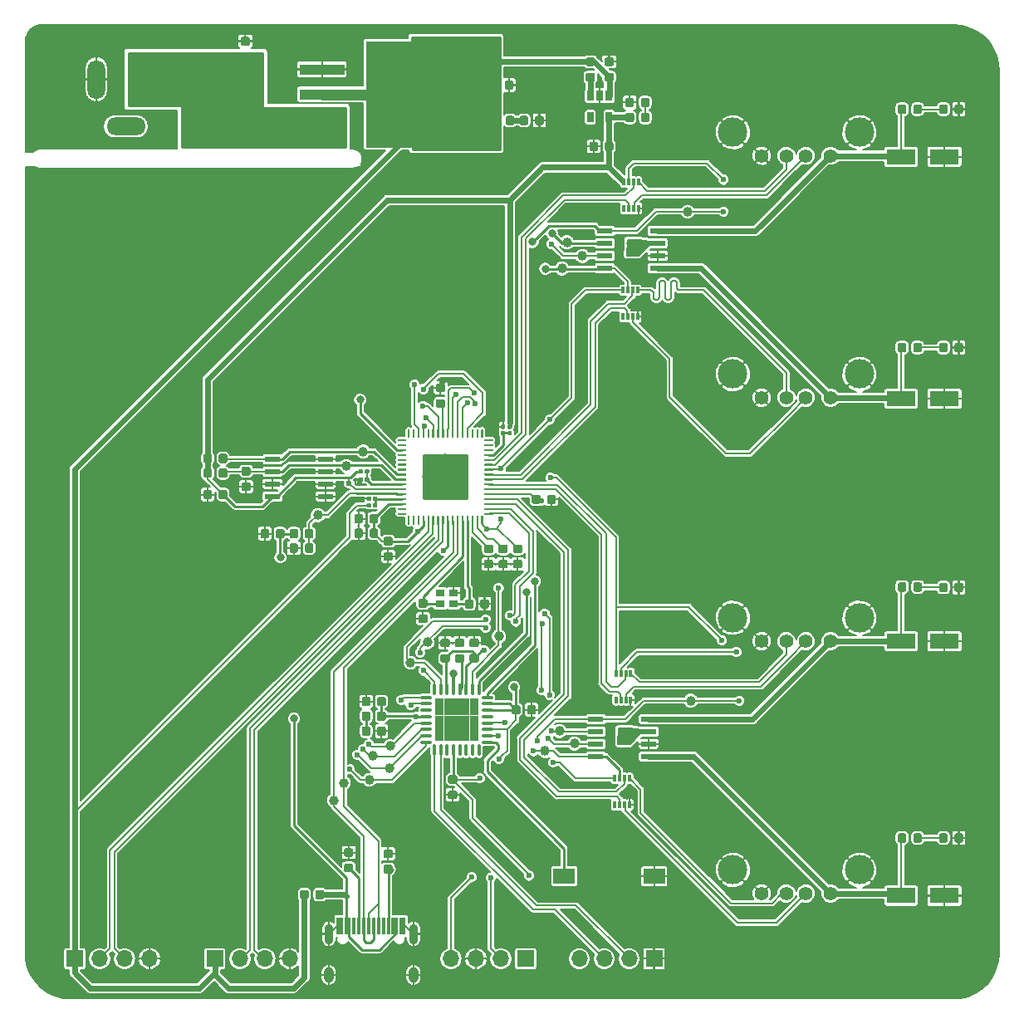
<source format=gbr>
G04 #@! TF.GenerationSoftware,KiCad,Pcbnew,5.0.2-bee76a0~70~ubuntu18.04.1*
G04 #@! TF.CreationDate,2018-12-05T13:48:36+01:00*
G04 #@! TF.ProjectId,usbhub,75736268-7562-42e6-9b69-6361645f7063,rev?*
G04 #@! TF.SameCoordinates,Original*
G04 #@! TF.FileFunction,Copper,L1,Top*
G04 #@! TF.FilePolarity,Positive*
%FSLAX46Y46*%
G04 Gerber Fmt 4.6, Leading zero omitted, Abs format (unit mm)*
G04 Created by KiCad (PCBNEW 5.0.2-bee76a0~70~ubuntu18.04.1) date 2018-12-05T13:48:36 CET*
%MOMM*%
%LPD*%
G01*
G04 APERTURE LIST*
G04 #@! TA.AperFunction,SMDPad,CuDef*
%ADD10R,2.180000X1.600000*%
G04 #@! TD*
G04 #@! TA.AperFunction,ComponentPad*
%ADD11O,1.700000X1.700000*%
G04 #@! TD*
G04 #@! TA.AperFunction,ComponentPad*
%ADD12R,1.700000X1.700000*%
G04 #@! TD*
G04 #@! TA.AperFunction,BGAPad,CuDef*
%ADD13C,1.000000*%
G04 #@! TD*
G04 #@! TA.AperFunction,Conductor*
%ADD14C,0.100000*%
G04 #@! TD*
G04 #@! TA.AperFunction,SMDPad,CuDef*
%ADD15C,0.875000*%
G04 #@! TD*
G04 #@! TA.AperFunction,SMDPad,CuDef*
%ADD16C,0.400000*%
G04 #@! TD*
G04 #@! TA.AperFunction,ComponentPad*
%ADD17O,4.000000X1.800000*%
G04 #@! TD*
G04 #@! TA.AperFunction,ComponentPad*
%ADD18O,1.800000X4.000000*%
G04 #@! TD*
G04 #@! TA.AperFunction,ComponentPad*
%ADD19R,1.800000X4.400000*%
G04 #@! TD*
G04 #@! TA.AperFunction,SMDPad,CuDef*
%ADD20R,3.000000X1.600000*%
G04 #@! TD*
G04 #@! TA.AperFunction,SMDPad,CuDef*
%ADD21O,0.350000X1.200000*%
G04 #@! TD*
G04 #@! TA.AperFunction,SMDPad,CuDef*
%ADD22O,1.200000X0.350000*%
G04 #@! TD*
G04 #@! TA.AperFunction,SMDPad,CuDef*
%ADD23R,0.880000X0.880000*%
G04 #@! TD*
G04 #@! TA.AperFunction,ViaPad*
%ADD24C,0.440000*%
G04 #@! TD*
G04 #@! TA.AperFunction,SMDPad,CuDef*
%ADD25R,0.900000X0.800000*%
G04 #@! TD*
G04 #@! TA.AperFunction,SMDPad,CuDef*
%ADD26C,0.200000*%
G04 #@! TD*
G04 #@! TA.AperFunction,ViaPad*
%ADD27C,0.500000*%
G04 #@! TD*
G04 #@! TA.AperFunction,SMDPad,CuDef*
%ADD28C,4.700000*%
G04 #@! TD*
G04 #@! TA.AperFunction,SMDPad,CuDef*
%ADD29R,1.550000X0.600000*%
G04 #@! TD*
G04 #@! TA.AperFunction,SMDPad,CuDef*
%ADD30R,0.650000X1.060000*%
G04 #@! TD*
G04 #@! TA.AperFunction,SMDPad,CuDef*
%ADD31R,9.400000X10.800000*%
G04 #@! TD*
G04 #@! TA.AperFunction,SMDPad,CuDef*
%ADD32R,4.600000X1.100000*%
G04 #@! TD*
G04 #@! TA.AperFunction,SMDPad,CuDef*
%ADD33R,0.300000X0.700000*%
G04 #@! TD*
G04 #@! TA.AperFunction,ComponentPad*
%ADD34C,1.400000*%
G04 #@! TD*
G04 #@! TA.AperFunction,ComponentPad*
%ADD35C,3.000000*%
G04 #@! TD*
G04 #@! TA.AperFunction,SMDPad,CuDef*
%ADD36R,0.300000X1.750000*%
G04 #@! TD*
G04 #@! TA.AperFunction,ComponentPad*
%ADD37O,0.900000X2.100000*%
G04 #@! TD*
G04 #@! TA.AperFunction,ComponentPad*
%ADD38O,1.000000X1.600000*%
G04 #@! TD*
G04 #@! TA.AperFunction,ViaPad*
%ADD39C,0.600000*%
G04 #@! TD*
G04 #@! TA.AperFunction,ViaPad*
%ADD40C,0.800000*%
G04 #@! TD*
G04 #@! TA.AperFunction,Conductor*
%ADD41C,0.200000*%
G04 #@! TD*
G04 #@! TA.AperFunction,Conductor*
%ADD42C,0.250000*%
G04 #@! TD*
G04 #@! TA.AperFunction,Conductor*
%ADD43C,0.600000*%
G04 #@! TD*
G04 #@! TA.AperFunction,Conductor*
%ADD44C,1.100000*%
G04 #@! TD*
G04 #@! TA.AperFunction,Conductor*
%ADD45C,0.350000*%
G04 #@! TD*
G04 #@! TA.AperFunction,Conductor*
%ADD46C,0.400000*%
G04 #@! TD*
G04 #@! TA.AperFunction,Conductor*
%ADD47C,0.500000*%
G04 #@! TD*
G04 #@! TA.AperFunction,Conductor*
%ADD48C,0.254000*%
G04 #@! TD*
G04 APERTURE END LIST*
D10*
G04 #@! TO.P,SW1,1*
G04 #@! TO.N,GND*
X164483000Y-137160000D03*
G04 #@! TO.P,SW1,2*
G04 #@! TO.N,/MCU/~MCU_RESET~*
X155303000Y-137160000D03*
G04 #@! TD*
D11*
G04 #@! TO.P,J9,4*
G04 #@! TO.N,/MCU/MCU_SWDCLK*
X143764000Y-145554700D03*
G04 #@! TO.P,J9,3*
G04 #@! TO.N,GND*
X146304000Y-145554700D03*
G04 #@! TO.P,J9,2*
G04 #@! TO.N,/MCU/MCU_SWDIO*
X148844000Y-145554700D03*
D12*
G04 #@! TO.P,J9,1*
G04 #@! TO.N,VDDMCU*
X151384000Y-145554700D03*
G04 #@! TD*
G04 #@! TO.P,J10,1*
G04 #@! TO.N,GND*
X164465000Y-145554700D03*
D11*
G04 #@! TO.P,J10,2*
G04 #@! TO.N,/MCU/UART_TX*
X161925000Y-145554700D03*
G04 #@! TO.P,J10,3*
G04 #@! TO.N,/MCU/UART_RX*
X159385000Y-145554700D03*
G04 #@! TO.P,J10,4*
G04 #@! TO.N,VDDMCU*
X156845000Y-145554700D03*
G04 #@! TD*
D13*
G04 #@! TO.P,TP6,1*
G04 #@! TO.N,/USB2517/USBUP_D+*
X132842000Y-127635000D03*
G04 #@! TD*
G04 #@! TO.P,TP8,1*
G04 #@! TO.N,/USBPorts/USB3_OC*
X154813000Y-122364500D03*
G04 #@! TD*
G04 #@! TO.P,TP9,1*
G04 #@! TO.N,/USBPorts/USB4_OC*
X157162500Y-73914000D03*
G04 #@! TD*
G04 #@! TO.P,TP10,1*
G04 #@! TO.N,/USBPorts/USB5_OC*
X155575000Y-72517000D03*
G04 #@! TD*
G04 #@! TO.P,TP11,1*
G04 #@! TO.N,/MCU/USB_MCU_D-*
X139636500Y-115379500D03*
G04 #@! TD*
G04 #@! TO.P,TP12,1*
G04 #@! TO.N,/MCU/USB_MCU_D+*
X141351000Y-113284000D03*
G04 #@! TD*
G04 #@! TO.P,TP13,1*
G04 #@! TO.N,/MCU/VBUSDETECT*
X148653500Y-112712500D03*
G04 #@! TD*
G04 #@! TO.P,TP14,1*
G04 #@! TO.N,/MCU/PORT2_EN*
X153352500Y-124396500D03*
G04 #@! TD*
G04 #@! TO.P,TP7,1*
G04 #@! TO.N,/USBPorts/USB2_OC*
X156337000Y-123634500D03*
G04 #@! TD*
G04 #@! TO.P,TP1,1*
G04 #@! TO.N,/USB2517/EEPROM_SDA*
X134810500Y-93853000D03*
G04 #@! TD*
G04 #@! TO.P,TP5,1*
G04 #@! TO.N,/USB2517/USBUP_D-*
X131826000Y-129413000D03*
G04 #@! TD*
G04 #@! TO.P,TP4,1*
G04 #@! TO.N,/USB2517/VBUS_DET*
X130175000Y-100330000D03*
G04 #@! TD*
G04 #@! TO.P,TP2,1*
G04 #@! TO.N,/USB2517/EEPROM_SCL*
X133096000Y-95313500D03*
G04 #@! TD*
G04 #@! TO.P,TP15,1*
G04 #@! TO.N,/MCU/PORT3_EN*
X168211500Y-119253000D03*
G04 #@! TD*
G04 #@! TO.P,TP21,1*
G04 #@! TO.N,/MCU/PORT5_PWR*
X135445500Y-127317500D03*
G04 #@! TD*
G04 #@! TO.P,TP20,1*
G04 #@! TO.N,/MCU/PORT4_PWR*
X137477500Y-126111000D03*
G04 #@! TD*
G04 #@! TO.P,TP18,1*
G04 #@! TO.N,/MCU/PORT2_PWR*
X137604500Y-123888500D03*
G04 #@! TD*
G04 #@! TO.P,TP17,1*
G04 #@! TO.N,/MCU/PORT5_EN*
X167894000Y-69405500D03*
G04 #@! TD*
G04 #@! TO.P,TP19,1*
G04 #@! TO.N,/MCU/PORT3_PWR*
X135826500Y-124904500D03*
G04 #@! TD*
G04 #@! TO.P,TP16,1*
G04 #@! TO.N,/MCU/PORT4_EN*
X155067000Y-75184000D03*
G04 #@! TD*
D14*
G04 #@! TO.N,GND*
G04 #@! TO.C,R6*
G36*
X123150191Y-96998053D02*
X123171426Y-97001203D01*
X123192250Y-97006419D01*
X123212462Y-97013651D01*
X123231868Y-97022830D01*
X123250281Y-97033866D01*
X123267524Y-97046654D01*
X123283430Y-97061070D01*
X123297846Y-97076976D01*
X123310634Y-97094219D01*
X123321670Y-97112632D01*
X123330849Y-97132038D01*
X123338081Y-97152250D01*
X123343297Y-97173074D01*
X123346447Y-97194309D01*
X123347500Y-97215750D01*
X123347500Y-97653250D01*
X123346447Y-97674691D01*
X123343297Y-97695926D01*
X123338081Y-97716750D01*
X123330849Y-97736962D01*
X123321670Y-97756368D01*
X123310634Y-97774781D01*
X123297846Y-97792024D01*
X123283430Y-97807930D01*
X123267524Y-97822346D01*
X123250281Y-97835134D01*
X123231868Y-97846170D01*
X123212462Y-97855349D01*
X123192250Y-97862581D01*
X123171426Y-97867797D01*
X123150191Y-97870947D01*
X123128750Y-97872000D01*
X122616250Y-97872000D01*
X122594809Y-97870947D01*
X122573574Y-97867797D01*
X122552750Y-97862581D01*
X122532538Y-97855349D01*
X122513132Y-97846170D01*
X122494719Y-97835134D01*
X122477476Y-97822346D01*
X122461570Y-97807930D01*
X122447154Y-97792024D01*
X122434366Y-97774781D01*
X122423330Y-97756368D01*
X122414151Y-97736962D01*
X122406919Y-97716750D01*
X122401703Y-97695926D01*
X122398553Y-97674691D01*
X122397500Y-97653250D01*
X122397500Y-97215750D01*
X122398553Y-97194309D01*
X122401703Y-97173074D01*
X122406919Y-97152250D01*
X122414151Y-97132038D01*
X122423330Y-97112632D01*
X122434366Y-97094219D01*
X122447154Y-97076976D01*
X122461570Y-97061070D01*
X122477476Y-97046654D01*
X122494719Y-97033866D01*
X122513132Y-97022830D01*
X122532538Y-97013651D01*
X122552750Y-97006419D01*
X122573574Y-97001203D01*
X122594809Y-96998053D01*
X122616250Y-96997000D01*
X123128750Y-96997000D01*
X123150191Y-96998053D01*
X123150191Y-96998053D01*
G37*
D15*
G04 #@! TD*
G04 #@! TO.P,R6,1*
G04 #@! TO.N,GND*
X122872500Y-97434500D03*
D14*
G04 #@! TO.N,/USB2517/EEPROM_SCL*
G04 #@! TO.C,R6*
G36*
X123150191Y-95423053D02*
X123171426Y-95426203D01*
X123192250Y-95431419D01*
X123212462Y-95438651D01*
X123231868Y-95447830D01*
X123250281Y-95458866D01*
X123267524Y-95471654D01*
X123283430Y-95486070D01*
X123297846Y-95501976D01*
X123310634Y-95519219D01*
X123321670Y-95537632D01*
X123330849Y-95557038D01*
X123338081Y-95577250D01*
X123343297Y-95598074D01*
X123346447Y-95619309D01*
X123347500Y-95640750D01*
X123347500Y-96078250D01*
X123346447Y-96099691D01*
X123343297Y-96120926D01*
X123338081Y-96141750D01*
X123330849Y-96161962D01*
X123321670Y-96181368D01*
X123310634Y-96199781D01*
X123297846Y-96217024D01*
X123283430Y-96232930D01*
X123267524Y-96247346D01*
X123250281Y-96260134D01*
X123231868Y-96271170D01*
X123212462Y-96280349D01*
X123192250Y-96287581D01*
X123171426Y-96292797D01*
X123150191Y-96295947D01*
X123128750Y-96297000D01*
X122616250Y-96297000D01*
X122594809Y-96295947D01*
X122573574Y-96292797D01*
X122552750Y-96287581D01*
X122532538Y-96280349D01*
X122513132Y-96271170D01*
X122494719Y-96260134D01*
X122477476Y-96247346D01*
X122461570Y-96232930D01*
X122447154Y-96217024D01*
X122434366Y-96199781D01*
X122423330Y-96181368D01*
X122414151Y-96161962D01*
X122406919Y-96141750D01*
X122401703Y-96120926D01*
X122398553Y-96099691D01*
X122397500Y-96078250D01*
X122397500Y-95640750D01*
X122398553Y-95619309D01*
X122401703Y-95598074D01*
X122406919Y-95577250D01*
X122414151Y-95557038D01*
X122423330Y-95537632D01*
X122434366Y-95519219D01*
X122447154Y-95501976D01*
X122461570Y-95486070D01*
X122477476Y-95471654D01*
X122494719Y-95458866D01*
X122513132Y-95447830D01*
X122532538Y-95438651D01*
X122552750Y-95431419D01*
X122573574Y-95426203D01*
X122594809Y-95423053D01*
X122616250Y-95422000D01*
X123128750Y-95422000D01*
X123150191Y-95423053D01*
X123150191Y-95423053D01*
G37*
D15*
G04 #@! TD*
G04 #@! TO.P,R6,2*
G04 #@! TO.N,/USB2517/EEPROM_SCL*
X122872500Y-95859500D03*
D14*
G04 #@! TO.N,GND*
G04 #@! TO.C,C25*
G36*
X137628191Y-104122753D02*
X137649426Y-104125903D01*
X137670250Y-104131119D01*
X137690462Y-104138351D01*
X137709868Y-104147530D01*
X137728281Y-104158566D01*
X137745524Y-104171354D01*
X137761430Y-104185770D01*
X137775846Y-104201676D01*
X137788634Y-104218919D01*
X137799670Y-104237332D01*
X137808849Y-104256738D01*
X137816081Y-104276950D01*
X137821297Y-104297774D01*
X137824447Y-104319009D01*
X137825500Y-104340450D01*
X137825500Y-104777950D01*
X137824447Y-104799391D01*
X137821297Y-104820626D01*
X137816081Y-104841450D01*
X137808849Y-104861662D01*
X137799670Y-104881068D01*
X137788634Y-104899481D01*
X137775846Y-104916724D01*
X137761430Y-104932630D01*
X137745524Y-104947046D01*
X137728281Y-104959834D01*
X137709868Y-104970870D01*
X137690462Y-104980049D01*
X137670250Y-104987281D01*
X137649426Y-104992497D01*
X137628191Y-104995647D01*
X137606750Y-104996700D01*
X137094250Y-104996700D01*
X137072809Y-104995647D01*
X137051574Y-104992497D01*
X137030750Y-104987281D01*
X137010538Y-104980049D01*
X136991132Y-104970870D01*
X136972719Y-104959834D01*
X136955476Y-104947046D01*
X136939570Y-104932630D01*
X136925154Y-104916724D01*
X136912366Y-104899481D01*
X136901330Y-104881068D01*
X136892151Y-104861662D01*
X136884919Y-104841450D01*
X136879703Y-104820626D01*
X136876553Y-104799391D01*
X136875500Y-104777950D01*
X136875500Y-104340450D01*
X136876553Y-104319009D01*
X136879703Y-104297774D01*
X136884919Y-104276950D01*
X136892151Y-104256738D01*
X136901330Y-104237332D01*
X136912366Y-104218919D01*
X136925154Y-104201676D01*
X136939570Y-104185770D01*
X136955476Y-104171354D01*
X136972719Y-104158566D01*
X136991132Y-104147530D01*
X137010538Y-104138351D01*
X137030750Y-104131119D01*
X137051574Y-104125903D01*
X137072809Y-104122753D01*
X137094250Y-104121700D01*
X137606750Y-104121700D01*
X137628191Y-104122753D01*
X137628191Y-104122753D01*
G37*
D15*
G04 #@! TD*
G04 #@! TO.P,C25,2*
G04 #@! TO.N,GND*
X137350500Y-104559200D03*
D14*
G04 #@! TO.N,+3V3*
G04 #@! TO.C,C25*
G36*
X137628191Y-102547753D02*
X137649426Y-102550903D01*
X137670250Y-102556119D01*
X137690462Y-102563351D01*
X137709868Y-102572530D01*
X137728281Y-102583566D01*
X137745524Y-102596354D01*
X137761430Y-102610770D01*
X137775846Y-102626676D01*
X137788634Y-102643919D01*
X137799670Y-102662332D01*
X137808849Y-102681738D01*
X137816081Y-102701950D01*
X137821297Y-102722774D01*
X137824447Y-102744009D01*
X137825500Y-102765450D01*
X137825500Y-103202950D01*
X137824447Y-103224391D01*
X137821297Y-103245626D01*
X137816081Y-103266450D01*
X137808849Y-103286662D01*
X137799670Y-103306068D01*
X137788634Y-103324481D01*
X137775846Y-103341724D01*
X137761430Y-103357630D01*
X137745524Y-103372046D01*
X137728281Y-103384834D01*
X137709868Y-103395870D01*
X137690462Y-103405049D01*
X137670250Y-103412281D01*
X137649426Y-103417497D01*
X137628191Y-103420647D01*
X137606750Y-103421700D01*
X137094250Y-103421700D01*
X137072809Y-103420647D01*
X137051574Y-103417497D01*
X137030750Y-103412281D01*
X137010538Y-103405049D01*
X136991132Y-103395870D01*
X136972719Y-103384834D01*
X136955476Y-103372046D01*
X136939570Y-103357630D01*
X136925154Y-103341724D01*
X136912366Y-103324481D01*
X136901330Y-103306068D01*
X136892151Y-103286662D01*
X136884919Y-103266450D01*
X136879703Y-103245626D01*
X136876553Y-103224391D01*
X136875500Y-103202950D01*
X136875500Y-102765450D01*
X136876553Y-102744009D01*
X136879703Y-102722774D01*
X136884919Y-102701950D01*
X136892151Y-102681738D01*
X136901330Y-102662332D01*
X136912366Y-102643919D01*
X136925154Y-102626676D01*
X136939570Y-102610770D01*
X136955476Y-102596354D01*
X136972719Y-102583566D01*
X136991132Y-102572530D01*
X137010538Y-102563351D01*
X137030750Y-102556119D01*
X137051574Y-102550903D01*
X137072809Y-102547753D01*
X137094250Y-102546700D01*
X137606750Y-102546700D01*
X137628191Y-102547753D01*
X137628191Y-102547753D01*
G37*
D15*
G04 #@! TD*
G04 #@! TO.P,C25,1*
G04 #@! TO.N,+3V3*
X137350500Y-102984200D03*
D14*
G04 #@! TO.N,GND*
G04 #@! TO.C,R9*
G36*
X134693802Y-96510982D02*
X134703509Y-96512421D01*
X134713028Y-96514806D01*
X134722268Y-96518112D01*
X134731140Y-96522308D01*
X134739557Y-96527353D01*
X134747439Y-96533199D01*
X134754711Y-96539789D01*
X134761301Y-96547061D01*
X134767147Y-96554943D01*
X134772192Y-96563360D01*
X134776388Y-96572232D01*
X134779694Y-96581472D01*
X134782079Y-96590991D01*
X134783518Y-96600698D01*
X134784000Y-96610500D01*
X134784000Y-96810500D01*
X134783518Y-96820302D01*
X134782079Y-96830009D01*
X134779694Y-96839528D01*
X134776388Y-96848768D01*
X134772192Y-96857640D01*
X134767147Y-96866057D01*
X134761301Y-96873939D01*
X134754711Y-96881211D01*
X134747439Y-96887801D01*
X134739557Y-96893647D01*
X134731140Y-96898692D01*
X134722268Y-96902888D01*
X134713028Y-96906194D01*
X134703509Y-96908579D01*
X134693802Y-96910018D01*
X134684000Y-96910500D01*
X134424000Y-96910500D01*
X134414198Y-96910018D01*
X134404491Y-96908579D01*
X134394972Y-96906194D01*
X134385732Y-96902888D01*
X134376860Y-96898692D01*
X134368443Y-96893647D01*
X134360561Y-96887801D01*
X134353289Y-96881211D01*
X134346699Y-96873939D01*
X134340853Y-96866057D01*
X134335808Y-96857640D01*
X134331612Y-96848768D01*
X134328306Y-96839528D01*
X134325921Y-96830009D01*
X134324482Y-96820302D01*
X134324000Y-96810500D01*
X134324000Y-96610500D01*
X134324482Y-96600698D01*
X134325921Y-96590991D01*
X134328306Y-96581472D01*
X134331612Y-96572232D01*
X134335808Y-96563360D01*
X134340853Y-96554943D01*
X134346699Y-96547061D01*
X134353289Y-96539789D01*
X134360561Y-96533199D01*
X134368443Y-96527353D01*
X134376860Y-96522308D01*
X134385732Y-96518112D01*
X134394972Y-96514806D01*
X134404491Y-96512421D01*
X134414198Y-96510982D01*
X134424000Y-96510500D01*
X134684000Y-96510500D01*
X134693802Y-96510982D01*
X134693802Y-96510982D01*
G37*
D16*
G04 #@! TD*
G04 #@! TO.P,R9,1*
G04 #@! TO.N,GND*
X134554000Y-96710500D03*
D14*
G04 #@! TO.N,/USB2517/CFG_SEL1*
G04 #@! TO.C,R9*
G36*
X135333802Y-96510982D02*
X135343509Y-96512421D01*
X135353028Y-96514806D01*
X135362268Y-96518112D01*
X135371140Y-96522308D01*
X135379557Y-96527353D01*
X135387439Y-96533199D01*
X135394711Y-96539789D01*
X135401301Y-96547061D01*
X135407147Y-96554943D01*
X135412192Y-96563360D01*
X135416388Y-96572232D01*
X135419694Y-96581472D01*
X135422079Y-96590991D01*
X135423518Y-96600698D01*
X135424000Y-96610500D01*
X135424000Y-96810500D01*
X135423518Y-96820302D01*
X135422079Y-96830009D01*
X135419694Y-96839528D01*
X135416388Y-96848768D01*
X135412192Y-96857640D01*
X135407147Y-96866057D01*
X135401301Y-96873939D01*
X135394711Y-96881211D01*
X135387439Y-96887801D01*
X135379557Y-96893647D01*
X135371140Y-96898692D01*
X135362268Y-96902888D01*
X135353028Y-96906194D01*
X135343509Y-96908579D01*
X135333802Y-96910018D01*
X135324000Y-96910500D01*
X135064000Y-96910500D01*
X135054198Y-96910018D01*
X135044491Y-96908579D01*
X135034972Y-96906194D01*
X135025732Y-96902888D01*
X135016860Y-96898692D01*
X135008443Y-96893647D01*
X135000561Y-96887801D01*
X134993289Y-96881211D01*
X134986699Y-96873939D01*
X134980853Y-96866057D01*
X134975808Y-96857640D01*
X134971612Y-96848768D01*
X134968306Y-96839528D01*
X134965921Y-96830009D01*
X134964482Y-96820302D01*
X134964000Y-96810500D01*
X134964000Y-96610500D01*
X134964482Y-96600698D01*
X134965921Y-96590991D01*
X134968306Y-96581472D01*
X134971612Y-96572232D01*
X134975808Y-96563360D01*
X134980853Y-96554943D01*
X134986699Y-96547061D01*
X134993289Y-96539789D01*
X135000561Y-96533199D01*
X135008443Y-96527353D01*
X135016860Y-96522308D01*
X135025732Y-96518112D01*
X135034972Y-96514806D01*
X135044491Y-96512421D01*
X135054198Y-96510982D01*
X135064000Y-96510500D01*
X135324000Y-96510500D01*
X135333802Y-96510982D01*
X135333802Y-96510982D01*
G37*
D16*
G04 #@! TD*
G04 #@! TO.P,R9,2*
G04 #@! TO.N,/USB2517/CFG_SEL1*
X135194000Y-96710500D03*
D14*
G04 #@! TO.N,/USB2517/CFG_SEL2*
G04 #@! TO.C,R11*
G36*
X149169702Y-91733682D02*
X149179409Y-91735121D01*
X149188928Y-91737506D01*
X149198168Y-91740812D01*
X149207040Y-91745008D01*
X149215457Y-91750053D01*
X149223339Y-91755899D01*
X149230611Y-91762489D01*
X149237201Y-91769761D01*
X149243047Y-91777643D01*
X149248092Y-91786060D01*
X149252288Y-91794932D01*
X149255594Y-91804172D01*
X149257979Y-91813691D01*
X149259418Y-91823398D01*
X149259900Y-91833200D01*
X149259900Y-92093200D01*
X149259418Y-92103002D01*
X149257979Y-92112709D01*
X149255594Y-92122228D01*
X149252288Y-92131468D01*
X149248092Y-92140340D01*
X149243047Y-92148757D01*
X149237201Y-92156639D01*
X149230611Y-92163911D01*
X149223339Y-92170501D01*
X149215457Y-92176347D01*
X149207040Y-92181392D01*
X149198168Y-92185588D01*
X149188928Y-92188894D01*
X149179409Y-92191279D01*
X149169702Y-92192718D01*
X149159900Y-92193200D01*
X148959900Y-92193200D01*
X148950098Y-92192718D01*
X148940391Y-92191279D01*
X148930872Y-92188894D01*
X148921632Y-92185588D01*
X148912760Y-92181392D01*
X148904343Y-92176347D01*
X148896461Y-92170501D01*
X148889189Y-92163911D01*
X148882599Y-92156639D01*
X148876753Y-92148757D01*
X148871708Y-92140340D01*
X148867512Y-92131468D01*
X148864206Y-92122228D01*
X148861821Y-92112709D01*
X148860382Y-92103002D01*
X148859900Y-92093200D01*
X148859900Y-91833200D01*
X148860382Y-91823398D01*
X148861821Y-91813691D01*
X148864206Y-91804172D01*
X148867512Y-91794932D01*
X148871708Y-91786060D01*
X148876753Y-91777643D01*
X148882599Y-91769761D01*
X148889189Y-91762489D01*
X148896461Y-91755899D01*
X148904343Y-91750053D01*
X148912760Y-91745008D01*
X148921632Y-91740812D01*
X148930872Y-91737506D01*
X148940391Y-91735121D01*
X148950098Y-91733682D01*
X148959900Y-91733200D01*
X149159900Y-91733200D01*
X149169702Y-91733682D01*
X149169702Y-91733682D01*
G37*
D16*
G04 #@! TD*
G04 #@! TO.P,R11,2*
G04 #@! TO.N,/USB2517/CFG_SEL2*
X149059900Y-91963200D03*
D14*
G04 #@! TO.N,GND*
G04 #@! TO.C,R11*
G36*
X149169702Y-91093682D02*
X149179409Y-91095121D01*
X149188928Y-91097506D01*
X149198168Y-91100812D01*
X149207040Y-91105008D01*
X149215457Y-91110053D01*
X149223339Y-91115899D01*
X149230611Y-91122489D01*
X149237201Y-91129761D01*
X149243047Y-91137643D01*
X149248092Y-91146060D01*
X149252288Y-91154932D01*
X149255594Y-91164172D01*
X149257979Y-91173691D01*
X149259418Y-91183398D01*
X149259900Y-91193200D01*
X149259900Y-91453200D01*
X149259418Y-91463002D01*
X149257979Y-91472709D01*
X149255594Y-91482228D01*
X149252288Y-91491468D01*
X149248092Y-91500340D01*
X149243047Y-91508757D01*
X149237201Y-91516639D01*
X149230611Y-91523911D01*
X149223339Y-91530501D01*
X149215457Y-91536347D01*
X149207040Y-91541392D01*
X149198168Y-91545588D01*
X149188928Y-91548894D01*
X149179409Y-91551279D01*
X149169702Y-91552718D01*
X149159900Y-91553200D01*
X148959900Y-91553200D01*
X148950098Y-91552718D01*
X148940391Y-91551279D01*
X148930872Y-91548894D01*
X148921632Y-91545588D01*
X148912760Y-91541392D01*
X148904343Y-91536347D01*
X148896461Y-91530501D01*
X148889189Y-91523911D01*
X148882599Y-91516639D01*
X148876753Y-91508757D01*
X148871708Y-91500340D01*
X148867512Y-91491468D01*
X148864206Y-91482228D01*
X148861821Y-91472709D01*
X148860382Y-91463002D01*
X148859900Y-91453200D01*
X148859900Y-91193200D01*
X148860382Y-91183398D01*
X148861821Y-91173691D01*
X148864206Y-91164172D01*
X148867512Y-91154932D01*
X148871708Y-91146060D01*
X148876753Y-91137643D01*
X148882599Y-91129761D01*
X148889189Y-91122489D01*
X148896461Y-91115899D01*
X148904343Y-91110053D01*
X148912760Y-91105008D01*
X148921632Y-91100812D01*
X148930872Y-91097506D01*
X148940391Y-91095121D01*
X148950098Y-91093682D01*
X148959900Y-91093200D01*
X149159900Y-91093200D01*
X149169702Y-91093682D01*
X149169702Y-91093682D01*
G37*
D16*
G04 #@! TD*
G04 #@! TO.P,R11,1*
G04 #@! TO.N,GND*
X149059900Y-91323200D03*
D14*
G04 #@! TO.N,+3V3*
G04 #@! TO.C,R8*
G36*
X134693802Y-95685482D02*
X134703509Y-95686921D01*
X134713028Y-95689306D01*
X134722268Y-95692612D01*
X134731140Y-95696808D01*
X134739557Y-95701853D01*
X134747439Y-95707699D01*
X134754711Y-95714289D01*
X134761301Y-95721561D01*
X134767147Y-95729443D01*
X134772192Y-95737860D01*
X134776388Y-95746732D01*
X134779694Y-95755972D01*
X134782079Y-95765491D01*
X134783518Y-95775198D01*
X134784000Y-95785000D01*
X134784000Y-95985000D01*
X134783518Y-95994802D01*
X134782079Y-96004509D01*
X134779694Y-96014028D01*
X134776388Y-96023268D01*
X134772192Y-96032140D01*
X134767147Y-96040557D01*
X134761301Y-96048439D01*
X134754711Y-96055711D01*
X134747439Y-96062301D01*
X134739557Y-96068147D01*
X134731140Y-96073192D01*
X134722268Y-96077388D01*
X134713028Y-96080694D01*
X134703509Y-96083079D01*
X134693802Y-96084518D01*
X134684000Y-96085000D01*
X134424000Y-96085000D01*
X134414198Y-96084518D01*
X134404491Y-96083079D01*
X134394972Y-96080694D01*
X134385732Y-96077388D01*
X134376860Y-96073192D01*
X134368443Y-96068147D01*
X134360561Y-96062301D01*
X134353289Y-96055711D01*
X134346699Y-96048439D01*
X134340853Y-96040557D01*
X134335808Y-96032140D01*
X134331612Y-96023268D01*
X134328306Y-96014028D01*
X134325921Y-96004509D01*
X134324482Y-95994802D01*
X134324000Y-95985000D01*
X134324000Y-95785000D01*
X134324482Y-95775198D01*
X134325921Y-95765491D01*
X134328306Y-95755972D01*
X134331612Y-95746732D01*
X134335808Y-95737860D01*
X134340853Y-95729443D01*
X134346699Y-95721561D01*
X134353289Y-95714289D01*
X134360561Y-95707699D01*
X134368443Y-95701853D01*
X134376860Y-95696808D01*
X134385732Y-95692612D01*
X134394972Y-95689306D01*
X134404491Y-95686921D01*
X134414198Y-95685482D01*
X134424000Y-95685000D01*
X134684000Y-95685000D01*
X134693802Y-95685482D01*
X134693802Y-95685482D01*
G37*
D16*
G04 #@! TD*
G04 #@! TO.P,R8,1*
G04 #@! TO.N,+3V3*
X134554000Y-95885000D03*
D14*
G04 #@! TO.N,/USB2517/CFG_SEL1*
G04 #@! TO.C,R8*
G36*
X135333802Y-95685482D02*
X135343509Y-95686921D01*
X135353028Y-95689306D01*
X135362268Y-95692612D01*
X135371140Y-95696808D01*
X135379557Y-95701853D01*
X135387439Y-95707699D01*
X135394711Y-95714289D01*
X135401301Y-95721561D01*
X135407147Y-95729443D01*
X135412192Y-95737860D01*
X135416388Y-95746732D01*
X135419694Y-95755972D01*
X135422079Y-95765491D01*
X135423518Y-95775198D01*
X135424000Y-95785000D01*
X135424000Y-95985000D01*
X135423518Y-95994802D01*
X135422079Y-96004509D01*
X135419694Y-96014028D01*
X135416388Y-96023268D01*
X135412192Y-96032140D01*
X135407147Y-96040557D01*
X135401301Y-96048439D01*
X135394711Y-96055711D01*
X135387439Y-96062301D01*
X135379557Y-96068147D01*
X135371140Y-96073192D01*
X135362268Y-96077388D01*
X135353028Y-96080694D01*
X135343509Y-96083079D01*
X135333802Y-96084518D01*
X135324000Y-96085000D01*
X135064000Y-96085000D01*
X135054198Y-96084518D01*
X135044491Y-96083079D01*
X135034972Y-96080694D01*
X135025732Y-96077388D01*
X135016860Y-96073192D01*
X135008443Y-96068147D01*
X135000561Y-96062301D01*
X134993289Y-96055711D01*
X134986699Y-96048439D01*
X134980853Y-96040557D01*
X134975808Y-96032140D01*
X134971612Y-96023268D01*
X134968306Y-96014028D01*
X134965921Y-96004509D01*
X134964482Y-95994802D01*
X134964000Y-95985000D01*
X134964000Y-95785000D01*
X134964482Y-95775198D01*
X134965921Y-95765491D01*
X134968306Y-95755972D01*
X134971612Y-95746732D01*
X134975808Y-95737860D01*
X134980853Y-95729443D01*
X134986699Y-95721561D01*
X134993289Y-95714289D01*
X135000561Y-95707699D01*
X135008443Y-95701853D01*
X135016860Y-95696808D01*
X135025732Y-95692612D01*
X135034972Y-95689306D01*
X135044491Y-95686921D01*
X135054198Y-95685482D01*
X135064000Y-95685000D01*
X135324000Y-95685000D01*
X135333802Y-95685482D01*
X135333802Y-95685482D01*
G37*
D16*
G04 #@! TD*
G04 #@! TO.P,R8,2*
G04 #@! TO.N,/USB2517/CFG_SEL1*
X135194000Y-95885000D03*
D14*
G04 #@! TO.N,/USB2517/CFG_SEL2*
G04 #@! TO.C,R10*
G36*
X149868202Y-91733682D02*
X149877909Y-91735121D01*
X149887428Y-91737506D01*
X149896668Y-91740812D01*
X149905540Y-91745008D01*
X149913957Y-91750053D01*
X149921839Y-91755899D01*
X149929111Y-91762489D01*
X149935701Y-91769761D01*
X149941547Y-91777643D01*
X149946592Y-91786060D01*
X149950788Y-91794932D01*
X149954094Y-91804172D01*
X149956479Y-91813691D01*
X149957918Y-91823398D01*
X149958400Y-91833200D01*
X149958400Y-92093200D01*
X149957918Y-92103002D01*
X149956479Y-92112709D01*
X149954094Y-92122228D01*
X149950788Y-92131468D01*
X149946592Y-92140340D01*
X149941547Y-92148757D01*
X149935701Y-92156639D01*
X149929111Y-92163911D01*
X149921839Y-92170501D01*
X149913957Y-92176347D01*
X149905540Y-92181392D01*
X149896668Y-92185588D01*
X149887428Y-92188894D01*
X149877909Y-92191279D01*
X149868202Y-92192718D01*
X149858400Y-92193200D01*
X149658400Y-92193200D01*
X149648598Y-92192718D01*
X149638891Y-92191279D01*
X149629372Y-92188894D01*
X149620132Y-92185588D01*
X149611260Y-92181392D01*
X149602843Y-92176347D01*
X149594961Y-92170501D01*
X149587689Y-92163911D01*
X149581099Y-92156639D01*
X149575253Y-92148757D01*
X149570208Y-92140340D01*
X149566012Y-92131468D01*
X149562706Y-92122228D01*
X149560321Y-92112709D01*
X149558882Y-92103002D01*
X149558400Y-92093200D01*
X149558400Y-91833200D01*
X149558882Y-91823398D01*
X149560321Y-91813691D01*
X149562706Y-91804172D01*
X149566012Y-91794932D01*
X149570208Y-91786060D01*
X149575253Y-91777643D01*
X149581099Y-91769761D01*
X149587689Y-91762489D01*
X149594961Y-91755899D01*
X149602843Y-91750053D01*
X149611260Y-91745008D01*
X149620132Y-91740812D01*
X149629372Y-91737506D01*
X149638891Y-91735121D01*
X149648598Y-91733682D01*
X149658400Y-91733200D01*
X149858400Y-91733200D01*
X149868202Y-91733682D01*
X149868202Y-91733682D01*
G37*
D16*
G04 #@! TD*
G04 #@! TO.P,R10,2*
G04 #@! TO.N,/USB2517/CFG_SEL2*
X149758400Y-91963200D03*
D14*
G04 #@! TO.N,+3V3*
G04 #@! TO.C,R10*
G36*
X149868202Y-91093682D02*
X149877909Y-91095121D01*
X149887428Y-91097506D01*
X149896668Y-91100812D01*
X149905540Y-91105008D01*
X149913957Y-91110053D01*
X149921839Y-91115899D01*
X149929111Y-91122489D01*
X149935701Y-91129761D01*
X149941547Y-91137643D01*
X149946592Y-91146060D01*
X149950788Y-91154932D01*
X149954094Y-91164172D01*
X149956479Y-91173691D01*
X149957918Y-91183398D01*
X149958400Y-91193200D01*
X149958400Y-91453200D01*
X149957918Y-91463002D01*
X149956479Y-91472709D01*
X149954094Y-91482228D01*
X149950788Y-91491468D01*
X149946592Y-91500340D01*
X149941547Y-91508757D01*
X149935701Y-91516639D01*
X149929111Y-91523911D01*
X149921839Y-91530501D01*
X149913957Y-91536347D01*
X149905540Y-91541392D01*
X149896668Y-91545588D01*
X149887428Y-91548894D01*
X149877909Y-91551279D01*
X149868202Y-91552718D01*
X149858400Y-91553200D01*
X149658400Y-91553200D01*
X149648598Y-91552718D01*
X149638891Y-91551279D01*
X149629372Y-91548894D01*
X149620132Y-91545588D01*
X149611260Y-91541392D01*
X149602843Y-91536347D01*
X149594961Y-91530501D01*
X149587689Y-91523911D01*
X149581099Y-91516639D01*
X149575253Y-91508757D01*
X149570208Y-91500340D01*
X149566012Y-91491468D01*
X149562706Y-91482228D01*
X149560321Y-91472709D01*
X149558882Y-91463002D01*
X149558400Y-91453200D01*
X149558400Y-91193200D01*
X149558882Y-91183398D01*
X149560321Y-91173691D01*
X149562706Y-91164172D01*
X149566012Y-91154932D01*
X149570208Y-91146060D01*
X149575253Y-91137643D01*
X149581099Y-91129761D01*
X149587689Y-91122489D01*
X149594961Y-91115899D01*
X149602843Y-91110053D01*
X149611260Y-91105008D01*
X149620132Y-91100812D01*
X149629372Y-91097506D01*
X149638891Y-91095121D01*
X149648598Y-91093682D01*
X149658400Y-91093200D01*
X149858400Y-91093200D01*
X149868202Y-91093682D01*
X149868202Y-91093682D01*
G37*
D16*
G04 #@! TD*
G04 #@! TO.P,R10,1*
G04 #@! TO.N,+3V3*
X149758400Y-91323200D03*
D14*
G04 #@! TO.N,+5V*
G04 #@! TO.C,R12*
G36*
X135532002Y-99139882D02*
X135541709Y-99141321D01*
X135551228Y-99143706D01*
X135560468Y-99147012D01*
X135569340Y-99151208D01*
X135577757Y-99156253D01*
X135585639Y-99162099D01*
X135592911Y-99168689D01*
X135599501Y-99175961D01*
X135605347Y-99183843D01*
X135610392Y-99192260D01*
X135614588Y-99201132D01*
X135617894Y-99210372D01*
X135620279Y-99219891D01*
X135621718Y-99229598D01*
X135622200Y-99239400D01*
X135622200Y-99439400D01*
X135621718Y-99449202D01*
X135620279Y-99458909D01*
X135617894Y-99468428D01*
X135614588Y-99477668D01*
X135610392Y-99486540D01*
X135605347Y-99494957D01*
X135599501Y-99502839D01*
X135592911Y-99510111D01*
X135585639Y-99516701D01*
X135577757Y-99522547D01*
X135569340Y-99527592D01*
X135560468Y-99531788D01*
X135551228Y-99535094D01*
X135541709Y-99537479D01*
X135532002Y-99538918D01*
X135522200Y-99539400D01*
X135262200Y-99539400D01*
X135252398Y-99538918D01*
X135242691Y-99537479D01*
X135233172Y-99535094D01*
X135223932Y-99531788D01*
X135215060Y-99527592D01*
X135206643Y-99522547D01*
X135198761Y-99516701D01*
X135191489Y-99510111D01*
X135184899Y-99502839D01*
X135179053Y-99494957D01*
X135174008Y-99486540D01*
X135169812Y-99477668D01*
X135166506Y-99468428D01*
X135164121Y-99458909D01*
X135162682Y-99449202D01*
X135162200Y-99439400D01*
X135162200Y-99239400D01*
X135162682Y-99229598D01*
X135164121Y-99219891D01*
X135166506Y-99210372D01*
X135169812Y-99201132D01*
X135174008Y-99192260D01*
X135179053Y-99183843D01*
X135184899Y-99175961D01*
X135191489Y-99168689D01*
X135198761Y-99162099D01*
X135206643Y-99156253D01*
X135215060Y-99151208D01*
X135223932Y-99147012D01*
X135233172Y-99143706D01*
X135242691Y-99141321D01*
X135252398Y-99139882D01*
X135262200Y-99139400D01*
X135522200Y-99139400D01*
X135532002Y-99139882D01*
X135532002Y-99139882D01*
G37*
D16*
G04 #@! TD*
G04 #@! TO.P,R12,1*
G04 #@! TO.N,+5V*
X135392200Y-99339400D03*
D14*
G04 #@! TO.N,/USB2517/LOCAL_PWR*
G04 #@! TO.C,R12*
G36*
X136172002Y-99139882D02*
X136181709Y-99141321D01*
X136191228Y-99143706D01*
X136200468Y-99147012D01*
X136209340Y-99151208D01*
X136217757Y-99156253D01*
X136225639Y-99162099D01*
X136232911Y-99168689D01*
X136239501Y-99175961D01*
X136245347Y-99183843D01*
X136250392Y-99192260D01*
X136254588Y-99201132D01*
X136257894Y-99210372D01*
X136260279Y-99219891D01*
X136261718Y-99229598D01*
X136262200Y-99239400D01*
X136262200Y-99439400D01*
X136261718Y-99449202D01*
X136260279Y-99458909D01*
X136257894Y-99468428D01*
X136254588Y-99477668D01*
X136250392Y-99486540D01*
X136245347Y-99494957D01*
X136239501Y-99502839D01*
X136232911Y-99510111D01*
X136225639Y-99516701D01*
X136217757Y-99522547D01*
X136209340Y-99527592D01*
X136200468Y-99531788D01*
X136191228Y-99535094D01*
X136181709Y-99537479D01*
X136172002Y-99538918D01*
X136162200Y-99539400D01*
X135902200Y-99539400D01*
X135892398Y-99538918D01*
X135882691Y-99537479D01*
X135873172Y-99535094D01*
X135863932Y-99531788D01*
X135855060Y-99527592D01*
X135846643Y-99522547D01*
X135838761Y-99516701D01*
X135831489Y-99510111D01*
X135824899Y-99502839D01*
X135819053Y-99494957D01*
X135814008Y-99486540D01*
X135809812Y-99477668D01*
X135806506Y-99468428D01*
X135804121Y-99458909D01*
X135802682Y-99449202D01*
X135802200Y-99439400D01*
X135802200Y-99239400D01*
X135802682Y-99229598D01*
X135804121Y-99219891D01*
X135806506Y-99210372D01*
X135809812Y-99201132D01*
X135814008Y-99192260D01*
X135819053Y-99183843D01*
X135824899Y-99175961D01*
X135831489Y-99168689D01*
X135838761Y-99162099D01*
X135846643Y-99156253D01*
X135855060Y-99151208D01*
X135863932Y-99147012D01*
X135873172Y-99143706D01*
X135882691Y-99141321D01*
X135892398Y-99139882D01*
X135902200Y-99139400D01*
X136162200Y-99139400D01*
X136172002Y-99139882D01*
X136172002Y-99139882D01*
G37*
D16*
G04 #@! TD*
G04 #@! TO.P,R12,2*
G04 #@! TO.N,/USB2517/LOCAL_PWR*
X136032200Y-99339400D03*
D14*
G04 #@! TO.N,/USB2517/LOCAL_PWR*
G04 #@! TO.C,R13*
G36*
X136172002Y-98454082D02*
X136181709Y-98455521D01*
X136191228Y-98457906D01*
X136200468Y-98461212D01*
X136209340Y-98465408D01*
X136217757Y-98470453D01*
X136225639Y-98476299D01*
X136232911Y-98482889D01*
X136239501Y-98490161D01*
X136245347Y-98498043D01*
X136250392Y-98506460D01*
X136254588Y-98515332D01*
X136257894Y-98524572D01*
X136260279Y-98534091D01*
X136261718Y-98543798D01*
X136262200Y-98553600D01*
X136262200Y-98753600D01*
X136261718Y-98763402D01*
X136260279Y-98773109D01*
X136257894Y-98782628D01*
X136254588Y-98791868D01*
X136250392Y-98800740D01*
X136245347Y-98809157D01*
X136239501Y-98817039D01*
X136232911Y-98824311D01*
X136225639Y-98830901D01*
X136217757Y-98836747D01*
X136209340Y-98841792D01*
X136200468Y-98845988D01*
X136191228Y-98849294D01*
X136181709Y-98851679D01*
X136172002Y-98853118D01*
X136162200Y-98853600D01*
X135902200Y-98853600D01*
X135892398Y-98853118D01*
X135882691Y-98851679D01*
X135873172Y-98849294D01*
X135863932Y-98845988D01*
X135855060Y-98841792D01*
X135846643Y-98836747D01*
X135838761Y-98830901D01*
X135831489Y-98824311D01*
X135824899Y-98817039D01*
X135819053Y-98809157D01*
X135814008Y-98800740D01*
X135809812Y-98791868D01*
X135806506Y-98782628D01*
X135804121Y-98773109D01*
X135802682Y-98763402D01*
X135802200Y-98753600D01*
X135802200Y-98553600D01*
X135802682Y-98543798D01*
X135804121Y-98534091D01*
X135806506Y-98524572D01*
X135809812Y-98515332D01*
X135814008Y-98506460D01*
X135819053Y-98498043D01*
X135824899Y-98490161D01*
X135831489Y-98482889D01*
X135838761Y-98476299D01*
X135846643Y-98470453D01*
X135855060Y-98465408D01*
X135863932Y-98461212D01*
X135873172Y-98457906D01*
X135882691Y-98455521D01*
X135892398Y-98454082D01*
X135902200Y-98453600D01*
X136162200Y-98453600D01*
X136172002Y-98454082D01*
X136172002Y-98454082D01*
G37*
D16*
G04 #@! TD*
G04 #@! TO.P,R13,2*
G04 #@! TO.N,/USB2517/LOCAL_PWR*
X136032200Y-98653600D03*
D14*
G04 #@! TO.N,GND*
G04 #@! TO.C,R13*
G36*
X135532002Y-98454082D02*
X135541709Y-98455521D01*
X135551228Y-98457906D01*
X135560468Y-98461212D01*
X135569340Y-98465408D01*
X135577757Y-98470453D01*
X135585639Y-98476299D01*
X135592911Y-98482889D01*
X135599501Y-98490161D01*
X135605347Y-98498043D01*
X135610392Y-98506460D01*
X135614588Y-98515332D01*
X135617894Y-98524572D01*
X135620279Y-98534091D01*
X135621718Y-98543798D01*
X135622200Y-98553600D01*
X135622200Y-98753600D01*
X135621718Y-98763402D01*
X135620279Y-98773109D01*
X135617894Y-98782628D01*
X135614588Y-98791868D01*
X135610392Y-98800740D01*
X135605347Y-98809157D01*
X135599501Y-98817039D01*
X135592911Y-98824311D01*
X135585639Y-98830901D01*
X135577757Y-98836747D01*
X135569340Y-98841792D01*
X135560468Y-98845988D01*
X135551228Y-98849294D01*
X135541709Y-98851679D01*
X135532002Y-98853118D01*
X135522200Y-98853600D01*
X135262200Y-98853600D01*
X135252398Y-98853118D01*
X135242691Y-98851679D01*
X135233172Y-98849294D01*
X135223932Y-98845988D01*
X135215060Y-98841792D01*
X135206643Y-98836747D01*
X135198761Y-98830901D01*
X135191489Y-98824311D01*
X135184899Y-98817039D01*
X135179053Y-98809157D01*
X135174008Y-98800740D01*
X135169812Y-98791868D01*
X135166506Y-98782628D01*
X135164121Y-98773109D01*
X135162682Y-98763402D01*
X135162200Y-98753600D01*
X135162200Y-98553600D01*
X135162682Y-98543798D01*
X135164121Y-98534091D01*
X135166506Y-98524572D01*
X135169812Y-98515332D01*
X135174008Y-98506460D01*
X135179053Y-98498043D01*
X135184899Y-98490161D01*
X135191489Y-98482889D01*
X135198761Y-98476299D01*
X135206643Y-98470453D01*
X135215060Y-98465408D01*
X135223932Y-98461212D01*
X135233172Y-98457906D01*
X135242691Y-98455521D01*
X135252398Y-98454082D01*
X135262200Y-98453600D01*
X135522200Y-98453600D01*
X135532002Y-98454082D01*
X135532002Y-98454082D01*
G37*
D16*
G04 #@! TD*
G04 #@! TO.P,R13,1*
G04 #@! TO.N,GND*
X135392200Y-98653600D03*
D17*
G04 #@! TO.P,J1,3*
G04 #@! TO.N,Net-(J1-Pad3)*
X110626900Y-60705400D03*
D18*
G04 #@! TO.P,J1,2*
G04 #@! TO.N,GND*
X107626900Y-55905400D03*
D19*
G04 #@! TO.P,J1,1*
G04 #@! TO.N,/USB2517/EXT_PWR*
X113626900Y-55905400D03*
G04 #@! TD*
D20*
G04 #@! TO.P,C14,2*
G04 #@! TO.N,GND*
X194065300Y-63809800D03*
G04 #@! TO.P,C14,1*
G04 #@! TO.N,/USBPorts/USB5_VBUS*
X189665300Y-63809800D03*
G04 #@! TD*
G04 #@! TO.P,C13,1*
G04 #@! TO.N,/USBPorts/USB4_VBUS*
X189665300Y-88483400D03*
G04 #@! TO.P,C13,2*
G04 #@! TO.N,GND*
X194065300Y-88483400D03*
G04 #@! TD*
G04 #@! TO.P,C12,2*
G04 #@! TO.N,GND*
X194065300Y-113207000D03*
G04 #@! TO.P,C12,1*
G04 #@! TO.N,/USBPorts/USB3_VBUS*
X189665300Y-113207000D03*
G04 #@! TD*
G04 #@! TO.P,C11,1*
G04 #@! TO.N,/USBPorts/USB2_VBUS*
X189665300Y-139127700D03*
G04 #@! TO.P,C11,2*
G04 #@! TO.N,GND*
X194065300Y-139127700D03*
G04 #@! TD*
D14*
G04 #@! TO.N,GND*
G04 #@! TO.C,D1*
G36*
X195777691Y-107226053D02*
X195798926Y-107229203D01*
X195819750Y-107234419D01*
X195839962Y-107241651D01*
X195859368Y-107250830D01*
X195877781Y-107261866D01*
X195895024Y-107274654D01*
X195910930Y-107289070D01*
X195925346Y-107304976D01*
X195938134Y-107322219D01*
X195949170Y-107340632D01*
X195958349Y-107360038D01*
X195965581Y-107380250D01*
X195970797Y-107401074D01*
X195973947Y-107422309D01*
X195975000Y-107443750D01*
X195975000Y-107956250D01*
X195973947Y-107977691D01*
X195970797Y-107998926D01*
X195965581Y-108019750D01*
X195958349Y-108039962D01*
X195949170Y-108059368D01*
X195938134Y-108077781D01*
X195925346Y-108095024D01*
X195910930Y-108110930D01*
X195895024Y-108125346D01*
X195877781Y-108138134D01*
X195859368Y-108149170D01*
X195839962Y-108158349D01*
X195819750Y-108165581D01*
X195798926Y-108170797D01*
X195777691Y-108173947D01*
X195756250Y-108175000D01*
X195318750Y-108175000D01*
X195297309Y-108173947D01*
X195276074Y-108170797D01*
X195255250Y-108165581D01*
X195235038Y-108158349D01*
X195215632Y-108149170D01*
X195197219Y-108138134D01*
X195179976Y-108125346D01*
X195164070Y-108110930D01*
X195149654Y-108095024D01*
X195136866Y-108077781D01*
X195125830Y-108059368D01*
X195116651Y-108039962D01*
X195109419Y-108019750D01*
X195104203Y-107998926D01*
X195101053Y-107977691D01*
X195100000Y-107956250D01*
X195100000Y-107443750D01*
X195101053Y-107422309D01*
X195104203Y-107401074D01*
X195109419Y-107380250D01*
X195116651Y-107360038D01*
X195125830Y-107340632D01*
X195136866Y-107322219D01*
X195149654Y-107304976D01*
X195164070Y-107289070D01*
X195179976Y-107274654D01*
X195197219Y-107261866D01*
X195215632Y-107250830D01*
X195235038Y-107241651D01*
X195255250Y-107234419D01*
X195276074Y-107229203D01*
X195297309Y-107226053D01*
X195318750Y-107225000D01*
X195756250Y-107225000D01*
X195777691Y-107226053D01*
X195777691Y-107226053D01*
G37*
D15*
G04 #@! TD*
G04 #@! TO.P,D1,1*
G04 #@! TO.N,GND*
X195537500Y-107700000D03*
D14*
G04 #@! TO.N,Net-(D1-Pad2)*
G04 #@! TO.C,D1*
G36*
X194202691Y-107226053D02*
X194223926Y-107229203D01*
X194244750Y-107234419D01*
X194264962Y-107241651D01*
X194284368Y-107250830D01*
X194302781Y-107261866D01*
X194320024Y-107274654D01*
X194335930Y-107289070D01*
X194350346Y-107304976D01*
X194363134Y-107322219D01*
X194374170Y-107340632D01*
X194383349Y-107360038D01*
X194390581Y-107380250D01*
X194395797Y-107401074D01*
X194398947Y-107422309D01*
X194400000Y-107443750D01*
X194400000Y-107956250D01*
X194398947Y-107977691D01*
X194395797Y-107998926D01*
X194390581Y-108019750D01*
X194383349Y-108039962D01*
X194374170Y-108059368D01*
X194363134Y-108077781D01*
X194350346Y-108095024D01*
X194335930Y-108110930D01*
X194320024Y-108125346D01*
X194302781Y-108138134D01*
X194284368Y-108149170D01*
X194264962Y-108158349D01*
X194244750Y-108165581D01*
X194223926Y-108170797D01*
X194202691Y-108173947D01*
X194181250Y-108175000D01*
X193743750Y-108175000D01*
X193722309Y-108173947D01*
X193701074Y-108170797D01*
X193680250Y-108165581D01*
X193660038Y-108158349D01*
X193640632Y-108149170D01*
X193622219Y-108138134D01*
X193604976Y-108125346D01*
X193589070Y-108110930D01*
X193574654Y-108095024D01*
X193561866Y-108077781D01*
X193550830Y-108059368D01*
X193541651Y-108039962D01*
X193534419Y-108019750D01*
X193529203Y-107998926D01*
X193526053Y-107977691D01*
X193525000Y-107956250D01*
X193525000Y-107443750D01*
X193526053Y-107422309D01*
X193529203Y-107401074D01*
X193534419Y-107380250D01*
X193541651Y-107360038D01*
X193550830Y-107340632D01*
X193561866Y-107322219D01*
X193574654Y-107304976D01*
X193589070Y-107289070D01*
X193604976Y-107274654D01*
X193622219Y-107261866D01*
X193640632Y-107250830D01*
X193660038Y-107241651D01*
X193680250Y-107234419D01*
X193701074Y-107229203D01*
X193722309Y-107226053D01*
X193743750Y-107225000D01*
X194181250Y-107225000D01*
X194202691Y-107226053D01*
X194202691Y-107226053D01*
G37*
D15*
G04 #@! TD*
G04 #@! TO.P,D1,2*
G04 #@! TO.N,Net-(D1-Pad2)*
X193962500Y-107700000D03*
D21*
G04 #@! TO.P,U11,1*
G04 #@! TO.N,/MCU/UART_RX*
X142073200Y-124296100D03*
G04 #@! TO.P,U11,2*
G04 #@! TO.N,/MCU/UART_TX*
X142723200Y-124296101D03*
G04 #@! TO.P,U11,3*
G04 #@! TO.N,Net-(U11-Pad3)*
X143373200Y-124296100D03*
G04 #@! TO.P,U11,4*
G04 #@! TO.N,VDDMCU*
X144023200Y-124296100D03*
G04 #@! TO.P,U11,5*
G04 #@! TO.N,Net-(U11-Pad5)*
X144673200Y-124296100D03*
G04 #@! TO.P,U11,6*
G04 #@! TO.N,Net-(U11-Pad6)*
X145323200Y-124296100D03*
G04 #@! TO.P,U11,7*
G04 #@! TO.N,Net-(U11-Pad7)*
X145973200Y-124296101D03*
G04 #@! TO.P,U11,8*
G04 #@! TO.N,Net-(U11-Pad8)*
X146623200Y-124296100D03*
D22*
G04 #@! TO.P,U11,9*
G04 #@! TO.N,/MCU/~MCU_RESET~*
X147448200Y-123471100D03*
G04 #@! TO.P,U11,10*
G04 #@! TO.N,/MCU/PORT2_EN*
X147448201Y-122821100D03*
G04 #@! TO.P,U11,11*
G04 #@! TO.N,VDDMCU*
X147448200Y-122171100D03*
G04 #@! TO.P,U11,12*
G04 #@! TO.N,/MCU/PORT3_EN*
X147448200Y-121521100D03*
G04 #@! TO.P,U11,13*
G04 #@! TO.N,Net-(U11-Pad13)*
X147448200Y-120871100D03*
G04 #@! TO.P,U11,14*
G04 #@! TO.N,VDDMCU*
X147448200Y-120221100D03*
G04 #@! TO.P,U11,15*
X147448201Y-119571100D03*
G04 #@! TO.P,U11,16*
G04 #@! TO.N,/MCU/PORT4_EN*
X147448200Y-118921100D03*
D21*
G04 #@! TO.P,U11,17*
G04 #@! TO.N,/MCU/PORT5_EN*
X146623200Y-118096100D03*
G04 #@! TO.P,U11,18*
G04 #@! TO.N,/MCU/VBUSDETECT*
X145973200Y-118096099D03*
G04 #@! TO.P,U11,19*
G04 #@! TO.N,VDDMCU*
X145323200Y-118096100D03*
G04 #@! TO.P,U11,20*
G04 #@! TO.N,/MCU/DECOUPLE*
X144673200Y-118096100D03*
G04 #@! TO.P,U11,21*
G04 #@! TO.N,+5V*
X144023200Y-118096100D03*
G04 #@! TO.P,U11,22*
G04 #@! TO.N,VDDMCU*
X143373200Y-118096100D03*
G04 #@! TO.P,U11,23*
G04 #@! TO.N,/MCU/USB_MCU_D-*
X142723200Y-118096099D03*
G04 #@! TO.P,U11,24*
G04 #@! TO.N,/MCU/USB_MCU_D+*
X142073200Y-118096100D03*
D22*
G04 #@! TO.P,U11,25*
G04 #@! TO.N,/MCU/MCU_SWDCLK*
X141248200Y-118921100D03*
G04 #@! TO.P,U11,26*
G04 #@! TO.N,/MCU/MCU_SWDIO*
X141248199Y-119571100D03*
G04 #@! TO.P,U11,27*
G04 #@! TO.N,Net-(U11-Pad27)*
X141248200Y-120221100D03*
G04 #@! TO.P,U11,28*
G04 #@! TO.N,VDDMCU*
X141248200Y-120871100D03*
G04 #@! TO.P,U11,29*
G04 #@! TO.N,/MCU/PORT2_PWR*
X141248200Y-121521100D03*
G04 #@! TO.P,U11,30*
G04 #@! TO.N,/MCU/PORT3_PWR*
X141248200Y-122171100D03*
G04 #@! TO.P,U11,31*
G04 #@! TO.N,/MCU/PORT4_PWR*
X141248199Y-122821100D03*
G04 #@! TO.P,U11,32*
G04 #@! TO.N,/MCU/PORT5_PWR*
X141248200Y-123471100D03*
D23*
G04 #@! TO.P,U11,33*
G04 #@! TO.N,GND*
X142588200Y-122956100D03*
X143468200Y-122956100D03*
X144348200Y-122956100D03*
X145228200Y-122956100D03*
X146108200Y-122956100D03*
X142588200Y-122076100D03*
X143468200Y-122076100D03*
X144348200Y-122076100D03*
X145228200Y-122076100D03*
X146108200Y-122076100D03*
X142588200Y-121196100D03*
X143468200Y-121196100D03*
X144348200Y-121196100D03*
X145228200Y-121196100D03*
X146108200Y-121196100D03*
X142588200Y-120316100D03*
X143468200Y-120316100D03*
X144348200Y-120316100D03*
X145228200Y-120316100D03*
X146108200Y-120316100D03*
X142588200Y-119436100D03*
X143468200Y-119436100D03*
X144348200Y-119436100D03*
X145228200Y-119436100D03*
X146108200Y-119436100D03*
D24*
G04 #@! TD*
G04 #@! TO.N,GND*
G04 #@! TO.C,U11*
X142588200Y-122956100D03*
G04 #@! TO.N,GND*
G04 #@! TO.C,U11*
X143468200Y-122956100D03*
X144348200Y-122956100D03*
X145228200Y-122956100D03*
X146108200Y-122956100D03*
X142588200Y-122076100D03*
X143468200Y-122076100D03*
X144348200Y-122076100D03*
X145228200Y-122076100D03*
X146108200Y-122076100D03*
X142588200Y-121196100D03*
X143468200Y-121196100D03*
X144348200Y-121196100D03*
X145228200Y-121196100D03*
X146108200Y-121196100D03*
X142588200Y-120316100D03*
X143468200Y-120316100D03*
X144348200Y-120316100D03*
X145228200Y-120316100D03*
X146108200Y-120316100D03*
X142588200Y-119436100D03*
X143468200Y-119436100D03*
X144348200Y-119436100D03*
X145228200Y-119436100D03*
X146108200Y-119436100D03*
G04 #@! TD*
D14*
G04 #@! TO.N,/USB2517/VDD18*
G04 #@! TO.C,C1*
G36*
X142974891Y-88501753D02*
X142996126Y-88504903D01*
X143016950Y-88510119D01*
X143037162Y-88517351D01*
X143056568Y-88526530D01*
X143074981Y-88537566D01*
X143092224Y-88550354D01*
X143108130Y-88564770D01*
X143122546Y-88580676D01*
X143135334Y-88597919D01*
X143146370Y-88616332D01*
X143155549Y-88635738D01*
X143162781Y-88655950D01*
X143167997Y-88676774D01*
X143171147Y-88698009D01*
X143172200Y-88719450D01*
X143172200Y-89156950D01*
X143171147Y-89178391D01*
X143167997Y-89199626D01*
X143162781Y-89220450D01*
X143155549Y-89240662D01*
X143146370Y-89260068D01*
X143135334Y-89278481D01*
X143122546Y-89295724D01*
X143108130Y-89311630D01*
X143092224Y-89326046D01*
X143074981Y-89338834D01*
X143056568Y-89349870D01*
X143037162Y-89359049D01*
X143016950Y-89366281D01*
X142996126Y-89371497D01*
X142974891Y-89374647D01*
X142953450Y-89375700D01*
X142440950Y-89375700D01*
X142419509Y-89374647D01*
X142398274Y-89371497D01*
X142377450Y-89366281D01*
X142357238Y-89359049D01*
X142337832Y-89349870D01*
X142319419Y-89338834D01*
X142302176Y-89326046D01*
X142286270Y-89311630D01*
X142271854Y-89295724D01*
X142259066Y-89278481D01*
X142248030Y-89260068D01*
X142238851Y-89240662D01*
X142231619Y-89220450D01*
X142226403Y-89199626D01*
X142223253Y-89178391D01*
X142222200Y-89156950D01*
X142222200Y-88719450D01*
X142223253Y-88698009D01*
X142226403Y-88676774D01*
X142231619Y-88655950D01*
X142238851Y-88635738D01*
X142248030Y-88616332D01*
X142259066Y-88597919D01*
X142271854Y-88580676D01*
X142286270Y-88564770D01*
X142302176Y-88550354D01*
X142319419Y-88537566D01*
X142337832Y-88526530D01*
X142357238Y-88517351D01*
X142377450Y-88510119D01*
X142398274Y-88504903D01*
X142419509Y-88501753D01*
X142440950Y-88500700D01*
X142953450Y-88500700D01*
X142974891Y-88501753D01*
X142974891Y-88501753D01*
G37*
D15*
G04 #@! TD*
G04 #@! TO.P,C1,2*
G04 #@! TO.N,/USB2517/VDD18*
X142697200Y-88938200D03*
D14*
G04 #@! TO.N,GND*
G04 #@! TO.C,C1*
G36*
X142974891Y-86926753D02*
X142996126Y-86929903D01*
X143016950Y-86935119D01*
X143037162Y-86942351D01*
X143056568Y-86951530D01*
X143074981Y-86962566D01*
X143092224Y-86975354D01*
X143108130Y-86989770D01*
X143122546Y-87005676D01*
X143135334Y-87022919D01*
X143146370Y-87041332D01*
X143155549Y-87060738D01*
X143162781Y-87080950D01*
X143167997Y-87101774D01*
X143171147Y-87123009D01*
X143172200Y-87144450D01*
X143172200Y-87581950D01*
X143171147Y-87603391D01*
X143167997Y-87624626D01*
X143162781Y-87645450D01*
X143155549Y-87665662D01*
X143146370Y-87685068D01*
X143135334Y-87703481D01*
X143122546Y-87720724D01*
X143108130Y-87736630D01*
X143092224Y-87751046D01*
X143074981Y-87763834D01*
X143056568Y-87774870D01*
X143037162Y-87784049D01*
X143016950Y-87791281D01*
X142996126Y-87796497D01*
X142974891Y-87799647D01*
X142953450Y-87800700D01*
X142440950Y-87800700D01*
X142419509Y-87799647D01*
X142398274Y-87796497D01*
X142377450Y-87791281D01*
X142357238Y-87784049D01*
X142337832Y-87774870D01*
X142319419Y-87763834D01*
X142302176Y-87751046D01*
X142286270Y-87736630D01*
X142271854Y-87720724D01*
X142259066Y-87703481D01*
X142248030Y-87685068D01*
X142238851Y-87665662D01*
X142231619Y-87645450D01*
X142226403Y-87624626D01*
X142223253Y-87603391D01*
X142222200Y-87581950D01*
X142222200Y-87144450D01*
X142223253Y-87123009D01*
X142226403Y-87101774D01*
X142231619Y-87080950D01*
X142238851Y-87060738D01*
X142248030Y-87041332D01*
X142259066Y-87022919D01*
X142271854Y-87005676D01*
X142286270Y-86989770D01*
X142302176Y-86975354D01*
X142319419Y-86962566D01*
X142337832Y-86951530D01*
X142357238Y-86942351D01*
X142377450Y-86935119D01*
X142398274Y-86929903D01*
X142419509Y-86926753D01*
X142440950Y-86925700D01*
X142953450Y-86925700D01*
X142974891Y-86926753D01*
X142974891Y-86926753D01*
G37*
D15*
G04 #@! TD*
G04 #@! TO.P,C1,1*
G04 #@! TO.N,GND*
X142697200Y-87363200D03*
D14*
G04 #@! TO.N,GND*
G04 #@! TO.C,C10*
G36*
X147433291Y-108911153D02*
X147454526Y-108914303D01*
X147475350Y-108919519D01*
X147495562Y-108926751D01*
X147514968Y-108935930D01*
X147533381Y-108946966D01*
X147550624Y-108959754D01*
X147566530Y-108974170D01*
X147580946Y-108990076D01*
X147593734Y-109007319D01*
X147604770Y-109025732D01*
X147613949Y-109045138D01*
X147621181Y-109065350D01*
X147626397Y-109086174D01*
X147629547Y-109107409D01*
X147630600Y-109128850D01*
X147630600Y-109641350D01*
X147629547Y-109662791D01*
X147626397Y-109684026D01*
X147621181Y-109704850D01*
X147613949Y-109725062D01*
X147604770Y-109744468D01*
X147593734Y-109762881D01*
X147580946Y-109780124D01*
X147566530Y-109796030D01*
X147550624Y-109810446D01*
X147533381Y-109823234D01*
X147514968Y-109834270D01*
X147495562Y-109843449D01*
X147475350Y-109850681D01*
X147454526Y-109855897D01*
X147433291Y-109859047D01*
X147411850Y-109860100D01*
X146974350Y-109860100D01*
X146952909Y-109859047D01*
X146931674Y-109855897D01*
X146910850Y-109850681D01*
X146890638Y-109843449D01*
X146871232Y-109834270D01*
X146852819Y-109823234D01*
X146835576Y-109810446D01*
X146819670Y-109796030D01*
X146805254Y-109780124D01*
X146792466Y-109762881D01*
X146781430Y-109744468D01*
X146772251Y-109725062D01*
X146765019Y-109704850D01*
X146759803Y-109684026D01*
X146756653Y-109662791D01*
X146755600Y-109641350D01*
X146755600Y-109128850D01*
X146756653Y-109107409D01*
X146759803Y-109086174D01*
X146765019Y-109065350D01*
X146772251Y-109045138D01*
X146781430Y-109025732D01*
X146792466Y-109007319D01*
X146805254Y-108990076D01*
X146819670Y-108974170D01*
X146835576Y-108959754D01*
X146852819Y-108946966D01*
X146871232Y-108935930D01*
X146890638Y-108926751D01*
X146910850Y-108919519D01*
X146931674Y-108914303D01*
X146952909Y-108911153D01*
X146974350Y-108910100D01*
X147411850Y-108910100D01*
X147433291Y-108911153D01*
X147433291Y-108911153D01*
G37*
D15*
G04 #@! TD*
G04 #@! TO.P,C10,2*
G04 #@! TO.N,GND*
X147193100Y-109385100D03*
D14*
G04 #@! TO.N,/USB2517/XTAL1*
G04 #@! TO.C,C10*
G36*
X145858291Y-108911153D02*
X145879526Y-108914303D01*
X145900350Y-108919519D01*
X145920562Y-108926751D01*
X145939968Y-108935930D01*
X145958381Y-108946966D01*
X145975624Y-108959754D01*
X145991530Y-108974170D01*
X146005946Y-108990076D01*
X146018734Y-109007319D01*
X146029770Y-109025732D01*
X146038949Y-109045138D01*
X146046181Y-109065350D01*
X146051397Y-109086174D01*
X146054547Y-109107409D01*
X146055600Y-109128850D01*
X146055600Y-109641350D01*
X146054547Y-109662791D01*
X146051397Y-109684026D01*
X146046181Y-109704850D01*
X146038949Y-109725062D01*
X146029770Y-109744468D01*
X146018734Y-109762881D01*
X146005946Y-109780124D01*
X145991530Y-109796030D01*
X145975624Y-109810446D01*
X145958381Y-109823234D01*
X145939968Y-109834270D01*
X145920562Y-109843449D01*
X145900350Y-109850681D01*
X145879526Y-109855897D01*
X145858291Y-109859047D01*
X145836850Y-109860100D01*
X145399350Y-109860100D01*
X145377909Y-109859047D01*
X145356674Y-109855897D01*
X145335850Y-109850681D01*
X145315638Y-109843449D01*
X145296232Y-109834270D01*
X145277819Y-109823234D01*
X145260576Y-109810446D01*
X145244670Y-109796030D01*
X145230254Y-109780124D01*
X145217466Y-109762881D01*
X145206430Y-109744468D01*
X145197251Y-109725062D01*
X145190019Y-109704850D01*
X145184803Y-109684026D01*
X145181653Y-109662791D01*
X145180600Y-109641350D01*
X145180600Y-109128850D01*
X145181653Y-109107409D01*
X145184803Y-109086174D01*
X145190019Y-109065350D01*
X145197251Y-109045138D01*
X145206430Y-109025732D01*
X145217466Y-109007319D01*
X145230254Y-108990076D01*
X145244670Y-108974170D01*
X145260576Y-108959754D01*
X145277819Y-108946966D01*
X145296232Y-108935930D01*
X145315638Y-108926751D01*
X145335850Y-108919519D01*
X145356674Y-108914303D01*
X145377909Y-108911153D01*
X145399350Y-108910100D01*
X145836850Y-108910100D01*
X145858291Y-108911153D01*
X145858291Y-108911153D01*
G37*
D15*
G04 #@! TD*
G04 #@! TO.P,C10,1*
G04 #@! TO.N,/USB2517/XTAL1*
X145618100Y-109385100D03*
D14*
G04 #@! TO.N,+3V3*
G04 #@! TO.C,C8*
G36*
X120763291Y-97773253D02*
X120784526Y-97776403D01*
X120805350Y-97781619D01*
X120825562Y-97788851D01*
X120844968Y-97798030D01*
X120863381Y-97809066D01*
X120880624Y-97821854D01*
X120896530Y-97836270D01*
X120910946Y-97852176D01*
X120923734Y-97869419D01*
X120934770Y-97887832D01*
X120943949Y-97907238D01*
X120951181Y-97927450D01*
X120956397Y-97948274D01*
X120959547Y-97969509D01*
X120960600Y-97990950D01*
X120960600Y-98503450D01*
X120959547Y-98524891D01*
X120956397Y-98546126D01*
X120951181Y-98566950D01*
X120943949Y-98587162D01*
X120934770Y-98606568D01*
X120923734Y-98624981D01*
X120910946Y-98642224D01*
X120896530Y-98658130D01*
X120880624Y-98672546D01*
X120863381Y-98685334D01*
X120844968Y-98696370D01*
X120825562Y-98705549D01*
X120805350Y-98712781D01*
X120784526Y-98717997D01*
X120763291Y-98721147D01*
X120741850Y-98722200D01*
X120304350Y-98722200D01*
X120282909Y-98721147D01*
X120261674Y-98717997D01*
X120240850Y-98712781D01*
X120220638Y-98705549D01*
X120201232Y-98696370D01*
X120182819Y-98685334D01*
X120165576Y-98672546D01*
X120149670Y-98658130D01*
X120135254Y-98642224D01*
X120122466Y-98624981D01*
X120111430Y-98606568D01*
X120102251Y-98587162D01*
X120095019Y-98566950D01*
X120089803Y-98546126D01*
X120086653Y-98524891D01*
X120085600Y-98503450D01*
X120085600Y-97990950D01*
X120086653Y-97969509D01*
X120089803Y-97948274D01*
X120095019Y-97927450D01*
X120102251Y-97907238D01*
X120111430Y-97887832D01*
X120122466Y-97869419D01*
X120135254Y-97852176D01*
X120149670Y-97836270D01*
X120165576Y-97821854D01*
X120182819Y-97809066D01*
X120201232Y-97798030D01*
X120220638Y-97788851D01*
X120240850Y-97781619D01*
X120261674Y-97776403D01*
X120282909Y-97773253D01*
X120304350Y-97772200D01*
X120741850Y-97772200D01*
X120763291Y-97773253D01*
X120763291Y-97773253D01*
G37*
D15*
G04 #@! TD*
G04 #@! TO.P,C8,2*
G04 #@! TO.N,+3V3*
X120523100Y-98247200D03*
D14*
G04 #@! TO.N,GND*
G04 #@! TO.C,C8*
G36*
X119188291Y-97773253D02*
X119209526Y-97776403D01*
X119230350Y-97781619D01*
X119250562Y-97788851D01*
X119269968Y-97798030D01*
X119288381Y-97809066D01*
X119305624Y-97821854D01*
X119321530Y-97836270D01*
X119335946Y-97852176D01*
X119348734Y-97869419D01*
X119359770Y-97887832D01*
X119368949Y-97907238D01*
X119376181Y-97927450D01*
X119381397Y-97948274D01*
X119384547Y-97969509D01*
X119385600Y-97990950D01*
X119385600Y-98503450D01*
X119384547Y-98524891D01*
X119381397Y-98546126D01*
X119376181Y-98566950D01*
X119368949Y-98587162D01*
X119359770Y-98606568D01*
X119348734Y-98624981D01*
X119335946Y-98642224D01*
X119321530Y-98658130D01*
X119305624Y-98672546D01*
X119288381Y-98685334D01*
X119269968Y-98696370D01*
X119250562Y-98705549D01*
X119230350Y-98712781D01*
X119209526Y-98717997D01*
X119188291Y-98721147D01*
X119166850Y-98722200D01*
X118729350Y-98722200D01*
X118707909Y-98721147D01*
X118686674Y-98717997D01*
X118665850Y-98712781D01*
X118645638Y-98705549D01*
X118626232Y-98696370D01*
X118607819Y-98685334D01*
X118590576Y-98672546D01*
X118574670Y-98658130D01*
X118560254Y-98642224D01*
X118547466Y-98624981D01*
X118536430Y-98606568D01*
X118527251Y-98587162D01*
X118520019Y-98566950D01*
X118514803Y-98546126D01*
X118511653Y-98524891D01*
X118510600Y-98503450D01*
X118510600Y-97990950D01*
X118511653Y-97969509D01*
X118514803Y-97948274D01*
X118520019Y-97927450D01*
X118527251Y-97907238D01*
X118536430Y-97887832D01*
X118547466Y-97869419D01*
X118560254Y-97852176D01*
X118574670Y-97836270D01*
X118590576Y-97821854D01*
X118607819Y-97809066D01*
X118626232Y-97798030D01*
X118645638Y-97788851D01*
X118665850Y-97781619D01*
X118686674Y-97776403D01*
X118707909Y-97773253D01*
X118729350Y-97772200D01*
X119166850Y-97772200D01*
X119188291Y-97773253D01*
X119188291Y-97773253D01*
G37*
D15*
G04 #@! TD*
G04 #@! TO.P,C8,1*
G04 #@! TO.N,GND*
X118948100Y-98247200D03*
D14*
G04 #@! TO.N,VBUS*
G04 #@! TO.C,C7*
G36*
X126592591Y-101748353D02*
X126613826Y-101751503D01*
X126634650Y-101756719D01*
X126654862Y-101763951D01*
X126674268Y-101773130D01*
X126692681Y-101784166D01*
X126709924Y-101796954D01*
X126725830Y-101811370D01*
X126740246Y-101827276D01*
X126753034Y-101844519D01*
X126764070Y-101862932D01*
X126773249Y-101882338D01*
X126780481Y-101902550D01*
X126785697Y-101923374D01*
X126788847Y-101944609D01*
X126789900Y-101966050D01*
X126789900Y-102478550D01*
X126788847Y-102499991D01*
X126785697Y-102521226D01*
X126780481Y-102542050D01*
X126773249Y-102562262D01*
X126764070Y-102581668D01*
X126753034Y-102600081D01*
X126740246Y-102617324D01*
X126725830Y-102633230D01*
X126709924Y-102647646D01*
X126692681Y-102660434D01*
X126674268Y-102671470D01*
X126654862Y-102680649D01*
X126634650Y-102687881D01*
X126613826Y-102693097D01*
X126592591Y-102696247D01*
X126571150Y-102697300D01*
X126133650Y-102697300D01*
X126112209Y-102696247D01*
X126090974Y-102693097D01*
X126070150Y-102687881D01*
X126049938Y-102680649D01*
X126030532Y-102671470D01*
X126012119Y-102660434D01*
X125994876Y-102647646D01*
X125978970Y-102633230D01*
X125964554Y-102617324D01*
X125951766Y-102600081D01*
X125940730Y-102581668D01*
X125931551Y-102562262D01*
X125924319Y-102542050D01*
X125919103Y-102521226D01*
X125915953Y-102499991D01*
X125914900Y-102478550D01*
X125914900Y-101966050D01*
X125915953Y-101944609D01*
X125919103Y-101923374D01*
X125924319Y-101902550D01*
X125931551Y-101882338D01*
X125940730Y-101862932D01*
X125951766Y-101844519D01*
X125964554Y-101827276D01*
X125978970Y-101811370D01*
X125994876Y-101796954D01*
X126012119Y-101784166D01*
X126030532Y-101773130D01*
X126049938Y-101763951D01*
X126070150Y-101756719D01*
X126090974Y-101751503D01*
X126112209Y-101748353D01*
X126133650Y-101747300D01*
X126571150Y-101747300D01*
X126592591Y-101748353D01*
X126592591Y-101748353D01*
G37*
D15*
G04 #@! TD*
G04 #@! TO.P,C7,2*
G04 #@! TO.N,VBUS*
X126352400Y-102222300D03*
D14*
G04 #@! TO.N,GND*
G04 #@! TO.C,C7*
G36*
X125017591Y-101748353D02*
X125038826Y-101751503D01*
X125059650Y-101756719D01*
X125079862Y-101763951D01*
X125099268Y-101773130D01*
X125117681Y-101784166D01*
X125134924Y-101796954D01*
X125150830Y-101811370D01*
X125165246Y-101827276D01*
X125178034Y-101844519D01*
X125189070Y-101862932D01*
X125198249Y-101882338D01*
X125205481Y-101902550D01*
X125210697Y-101923374D01*
X125213847Y-101944609D01*
X125214900Y-101966050D01*
X125214900Y-102478550D01*
X125213847Y-102499991D01*
X125210697Y-102521226D01*
X125205481Y-102542050D01*
X125198249Y-102562262D01*
X125189070Y-102581668D01*
X125178034Y-102600081D01*
X125165246Y-102617324D01*
X125150830Y-102633230D01*
X125134924Y-102647646D01*
X125117681Y-102660434D01*
X125099268Y-102671470D01*
X125079862Y-102680649D01*
X125059650Y-102687881D01*
X125038826Y-102693097D01*
X125017591Y-102696247D01*
X124996150Y-102697300D01*
X124558650Y-102697300D01*
X124537209Y-102696247D01*
X124515974Y-102693097D01*
X124495150Y-102687881D01*
X124474938Y-102680649D01*
X124455532Y-102671470D01*
X124437119Y-102660434D01*
X124419876Y-102647646D01*
X124403970Y-102633230D01*
X124389554Y-102617324D01*
X124376766Y-102600081D01*
X124365730Y-102581668D01*
X124356551Y-102562262D01*
X124349319Y-102542050D01*
X124344103Y-102521226D01*
X124340953Y-102499991D01*
X124339900Y-102478550D01*
X124339900Y-101966050D01*
X124340953Y-101944609D01*
X124344103Y-101923374D01*
X124349319Y-101902550D01*
X124356551Y-101882338D01*
X124365730Y-101862932D01*
X124376766Y-101844519D01*
X124389554Y-101827276D01*
X124403970Y-101811370D01*
X124419876Y-101796954D01*
X124437119Y-101784166D01*
X124455532Y-101773130D01*
X124474938Y-101763951D01*
X124495150Y-101756719D01*
X124515974Y-101751503D01*
X124537209Y-101748353D01*
X124558650Y-101747300D01*
X124996150Y-101747300D01*
X125017591Y-101748353D01*
X125017591Y-101748353D01*
G37*
D15*
G04 #@! TD*
G04 #@! TO.P,C7,1*
G04 #@! TO.N,GND*
X124777400Y-102222300D03*
D14*
G04 #@! TO.N,GND*
G04 #@! TO.C,C6*
G36*
X149927691Y-56026053D02*
X149948926Y-56029203D01*
X149969750Y-56034419D01*
X149989962Y-56041651D01*
X150009368Y-56050830D01*
X150027781Y-56061866D01*
X150045024Y-56074654D01*
X150060930Y-56089070D01*
X150075346Y-56104976D01*
X150088134Y-56122219D01*
X150099170Y-56140632D01*
X150108349Y-56160038D01*
X150115581Y-56180250D01*
X150120797Y-56201074D01*
X150123947Y-56222309D01*
X150125000Y-56243750D01*
X150125000Y-56756250D01*
X150123947Y-56777691D01*
X150120797Y-56798926D01*
X150115581Y-56819750D01*
X150108349Y-56839962D01*
X150099170Y-56859368D01*
X150088134Y-56877781D01*
X150075346Y-56895024D01*
X150060930Y-56910930D01*
X150045024Y-56925346D01*
X150027781Y-56938134D01*
X150009368Y-56949170D01*
X149989962Y-56958349D01*
X149969750Y-56965581D01*
X149948926Y-56970797D01*
X149927691Y-56973947D01*
X149906250Y-56975000D01*
X149468750Y-56975000D01*
X149447309Y-56973947D01*
X149426074Y-56970797D01*
X149405250Y-56965581D01*
X149385038Y-56958349D01*
X149365632Y-56949170D01*
X149347219Y-56938134D01*
X149329976Y-56925346D01*
X149314070Y-56910930D01*
X149299654Y-56895024D01*
X149286866Y-56877781D01*
X149275830Y-56859368D01*
X149266651Y-56839962D01*
X149259419Y-56819750D01*
X149254203Y-56798926D01*
X149251053Y-56777691D01*
X149250000Y-56756250D01*
X149250000Y-56243750D01*
X149251053Y-56222309D01*
X149254203Y-56201074D01*
X149259419Y-56180250D01*
X149266651Y-56160038D01*
X149275830Y-56140632D01*
X149286866Y-56122219D01*
X149299654Y-56104976D01*
X149314070Y-56089070D01*
X149329976Y-56074654D01*
X149347219Y-56061866D01*
X149365632Y-56050830D01*
X149385038Y-56041651D01*
X149405250Y-56034419D01*
X149426074Y-56029203D01*
X149447309Y-56026053D01*
X149468750Y-56025000D01*
X149906250Y-56025000D01*
X149927691Y-56026053D01*
X149927691Y-56026053D01*
G37*
D15*
G04 #@! TD*
G04 #@! TO.P,C6,2*
G04 #@! TO.N,GND*
X149687500Y-56500000D03*
D14*
G04 #@! TO.N,+5V*
G04 #@! TO.C,C6*
G36*
X148352691Y-56026053D02*
X148373926Y-56029203D01*
X148394750Y-56034419D01*
X148414962Y-56041651D01*
X148434368Y-56050830D01*
X148452781Y-56061866D01*
X148470024Y-56074654D01*
X148485930Y-56089070D01*
X148500346Y-56104976D01*
X148513134Y-56122219D01*
X148524170Y-56140632D01*
X148533349Y-56160038D01*
X148540581Y-56180250D01*
X148545797Y-56201074D01*
X148548947Y-56222309D01*
X148550000Y-56243750D01*
X148550000Y-56756250D01*
X148548947Y-56777691D01*
X148545797Y-56798926D01*
X148540581Y-56819750D01*
X148533349Y-56839962D01*
X148524170Y-56859368D01*
X148513134Y-56877781D01*
X148500346Y-56895024D01*
X148485930Y-56910930D01*
X148470024Y-56925346D01*
X148452781Y-56938134D01*
X148434368Y-56949170D01*
X148414962Y-56958349D01*
X148394750Y-56965581D01*
X148373926Y-56970797D01*
X148352691Y-56973947D01*
X148331250Y-56975000D01*
X147893750Y-56975000D01*
X147872309Y-56973947D01*
X147851074Y-56970797D01*
X147830250Y-56965581D01*
X147810038Y-56958349D01*
X147790632Y-56949170D01*
X147772219Y-56938134D01*
X147754976Y-56925346D01*
X147739070Y-56910930D01*
X147724654Y-56895024D01*
X147711866Y-56877781D01*
X147700830Y-56859368D01*
X147691651Y-56839962D01*
X147684419Y-56819750D01*
X147679203Y-56798926D01*
X147676053Y-56777691D01*
X147675000Y-56756250D01*
X147675000Y-56243750D01*
X147676053Y-56222309D01*
X147679203Y-56201074D01*
X147684419Y-56180250D01*
X147691651Y-56160038D01*
X147700830Y-56140632D01*
X147711866Y-56122219D01*
X147724654Y-56104976D01*
X147739070Y-56089070D01*
X147754976Y-56074654D01*
X147772219Y-56061866D01*
X147790632Y-56050830D01*
X147810038Y-56041651D01*
X147830250Y-56034419D01*
X147851074Y-56029203D01*
X147872309Y-56026053D01*
X147893750Y-56025000D01*
X148331250Y-56025000D01*
X148352691Y-56026053D01*
X148352691Y-56026053D01*
G37*
D15*
G04 #@! TD*
G04 #@! TO.P,C6,1*
G04 #@! TO.N,+5V*
X148112500Y-56500000D03*
D14*
G04 #@! TO.N,GND*
G04 #@! TO.C,C5*
G36*
X123077691Y-51576053D02*
X123098926Y-51579203D01*
X123119750Y-51584419D01*
X123139962Y-51591651D01*
X123159368Y-51600830D01*
X123177781Y-51611866D01*
X123195024Y-51624654D01*
X123210930Y-51639070D01*
X123225346Y-51654976D01*
X123238134Y-51672219D01*
X123249170Y-51690632D01*
X123258349Y-51710038D01*
X123265581Y-51730250D01*
X123270797Y-51751074D01*
X123273947Y-51772309D01*
X123275000Y-51793750D01*
X123275000Y-52231250D01*
X123273947Y-52252691D01*
X123270797Y-52273926D01*
X123265581Y-52294750D01*
X123258349Y-52314962D01*
X123249170Y-52334368D01*
X123238134Y-52352781D01*
X123225346Y-52370024D01*
X123210930Y-52385930D01*
X123195024Y-52400346D01*
X123177781Y-52413134D01*
X123159368Y-52424170D01*
X123139962Y-52433349D01*
X123119750Y-52440581D01*
X123098926Y-52445797D01*
X123077691Y-52448947D01*
X123056250Y-52450000D01*
X122543750Y-52450000D01*
X122522309Y-52448947D01*
X122501074Y-52445797D01*
X122480250Y-52440581D01*
X122460038Y-52433349D01*
X122440632Y-52424170D01*
X122422219Y-52413134D01*
X122404976Y-52400346D01*
X122389070Y-52385930D01*
X122374654Y-52370024D01*
X122361866Y-52352781D01*
X122350830Y-52334368D01*
X122341651Y-52314962D01*
X122334419Y-52294750D01*
X122329203Y-52273926D01*
X122326053Y-52252691D01*
X122325000Y-52231250D01*
X122325000Y-51793750D01*
X122326053Y-51772309D01*
X122329203Y-51751074D01*
X122334419Y-51730250D01*
X122341651Y-51710038D01*
X122350830Y-51690632D01*
X122361866Y-51672219D01*
X122374654Y-51654976D01*
X122389070Y-51639070D01*
X122404976Y-51624654D01*
X122422219Y-51611866D01*
X122440632Y-51600830D01*
X122460038Y-51591651D01*
X122480250Y-51584419D01*
X122501074Y-51579203D01*
X122522309Y-51576053D01*
X122543750Y-51575000D01*
X123056250Y-51575000D01*
X123077691Y-51576053D01*
X123077691Y-51576053D01*
G37*
D15*
G04 #@! TD*
G04 #@! TO.P,C5,2*
G04 #@! TO.N,GND*
X122800000Y-52012500D03*
D14*
G04 #@! TO.N,/USB2517/EXT_PWR*
G04 #@! TO.C,C5*
G36*
X123077691Y-53151053D02*
X123098926Y-53154203D01*
X123119750Y-53159419D01*
X123139962Y-53166651D01*
X123159368Y-53175830D01*
X123177781Y-53186866D01*
X123195024Y-53199654D01*
X123210930Y-53214070D01*
X123225346Y-53229976D01*
X123238134Y-53247219D01*
X123249170Y-53265632D01*
X123258349Y-53285038D01*
X123265581Y-53305250D01*
X123270797Y-53326074D01*
X123273947Y-53347309D01*
X123275000Y-53368750D01*
X123275000Y-53806250D01*
X123273947Y-53827691D01*
X123270797Y-53848926D01*
X123265581Y-53869750D01*
X123258349Y-53889962D01*
X123249170Y-53909368D01*
X123238134Y-53927781D01*
X123225346Y-53945024D01*
X123210930Y-53960930D01*
X123195024Y-53975346D01*
X123177781Y-53988134D01*
X123159368Y-53999170D01*
X123139962Y-54008349D01*
X123119750Y-54015581D01*
X123098926Y-54020797D01*
X123077691Y-54023947D01*
X123056250Y-54025000D01*
X122543750Y-54025000D01*
X122522309Y-54023947D01*
X122501074Y-54020797D01*
X122480250Y-54015581D01*
X122460038Y-54008349D01*
X122440632Y-53999170D01*
X122422219Y-53988134D01*
X122404976Y-53975346D01*
X122389070Y-53960930D01*
X122374654Y-53945024D01*
X122361866Y-53927781D01*
X122350830Y-53909368D01*
X122341651Y-53889962D01*
X122334419Y-53869750D01*
X122329203Y-53848926D01*
X122326053Y-53827691D01*
X122325000Y-53806250D01*
X122325000Y-53368750D01*
X122326053Y-53347309D01*
X122329203Y-53326074D01*
X122334419Y-53305250D01*
X122341651Y-53285038D01*
X122350830Y-53265632D01*
X122361866Y-53247219D01*
X122374654Y-53229976D01*
X122389070Y-53214070D01*
X122404976Y-53199654D01*
X122422219Y-53186866D01*
X122440632Y-53175830D01*
X122460038Y-53166651D01*
X122480250Y-53159419D01*
X122501074Y-53154203D01*
X122522309Y-53151053D01*
X122543750Y-53150000D01*
X123056250Y-53150000D01*
X123077691Y-53151053D01*
X123077691Y-53151053D01*
G37*
D15*
G04 #@! TD*
G04 #@! TO.P,C5,1*
G04 #@! TO.N,/USB2517/EXT_PWR*
X122800000Y-53587500D03*
D14*
G04 #@! TO.N,GND*
G04 #@! TO.C,C4*
G36*
X160170691Y-53678153D02*
X160191926Y-53681303D01*
X160212750Y-53686519D01*
X160232962Y-53693751D01*
X160252368Y-53702930D01*
X160270781Y-53713966D01*
X160288024Y-53726754D01*
X160303930Y-53741170D01*
X160318346Y-53757076D01*
X160331134Y-53774319D01*
X160342170Y-53792732D01*
X160351349Y-53812138D01*
X160358581Y-53832350D01*
X160363797Y-53853174D01*
X160366947Y-53874409D01*
X160368000Y-53895850D01*
X160368000Y-54333350D01*
X160366947Y-54354791D01*
X160363797Y-54376026D01*
X160358581Y-54396850D01*
X160351349Y-54417062D01*
X160342170Y-54436468D01*
X160331134Y-54454881D01*
X160318346Y-54472124D01*
X160303930Y-54488030D01*
X160288024Y-54502446D01*
X160270781Y-54515234D01*
X160252368Y-54526270D01*
X160232962Y-54535449D01*
X160212750Y-54542681D01*
X160191926Y-54547897D01*
X160170691Y-54551047D01*
X160149250Y-54552100D01*
X159636750Y-54552100D01*
X159615309Y-54551047D01*
X159594074Y-54547897D01*
X159573250Y-54542681D01*
X159553038Y-54535449D01*
X159533632Y-54526270D01*
X159515219Y-54515234D01*
X159497976Y-54502446D01*
X159482070Y-54488030D01*
X159467654Y-54472124D01*
X159454866Y-54454881D01*
X159443830Y-54436468D01*
X159434651Y-54417062D01*
X159427419Y-54396850D01*
X159422203Y-54376026D01*
X159419053Y-54354791D01*
X159418000Y-54333350D01*
X159418000Y-53895850D01*
X159419053Y-53874409D01*
X159422203Y-53853174D01*
X159427419Y-53832350D01*
X159434651Y-53812138D01*
X159443830Y-53792732D01*
X159454866Y-53774319D01*
X159467654Y-53757076D01*
X159482070Y-53741170D01*
X159497976Y-53726754D01*
X159515219Y-53713966D01*
X159533632Y-53702930D01*
X159553038Y-53693751D01*
X159573250Y-53686519D01*
X159594074Y-53681303D01*
X159615309Y-53678153D01*
X159636750Y-53677100D01*
X160149250Y-53677100D01*
X160170691Y-53678153D01*
X160170691Y-53678153D01*
G37*
D15*
G04 #@! TD*
G04 #@! TO.P,C4,2*
G04 #@! TO.N,GND*
X159893000Y-54114600D03*
D14*
G04 #@! TO.N,+5V*
G04 #@! TO.C,C4*
G36*
X160170691Y-55253153D02*
X160191926Y-55256303D01*
X160212750Y-55261519D01*
X160232962Y-55268751D01*
X160252368Y-55277930D01*
X160270781Y-55288966D01*
X160288024Y-55301754D01*
X160303930Y-55316170D01*
X160318346Y-55332076D01*
X160331134Y-55349319D01*
X160342170Y-55367732D01*
X160351349Y-55387138D01*
X160358581Y-55407350D01*
X160363797Y-55428174D01*
X160366947Y-55449409D01*
X160368000Y-55470850D01*
X160368000Y-55908350D01*
X160366947Y-55929791D01*
X160363797Y-55951026D01*
X160358581Y-55971850D01*
X160351349Y-55992062D01*
X160342170Y-56011468D01*
X160331134Y-56029881D01*
X160318346Y-56047124D01*
X160303930Y-56063030D01*
X160288024Y-56077446D01*
X160270781Y-56090234D01*
X160252368Y-56101270D01*
X160232962Y-56110449D01*
X160212750Y-56117681D01*
X160191926Y-56122897D01*
X160170691Y-56126047D01*
X160149250Y-56127100D01*
X159636750Y-56127100D01*
X159615309Y-56126047D01*
X159594074Y-56122897D01*
X159573250Y-56117681D01*
X159553038Y-56110449D01*
X159533632Y-56101270D01*
X159515219Y-56090234D01*
X159497976Y-56077446D01*
X159482070Y-56063030D01*
X159467654Y-56047124D01*
X159454866Y-56029881D01*
X159443830Y-56011468D01*
X159434651Y-55992062D01*
X159427419Y-55971850D01*
X159422203Y-55951026D01*
X159419053Y-55929791D01*
X159418000Y-55908350D01*
X159418000Y-55470850D01*
X159419053Y-55449409D01*
X159422203Y-55428174D01*
X159427419Y-55407350D01*
X159434651Y-55387138D01*
X159443830Y-55367732D01*
X159454866Y-55349319D01*
X159467654Y-55332076D01*
X159482070Y-55316170D01*
X159497976Y-55301754D01*
X159515219Y-55288966D01*
X159533632Y-55277930D01*
X159553038Y-55268751D01*
X159573250Y-55261519D01*
X159594074Y-55256303D01*
X159615309Y-55253153D01*
X159636750Y-55252100D01*
X160149250Y-55252100D01*
X160170691Y-55253153D01*
X160170691Y-55253153D01*
G37*
D15*
G04 #@! TD*
G04 #@! TO.P,C4,1*
G04 #@! TO.N,+5V*
X159893000Y-55689600D03*
D14*
G04 #@! TO.N,GND*
G04 #@! TO.C,C3*
G36*
X158545591Y-62264053D02*
X158566826Y-62267203D01*
X158587650Y-62272419D01*
X158607862Y-62279651D01*
X158627268Y-62288830D01*
X158645681Y-62299866D01*
X158662924Y-62312654D01*
X158678830Y-62327070D01*
X158693246Y-62342976D01*
X158706034Y-62360219D01*
X158717070Y-62378632D01*
X158726249Y-62398038D01*
X158733481Y-62418250D01*
X158738697Y-62439074D01*
X158741847Y-62460309D01*
X158742900Y-62481750D01*
X158742900Y-62994250D01*
X158741847Y-63015691D01*
X158738697Y-63036926D01*
X158733481Y-63057750D01*
X158726249Y-63077962D01*
X158717070Y-63097368D01*
X158706034Y-63115781D01*
X158693246Y-63133024D01*
X158678830Y-63148930D01*
X158662924Y-63163346D01*
X158645681Y-63176134D01*
X158627268Y-63187170D01*
X158607862Y-63196349D01*
X158587650Y-63203581D01*
X158566826Y-63208797D01*
X158545591Y-63211947D01*
X158524150Y-63213000D01*
X158086650Y-63213000D01*
X158065209Y-63211947D01*
X158043974Y-63208797D01*
X158023150Y-63203581D01*
X158002938Y-63196349D01*
X157983532Y-63187170D01*
X157965119Y-63176134D01*
X157947876Y-63163346D01*
X157931970Y-63148930D01*
X157917554Y-63133024D01*
X157904766Y-63115781D01*
X157893730Y-63097368D01*
X157884551Y-63077962D01*
X157877319Y-63057750D01*
X157872103Y-63036926D01*
X157868953Y-63015691D01*
X157867900Y-62994250D01*
X157867900Y-62481750D01*
X157868953Y-62460309D01*
X157872103Y-62439074D01*
X157877319Y-62418250D01*
X157884551Y-62398038D01*
X157893730Y-62378632D01*
X157904766Y-62360219D01*
X157917554Y-62342976D01*
X157931970Y-62327070D01*
X157947876Y-62312654D01*
X157965119Y-62299866D01*
X157983532Y-62288830D01*
X158002938Y-62279651D01*
X158023150Y-62272419D01*
X158043974Y-62267203D01*
X158065209Y-62264053D01*
X158086650Y-62263000D01*
X158524150Y-62263000D01*
X158545591Y-62264053D01*
X158545591Y-62264053D01*
G37*
D15*
G04 #@! TD*
G04 #@! TO.P,C3,2*
G04 #@! TO.N,GND*
X158305400Y-62738000D03*
D14*
G04 #@! TO.N,+3V3*
G04 #@! TO.C,C3*
G36*
X160120591Y-62264053D02*
X160141826Y-62267203D01*
X160162650Y-62272419D01*
X160182862Y-62279651D01*
X160202268Y-62288830D01*
X160220681Y-62299866D01*
X160237924Y-62312654D01*
X160253830Y-62327070D01*
X160268246Y-62342976D01*
X160281034Y-62360219D01*
X160292070Y-62378632D01*
X160301249Y-62398038D01*
X160308481Y-62418250D01*
X160313697Y-62439074D01*
X160316847Y-62460309D01*
X160317900Y-62481750D01*
X160317900Y-62994250D01*
X160316847Y-63015691D01*
X160313697Y-63036926D01*
X160308481Y-63057750D01*
X160301249Y-63077962D01*
X160292070Y-63097368D01*
X160281034Y-63115781D01*
X160268246Y-63133024D01*
X160253830Y-63148930D01*
X160237924Y-63163346D01*
X160220681Y-63176134D01*
X160202268Y-63187170D01*
X160182862Y-63196349D01*
X160162650Y-63203581D01*
X160141826Y-63208797D01*
X160120591Y-63211947D01*
X160099150Y-63213000D01*
X159661650Y-63213000D01*
X159640209Y-63211947D01*
X159618974Y-63208797D01*
X159598150Y-63203581D01*
X159577938Y-63196349D01*
X159558532Y-63187170D01*
X159540119Y-63176134D01*
X159522876Y-63163346D01*
X159506970Y-63148930D01*
X159492554Y-63133024D01*
X159479766Y-63115781D01*
X159468730Y-63097368D01*
X159459551Y-63077962D01*
X159452319Y-63057750D01*
X159447103Y-63036926D01*
X159443953Y-63015691D01*
X159442900Y-62994250D01*
X159442900Y-62481750D01*
X159443953Y-62460309D01*
X159447103Y-62439074D01*
X159452319Y-62418250D01*
X159459551Y-62398038D01*
X159468730Y-62378632D01*
X159479766Y-62360219D01*
X159492554Y-62342976D01*
X159506970Y-62327070D01*
X159522876Y-62312654D01*
X159540119Y-62299866D01*
X159558532Y-62288830D01*
X159577938Y-62279651D01*
X159598150Y-62272419D01*
X159618974Y-62267203D01*
X159640209Y-62264053D01*
X159661650Y-62263000D01*
X160099150Y-62263000D01*
X160120591Y-62264053D01*
X160120591Y-62264053D01*
G37*
D15*
G04 #@! TD*
G04 #@! TO.P,C3,1*
G04 #@! TO.N,+3V3*
X159880400Y-62738000D03*
D14*
G04 #@! TO.N,/USB2517/VDD18PLL*
G04 #@! TO.C,C2*
G36*
X147877091Y-103322453D02*
X147898326Y-103325603D01*
X147919150Y-103330819D01*
X147939362Y-103338051D01*
X147958768Y-103347230D01*
X147977181Y-103358266D01*
X147994424Y-103371054D01*
X148010330Y-103385470D01*
X148024746Y-103401376D01*
X148037534Y-103418619D01*
X148048570Y-103437032D01*
X148057749Y-103456438D01*
X148064981Y-103476650D01*
X148070197Y-103497474D01*
X148073347Y-103518709D01*
X148074400Y-103540150D01*
X148074400Y-103977650D01*
X148073347Y-103999091D01*
X148070197Y-104020326D01*
X148064981Y-104041150D01*
X148057749Y-104061362D01*
X148048570Y-104080768D01*
X148037534Y-104099181D01*
X148024746Y-104116424D01*
X148010330Y-104132330D01*
X147994424Y-104146746D01*
X147977181Y-104159534D01*
X147958768Y-104170570D01*
X147939362Y-104179749D01*
X147919150Y-104186981D01*
X147898326Y-104192197D01*
X147877091Y-104195347D01*
X147855650Y-104196400D01*
X147343150Y-104196400D01*
X147321709Y-104195347D01*
X147300474Y-104192197D01*
X147279650Y-104186981D01*
X147259438Y-104179749D01*
X147240032Y-104170570D01*
X147221619Y-104159534D01*
X147204376Y-104146746D01*
X147188470Y-104132330D01*
X147174054Y-104116424D01*
X147161266Y-104099181D01*
X147150230Y-104080768D01*
X147141051Y-104061362D01*
X147133819Y-104041150D01*
X147128603Y-104020326D01*
X147125453Y-103999091D01*
X147124400Y-103977650D01*
X147124400Y-103540150D01*
X147125453Y-103518709D01*
X147128603Y-103497474D01*
X147133819Y-103476650D01*
X147141051Y-103456438D01*
X147150230Y-103437032D01*
X147161266Y-103418619D01*
X147174054Y-103401376D01*
X147188470Y-103385470D01*
X147204376Y-103371054D01*
X147221619Y-103358266D01*
X147240032Y-103347230D01*
X147259438Y-103338051D01*
X147279650Y-103330819D01*
X147300474Y-103325603D01*
X147321709Y-103322453D01*
X147343150Y-103321400D01*
X147855650Y-103321400D01*
X147877091Y-103322453D01*
X147877091Y-103322453D01*
G37*
D15*
G04 #@! TD*
G04 #@! TO.P,C2,2*
G04 #@! TO.N,/USB2517/VDD18PLL*
X147599400Y-103758900D03*
D14*
G04 #@! TO.N,GND*
G04 #@! TO.C,C2*
G36*
X147877091Y-104897453D02*
X147898326Y-104900603D01*
X147919150Y-104905819D01*
X147939362Y-104913051D01*
X147958768Y-104922230D01*
X147977181Y-104933266D01*
X147994424Y-104946054D01*
X148010330Y-104960470D01*
X148024746Y-104976376D01*
X148037534Y-104993619D01*
X148048570Y-105012032D01*
X148057749Y-105031438D01*
X148064981Y-105051650D01*
X148070197Y-105072474D01*
X148073347Y-105093709D01*
X148074400Y-105115150D01*
X148074400Y-105552650D01*
X148073347Y-105574091D01*
X148070197Y-105595326D01*
X148064981Y-105616150D01*
X148057749Y-105636362D01*
X148048570Y-105655768D01*
X148037534Y-105674181D01*
X148024746Y-105691424D01*
X148010330Y-105707330D01*
X147994424Y-105721746D01*
X147977181Y-105734534D01*
X147958768Y-105745570D01*
X147939362Y-105754749D01*
X147919150Y-105761981D01*
X147898326Y-105767197D01*
X147877091Y-105770347D01*
X147855650Y-105771400D01*
X147343150Y-105771400D01*
X147321709Y-105770347D01*
X147300474Y-105767197D01*
X147279650Y-105761981D01*
X147259438Y-105754749D01*
X147240032Y-105745570D01*
X147221619Y-105734534D01*
X147204376Y-105721746D01*
X147188470Y-105707330D01*
X147174054Y-105691424D01*
X147161266Y-105674181D01*
X147150230Y-105655768D01*
X147141051Y-105636362D01*
X147133819Y-105616150D01*
X147128603Y-105595326D01*
X147125453Y-105574091D01*
X147124400Y-105552650D01*
X147124400Y-105115150D01*
X147125453Y-105093709D01*
X147128603Y-105072474D01*
X147133819Y-105051650D01*
X147141051Y-105031438D01*
X147150230Y-105012032D01*
X147161266Y-104993619D01*
X147174054Y-104976376D01*
X147188470Y-104960470D01*
X147204376Y-104946054D01*
X147221619Y-104933266D01*
X147240032Y-104922230D01*
X147259438Y-104913051D01*
X147279650Y-104905819D01*
X147300474Y-104900603D01*
X147321709Y-104897453D01*
X147343150Y-104896400D01*
X147855650Y-104896400D01*
X147877091Y-104897453D01*
X147877091Y-104897453D01*
G37*
D15*
G04 #@! TD*
G04 #@! TO.P,C2,1*
G04 #@! TO.N,GND*
X147599400Y-105333900D03*
D14*
G04 #@! TO.N,GND*
G04 #@! TO.C,C15*
G36*
X144917991Y-112923653D02*
X144939226Y-112926803D01*
X144960050Y-112932019D01*
X144980262Y-112939251D01*
X144999668Y-112948430D01*
X145018081Y-112959466D01*
X145035324Y-112972254D01*
X145051230Y-112986670D01*
X145065646Y-113002576D01*
X145078434Y-113019819D01*
X145089470Y-113038232D01*
X145098649Y-113057638D01*
X145105881Y-113077850D01*
X145111097Y-113098674D01*
X145114247Y-113119909D01*
X145115300Y-113141350D01*
X145115300Y-113578850D01*
X145114247Y-113600291D01*
X145111097Y-113621526D01*
X145105881Y-113642350D01*
X145098649Y-113662562D01*
X145089470Y-113681968D01*
X145078434Y-113700381D01*
X145065646Y-113717624D01*
X145051230Y-113733530D01*
X145035324Y-113747946D01*
X145018081Y-113760734D01*
X144999668Y-113771770D01*
X144980262Y-113780949D01*
X144960050Y-113788181D01*
X144939226Y-113793397D01*
X144917991Y-113796547D01*
X144896550Y-113797600D01*
X144384050Y-113797600D01*
X144362609Y-113796547D01*
X144341374Y-113793397D01*
X144320550Y-113788181D01*
X144300338Y-113780949D01*
X144280932Y-113771770D01*
X144262519Y-113760734D01*
X144245276Y-113747946D01*
X144229370Y-113733530D01*
X144214954Y-113717624D01*
X144202166Y-113700381D01*
X144191130Y-113681968D01*
X144181951Y-113662562D01*
X144174719Y-113642350D01*
X144169503Y-113621526D01*
X144166353Y-113600291D01*
X144165300Y-113578850D01*
X144165300Y-113141350D01*
X144166353Y-113119909D01*
X144169503Y-113098674D01*
X144174719Y-113077850D01*
X144181951Y-113057638D01*
X144191130Y-113038232D01*
X144202166Y-113019819D01*
X144214954Y-113002576D01*
X144229370Y-112986670D01*
X144245276Y-112972254D01*
X144262519Y-112959466D01*
X144280932Y-112948430D01*
X144300338Y-112939251D01*
X144320550Y-112932019D01*
X144341374Y-112926803D01*
X144362609Y-112923653D01*
X144384050Y-112922600D01*
X144896550Y-112922600D01*
X144917991Y-112923653D01*
X144917991Y-112923653D01*
G37*
D15*
G04 #@! TD*
G04 #@! TO.P,C15,2*
G04 #@! TO.N,GND*
X144640300Y-113360100D03*
D14*
G04 #@! TO.N,/MCU/DECOUPLE*
G04 #@! TO.C,C15*
G36*
X144917991Y-114498653D02*
X144939226Y-114501803D01*
X144960050Y-114507019D01*
X144980262Y-114514251D01*
X144999668Y-114523430D01*
X145018081Y-114534466D01*
X145035324Y-114547254D01*
X145051230Y-114561670D01*
X145065646Y-114577576D01*
X145078434Y-114594819D01*
X145089470Y-114613232D01*
X145098649Y-114632638D01*
X145105881Y-114652850D01*
X145111097Y-114673674D01*
X145114247Y-114694909D01*
X145115300Y-114716350D01*
X145115300Y-115153850D01*
X145114247Y-115175291D01*
X145111097Y-115196526D01*
X145105881Y-115217350D01*
X145098649Y-115237562D01*
X145089470Y-115256968D01*
X145078434Y-115275381D01*
X145065646Y-115292624D01*
X145051230Y-115308530D01*
X145035324Y-115322946D01*
X145018081Y-115335734D01*
X144999668Y-115346770D01*
X144980262Y-115355949D01*
X144960050Y-115363181D01*
X144939226Y-115368397D01*
X144917991Y-115371547D01*
X144896550Y-115372600D01*
X144384050Y-115372600D01*
X144362609Y-115371547D01*
X144341374Y-115368397D01*
X144320550Y-115363181D01*
X144300338Y-115355949D01*
X144280932Y-115346770D01*
X144262519Y-115335734D01*
X144245276Y-115322946D01*
X144229370Y-115308530D01*
X144214954Y-115292624D01*
X144202166Y-115275381D01*
X144191130Y-115256968D01*
X144181951Y-115237562D01*
X144174719Y-115217350D01*
X144169503Y-115196526D01*
X144166353Y-115175291D01*
X144165300Y-115153850D01*
X144165300Y-114716350D01*
X144166353Y-114694909D01*
X144169503Y-114673674D01*
X144174719Y-114652850D01*
X144181951Y-114632638D01*
X144191130Y-114613232D01*
X144202166Y-114594819D01*
X144214954Y-114577576D01*
X144229370Y-114561670D01*
X144245276Y-114547254D01*
X144262519Y-114534466D01*
X144280932Y-114523430D01*
X144300338Y-114514251D01*
X144320550Y-114507019D01*
X144341374Y-114501803D01*
X144362609Y-114498653D01*
X144384050Y-114497600D01*
X144896550Y-114497600D01*
X144917991Y-114498653D01*
X144917991Y-114498653D01*
G37*
D15*
G04 #@! TD*
G04 #@! TO.P,C15,1*
G04 #@! TO.N,/MCU/DECOUPLE*
X144640300Y-114935100D03*
D14*
G04 #@! TO.N,GND*
G04 #@! TO.C,C16*
G36*
X143444791Y-112923653D02*
X143466026Y-112926803D01*
X143486850Y-112932019D01*
X143507062Y-112939251D01*
X143526468Y-112948430D01*
X143544881Y-112959466D01*
X143562124Y-112972254D01*
X143578030Y-112986670D01*
X143592446Y-113002576D01*
X143605234Y-113019819D01*
X143616270Y-113038232D01*
X143625449Y-113057638D01*
X143632681Y-113077850D01*
X143637897Y-113098674D01*
X143641047Y-113119909D01*
X143642100Y-113141350D01*
X143642100Y-113578850D01*
X143641047Y-113600291D01*
X143637897Y-113621526D01*
X143632681Y-113642350D01*
X143625449Y-113662562D01*
X143616270Y-113681968D01*
X143605234Y-113700381D01*
X143592446Y-113717624D01*
X143578030Y-113733530D01*
X143562124Y-113747946D01*
X143544881Y-113760734D01*
X143526468Y-113771770D01*
X143507062Y-113780949D01*
X143486850Y-113788181D01*
X143466026Y-113793397D01*
X143444791Y-113796547D01*
X143423350Y-113797600D01*
X142910850Y-113797600D01*
X142889409Y-113796547D01*
X142868174Y-113793397D01*
X142847350Y-113788181D01*
X142827138Y-113780949D01*
X142807732Y-113771770D01*
X142789319Y-113760734D01*
X142772076Y-113747946D01*
X142756170Y-113733530D01*
X142741754Y-113717624D01*
X142728966Y-113700381D01*
X142717930Y-113681968D01*
X142708751Y-113662562D01*
X142701519Y-113642350D01*
X142696303Y-113621526D01*
X142693153Y-113600291D01*
X142692100Y-113578850D01*
X142692100Y-113141350D01*
X142693153Y-113119909D01*
X142696303Y-113098674D01*
X142701519Y-113077850D01*
X142708751Y-113057638D01*
X142717930Y-113038232D01*
X142728966Y-113019819D01*
X142741754Y-113002576D01*
X142756170Y-112986670D01*
X142772076Y-112972254D01*
X142789319Y-112959466D01*
X142807732Y-112948430D01*
X142827138Y-112939251D01*
X142847350Y-112932019D01*
X142868174Y-112926803D01*
X142889409Y-112923653D01*
X142910850Y-112922600D01*
X143423350Y-112922600D01*
X143444791Y-112923653D01*
X143444791Y-112923653D01*
G37*
D15*
G04 #@! TD*
G04 #@! TO.P,C16,2*
G04 #@! TO.N,GND*
X143167100Y-113360100D03*
D14*
G04 #@! TO.N,VDDMCU*
G04 #@! TO.C,C16*
G36*
X143444791Y-114498653D02*
X143466026Y-114501803D01*
X143486850Y-114507019D01*
X143507062Y-114514251D01*
X143526468Y-114523430D01*
X143544881Y-114534466D01*
X143562124Y-114547254D01*
X143578030Y-114561670D01*
X143592446Y-114577576D01*
X143605234Y-114594819D01*
X143616270Y-114613232D01*
X143625449Y-114632638D01*
X143632681Y-114652850D01*
X143637897Y-114673674D01*
X143641047Y-114694909D01*
X143642100Y-114716350D01*
X143642100Y-115153850D01*
X143641047Y-115175291D01*
X143637897Y-115196526D01*
X143632681Y-115217350D01*
X143625449Y-115237562D01*
X143616270Y-115256968D01*
X143605234Y-115275381D01*
X143592446Y-115292624D01*
X143578030Y-115308530D01*
X143562124Y-115322946D01*
X143544881Y-115335734D01*
X143526468Y-115346770D01*
X143507062Y-115355949D01*
X143486850Y-115363181D01*
X143466026Y-115368397D01*
X143444791Y-115371547D01*
X143423350Y-115372600D01*
X142910850Y-115372600D01*
X142889409Y-115371547D01*
X142868174Y-115368397D01*
X142847350Y-115363181D01*
X142827138Y-115355949D01*
X142807732Y-115346770D01*
X142789319Y-115335734D01*
X142772076Y-115322946D01*
X142756170Y-115308530D01*
X142741754Y-115292624D01*
X142728966Y-115275381D01*
X142717930Y-115256968D01*
X142708751Y-115237562D01*
X142701519Y-115217350D01*
X142696303Y-115196526D01*
X142693153Y-115175291D01*
X142692100Y-115153850D01*
X142692100Y-114716350D01*
X142693153Y-114694909D01*
X142696303Y-114673674D01*
X142701519Y-114652850D01*
X142708751Y-114632638D01*
X142717930Y-114613232D01*
X142728966Y-114594819D01*
X142741754Y-114577576D01*
X142756170Y-114561670D01*
X142772076Y-114547254D01*
X142789319Y-114534466D01*
X142807732Y-114523430D01*
X142827138Y-114514251D01*
X142847350Y-114507019D01*
X142868174Y-114501803D01*
X142889409Y-114498653D01*
X142910850Y-114497600D01*
X143423350Y-114497600D01*
X143444791Y-114498653D01*
X143444791Y-114498653D01*
G37*
D15*
G04 #@! TD*
G04 #@! TO.P,C16,1*
G04 #@! TO.N,VDDMCU*
X143167100Y-114935100D03*
D14*
G04 #@! TO.N,GND*
G04 #@! TO.C,C17*
G36*
X144206791Y-128417853D02*
X144228026Y-128421003D01*
X144248850Y-128426219D01*
X144269062Y-128433451D01*
X144288468Y-128442630D01*
X144306881Y-128453666D01*
X144324124Y-128466454D01*
X144340030Y-128480870D01*
X144354446Y-128496776D01*
X144367234Y-128514019D01*
X144378270Y-128532432D01*
X144387449Y-128551838D01*
X144394681Y-128572050D01*
X144399897Y-128592874D01*
X144403047Y-128614109D01*
X144404100Y-128635550D01*
X144404100Y-129073050D01*
X144403047Y-129094491D01*
X144399897Y-129115726D01*
X144394681Y-129136550D01*
X144387449Y-129156762D01*
X144378270Y-129176168D01*
X144367234Y-129194581D01*
X144354446Y-129211824D01*
X144340030Y-129227730D01*
X144324124Y-129242146D01*
X144306881Y-129254934D01*
X144288468Y-129265970D01*
X144269062Y-129275149D01*
X144248850Y-129282381D01*
X144228026Y-129287597D01*
X144206791Y-129290747D01*
X144185350Y-129291800D01*
X143672850Y-129291800D01*
X143651409Y-129290747D01*
X143630174Y-129287597D01*
X143609350Y-129282381D01*
X143589138Y-129275149D01*
X143569732Y-129265970D01*
X143551319Y-129254934D01*
X143534076Y-129242146D01*
X143518170Y-129227730D01*
X143503754Y-129211824D01*
X143490966Y-129194581D01*
X143479930Y-129176168D01*
X143470751Y-129156762D01*
X143463519Y-129136550D01*
X143458303Y-129115726D01*
X143455153Y-129094491D01*
X143454100Y-129073050D01*
X143454100Y-128635550D01*
X143455153Y-128614109D01*
X143458303Y-128592874D01*
X143463519Y-128572050D01*
X143470751Y-128551838D01*
X143479930Y-128532432D01*
X143490966Y-128514019D01*
X143503754Y-128496776D01*
X143518170Y-128480870D01*
X143534076Y-128466454D01*
X143551319Y-128453666D01*
X143569732Y-128442630D01*
X143589138Y-128433451D01*
X143609350Y-128426219D01*
X143630174Y-128421003D01*
X143651409Y-128417853D01*
X143672850Y-128416800D01*
X144185350Y-128416800D01*
X144206791Y-128417853D01*
X144206791Y-128417853D01*
G37*
D15*
G04 #@! TD*
G04 #@! TO.P,C17,2*
G04 #@! TO.N,GND*
X143929100Y-128854300D03*
D14*
G04 #@! TO.N,VDDMCU*
G04 #@! TO.C,C17*
G36*
X144206791Y-126842853D02*
X144228026Y-126846003D01*
X144248850Y-126851219D01*
X144269062Y-126858451D01*
X144288468Y-126867630D01*
X144306881Y-126878666D01*
X144324124Y-126891454D01*
X144340030Y-126905870D01*
X144354446Y-126921776D01*
X144367234Y-126939019D01*
X144378270Y-126957432D01*
X144387449Y-126976838D01*
X144394681Y-126997050D01*
X144399897Y-127017874D01*
X144403047Y-127039109D01*
X144404100Y-127060550D01*
X144404100Y-127498050D01*
X144403047Y-127519491D01*
X144399897Y-127540726D01*
X144394681Y-127561550D01*
X144387449Y-127581762D01*
X144378270Y-127601168D01*
X144367234Y-127619581D01*
X144354446Y-127636824D01*
X144340030Y-127652730D01*
X144324124Y-127667146D01*
X144306881Y-127679934D01*
X144288468Y-127690970D01*
X144269062Y-127700149D01*
X144248850Y-127707381D01*
X144228026Y-127712597D01*
X144206791Y-127715747D01*
X144185350Y-127716800D01*
X143672850Y-127716800D01*
X143651409Y-127715747D01*
X143630174Y-127712597D01*
X143609350Y-127707381D01*
X143589138Y-127700149D01*
X143569732Y-127690970D01*
X143551319Y-127679934D01*
X143534076Y-127667146D01*
X143518170Y-127652730D01*
X143503754Y-127636824D01*
X143490966Y-127619581D01*
X143479930Y-127601168D01*
X143470751Y-127581762D01*
X143463519Y-127561550D01*
X143458303Y-127540726D01*
X143455153Y-127519491D01*
X143454100Y-127498050D01*
X143454100Y-127060550D01*
X143455153Y-127039109D01*
X143458303Y-127017874D01*
X143463519Y-126997050D01*
X143470751Y-126976838D01*
X143479930Y-126957432D01*
X143490966Y-126939019D01*
X143503754Y-126921776D01*
X143518170Y-126905870D01*
X143534076Y-126891454D01*
X143551319Y-126878666D01*
X143569732Y-126867630D01*
X143589138Y-126858451D01*
X143609350Y-126851219D01*
X143630174Y-126846003D01*
X143651409Y-126842853D01*
X143672850Y-126841800D01*
X144185350Y-126841800D01*
X144206791Y-126842853D01*
X144206791Y-126842853D01*
G37*
D15*
G04 #@! TD*
G04 #@! TO.P,C17,1*
G04 #@! TO.N,VDDMCU*
X143929100Y-127279300D03*
D14*
G04 #@! TO.N,GND*
G04 #@! TO.C,C18*
G36*
X152221191Y-119706153D02*
X152242426Y-119709303D01*
X152263250Y-119714519D01*
X152283462Y-119721751D01*
X152302868Y-119730930D01*
X152321281Y-119741966D01*
X152338524Y-119754754D01*
X152354430Y-119769170D01*
X152368846Y-119785076D01*
X152381634Y-119802319D01*
X152392670Y-119820732D01*
X152401849Y-119840138D01*
X152409081Y-119860350D01*
X152414297Y-119881174D01*
X152417447Y-119902409D01*
X152418500Y-119923850D01*
X152418500Y-120436350D01*
X152417447Y-120457791D01*
X152414297Y-120479026D01*
X152409081Y-120499850D01*
X152401849Y-120520062D01*
X152392670Y-120539468D01*
X152381634Y-120557881D01*
X152368846Y-120575124D01*
X152354430Y-120591030D01*
X152338524Y-120605446D01*
X152321281Y-120618234D01*
X152302868Y-120629270D01*
X152283462Y-120638449D01*
X152263250Y-120645681D01*
X152242426Y-120650897D01*
X152221191Y-120654047D01*
X152199750Y-120655100D01*
X151762250Y-120655100D01*
X151740809Y-120654047D01*
X151719574Y-120650897D01*
X151698750Y-120645681D01*
X151678538Y-120638449D01*
X151659132Y-120629270D01*
X151640719Y-120618234D01*
X151623476Y-120605446D01*
X151607570Y-120591030D01*
X151593154Y-120575124D01*
X151580366Y-120557881D01*
X151569330Y-120539468D01*
X151560151Y-120520062D01*
X151552919Y-120499850D01*
X151547703Y-120479026D01*
X151544553Y-120457791D01*
X151543500Y-120436350D01*
X151543500Y-119923850D01*
X151544553Y-119902409D01*
X151547703Y-119881174D01*
X151552919Y-119860350D01*
X151560151Y-119840138D01*
X151569330Y-119820732D01*
X151580366Y-119802319D01*
X151593154Y-119785076D01*
X151607570Y-119769170D01*
X151623476Y-119754754D01*
X151640719Y-119741966D01*
X151659132Y-119730930D01*
X151678538Y-119721751D01*
X151698750Y-119714519D01*
X151719574Y-119709303D01*
X151740809Y-119706153D01*
X151762250Y-119705100D01*
X152199750Y-119705100D01*
X152221191Y-119706153D01*
X152221191Y-119706153D01*
G37*
D15*
G04 #@! TD*
G04 #@! TO.P,C18,2*
G04 #@! TO.N,GND*
X151981000Y-120180100D03*
D14*
G04 #@! TO.N,VDDMCU*
G04 #@! TO.C,C18*
G36*
X150646191Y-119706153D02*
X150667426Y-119709303D01*
X150688250Y-119714519D01*
X150708462Y-119721751D01*
X150727868Y-119730930D01*
X150746281Y-119741966D01*
X150763524Y-119754754D01*
X150779430Y-119769170D01*
X150793846Y-119785076D01*
X150806634Y-119802319D01*
X150817670Y-119820732D01*
X150826849Y-119840138D01*
X150834081Y-119860350D01*
X150839297Y-119881174D01*
X150842447Y-119902409D01*
X150843500Y-119923850D01*
X150843500Y-120436350D01*
X150842447Y-120457791D01*
X150839297Y-120479026D01*
X150834081Y-120499850D01*
X150826849Y-120520062D01*
X150817670Y-120539468D01*
X150806634Y-120557881D01*
X150793846Y-120575124D01*
X150779430Y-120591030D01*
X150763524Y-120605446D01*
X150746281Y-120618234D01*
X150727868Y-120629270D01*
X150708462Y-120638449D01*
X150688250Y-120645681D01*
X150667426Y-120650897D01*
X150646191Y-120654047D01*
X150624750Y-120655100D01*
X150187250Y-120655100D01*
X150165809Y-120654047D01*
X150144574Y-120650897D01*
X150123750Y-120645681D01*
X150103538Y-120638449D01*
X150084132Y-120629270D01*
X150065719Y-120618234D01*
X150048476Y-120605446D01*
X150032570Y-120591030D01*
X150018154Y-120575124D01*
X150005366Y-120557881D01*
X149994330Y-120539468D01*
X149985151Y-120520062D01*
X149977919Y-120499850D01*
X149972703Y-120479026D01*
X149969553Y-120457791D01*
X149968500Y-120436350D01*
X149968500Y-119923850D01*
X149969553Y-119902409D01*
X149972703Y-119881174D01*
X149977919Y-119860350D01*
X149985151Y-119840138D01*
X149994330Y-119820732D01*
X150005366Y-119802319D01*
X150018154Y-119785076D01*
X150032570Y-119769170D01*
X150048476Y-119754754D01*
X150065719Y-119741966D01*
X150084132Y-119730930D01*
X150103538Y-119721751D01*
X150123750Y-119714519D01*
X150144574Y-119709303D01*
X150165809Y-119706153D01*
X150187250Y-119705100D01*
X150624750Y-119705100D01*
X150646191Y-119706153D01*
X150646191Y-119706153D01*
G37*
D15*
G04 #@! TD*
G04 #@! TO.P,C18,1*
G04 #@! TO.N,VDDMCU*
X150406000Y-120180100D03*
D14*
G04 #@! TO.N,GND*
G04 #@! TO.C,C19*
G36*
X146403891Y-112910953D02*
X146425126Y-112914103D01*
X146445950Y-112919319D01*
X146466162Y-112926551D01*
X146485568Y-112935730D01*
X146503981Y-112946766D01*
X146521224Y-112959554D01*
X146537130Y-112973970D01*
X146551546Y-112989876D01*
X146564334Y-113007119D01*
X146575370Y-113025532D01*
X146584549Y-113044938D01*
X146591781Y-113065150D01*
X146596997Y-113085974D01*
X146600147Y-113107209D01*
X146601200Y-113128650D01*
X146601200Y-113566150D01*
X146600147Y-113587591D01*
X146596997Y-113608826D01*
X146591781Y-113629650D01*
X146584549Y-113649862D01*
X146575370Y-113669268D01*
X146564334Y-113687681D01*
X146551546Y-113704924D01*
X146537130Y-113720830D01*
X146521224Y-113735246D01*
X146503981Y-113748034D01*
X146485568Y-113759070D01*
X146466162Y-113768249D01*
X146445950Y-113775481D01*
X146425126Y-113780697D01*
X146403891Y-113783847D01*
X146382450Y-113784900D01*
X145869950Y-113784900D01*
X145848509Y-113783847D01*
X145827274Y-113780697D01*
X145806450Y-113775481D01*
X145786238Y-113768249D01*
X145766832Y-113759070D01*
X145748419Y-113748034D01*
X145731176Y-113735246D01*
X145715270Y-113720830D01*
X145700854Y-113704924D01*
X145688066Y-113687681D01*
X145677030Y-113669268D01*
X145667851Y-113649862D01*
X145660619Y-113629650D01*
X145655403Y-113608826D01*
X145652253Y-113587591D01*
X145651200Y-113566150D01*
X145651200Y-113128650D01*
X145652253Y-113107209D01*
X145655403Y-113085974D01*
X145660619Y-113065150D01*
X145667851Y-113044938D01*
X145677030Y-113025532D01*
X145688066Y-113007119D01*
X145700854Y-112989876D01*
X145715270Y-112973970D01*
X145731176Y-112959554D01*
X145748419Y-112946766D01*
X145766832Y-112935730D01*
X145786238Y-112926551D01*
X145806450Y-112919319D01*
X145827274Y-112914103D01*
X145848509Y-112910953D01*
X145869950Y-112909900D01*
X146382450Y-112909900D01*
X146403891Y-112910953D01*
X146403891Y-112910953D01*
G37*
D15*
G04 #@! TD*
G04 #@! TO.P,C19,2*
G04 #@! TO.N,GND*
X146126200Y-113347400D03*
D14*
G04 #@! TO.N,VDDMCU*
G04 #@! TO.C,C19*
G36*
X146403891Y-114485953D02*
X146425126Y-114489103D01*
X146445950Y-114494319D01*
X146466162Y-114501551D01*
X146485568Y-114510730D01*
X146503981Y-114521766D01*
X146521224Y-114534554D01*
X146537130Y-114548970D01*
X146551546Y-114564876D01*
X146564334Y-114582119D01*
X146575370Y-114600532D01*
X146584549Y-114619938D01*
X146591781Y-114640150D01*
X146596997Y-114660974D01*
X146600147Y-114682209D01*
X146601200Y-114703650D01*
X146601200Y-115141150D01*
X146600147Y-115162591D01*
X146596997Y-115183826D01*
X146591781Y-115204650D01*
X146584549Y-115224862D01*
X146575370Y-115244268D01*
X146564334Y-115262681D01*
X146551546Y-115279924D01*
X146537130Y-115295830D01*
X146521224Y-115310246D01*
X146503981Y-115323034D01*
X146485568Y-115334070D01*
X146466162Y-115343249D01*
X146445950Y-115350481D01*
X146425126Y-115355697D01*
X146403891Y-115358847D01*
X146382450Y-115359900D01*
X145869950Y-115359900D01*
X145848509Y-115358847D01*
X145827274Y-115355697D01*
X145806450Y-115350481D01*
X145786238Y-115343249D01*
X145766832Y-115334070D01*
X145748419Y-115323034D01*
X145731176Y-115310246D01*
X145715270Y-115295830D01*
X145700854Y-115279924D01*
X145688066Y-115262681D01*
X145677030Y-115244268D01*
X145667851Y-115224862D01*
X145660619Y-115204650D01*
X145655403Y-115183826D01*
X145652253Y-115162591D01*
X145651200Y-115141150D01*
X145651200Y-114703650D01*
X145652253Y-114682209D01*
X145655403Y-114660974D01*
X145660619Y-114640150D01*
X145667851Y-114619938D01*
X145677030Y-114600532D01*
X145688066Y-114582119D01*
X145700854Y-114564876D01*
X145715270Y-114548970D01*
X145731176Y-114534554D01*
X145748419Y-114521766D01*
X145766832Y-114510730D01*
X145786238Y-114501551D01*
X145806450Y-114494319D01*
X145827274Y-114489103D01*
X145848509Y-114485953D01*
X145869950Y-114484900D01*
X146382450Y-114484900D01*
X146403891Y-114485953D01*
X146403891Y-114485953D01*
G37*
D15*
G04 #@! TD*
G04 #@! TO.P,C19,1*
G04 #@! TO.N,VDDMCU*
X146126200Y-114922400D03*
D14*
G04 #@! TO.N,GND*
G04 #@! TO.C,C20*
G36*
X135352091Y-118867953D02*
X135373326Y-118871103D01*
X135394150Y-118876319D01*
X135414362Y-118883551D01*
X135433768Y-118892730D01*
X135452181Y-118903766D01*
X135469424Y-118916554D01*
X135485330Y-118930970D01*
X135499746Y-118946876D01*
X135512534Y-118964119D01*
X135523570Y-118982532D01*
X135532749Y-119001938D01*
X135539981Y-119022150D01*
X135545197Y-119042974D01*
X135548347Y-119064209D01*
X135549400Y-119085650D01*
X135549400Y-119598150D01*
X135548347Y-119619591D01*
X135545197Y-119640826D01*
X135539981Y-119661650D01*
X135532749Y-119681862D01*
X135523570Y-119701268D01*
X135512534Y-119719681D01*
X135499746Y-119736924D01*
X135485330Y-119752830D01*
X135469424Y-119767246D01*
X135452181Y-119780034D01*
X135433768Y-119791070D01*
X135414362Y-119800249D01*
X135394150Y-119807481D01*
X135373326Y-119812697D01*
X135352091Y-119815847D01*
X135330650Y-119816900D01*
X134893150Y-119816900D01*
X134871709Y-119815847D01*
X134850474Y-119812697D01*
X134829650Y-119807481D01*
X134809438Y-119800249D01*
X134790032Y-119791070D01*
X134771619Y-119780034D01*
X134754376Y-119767246D01*
X134738470Y-119752830D01*
X134724054Y-119736924D01*
X134711266Y-119719681D01*
X134700230Y-119701268D01*
X134691051Y-119681862D01*
X134683819Y-119661650D01*
X134678603Y-119640826D01*
X134675453Y-119619591D01*
X134674400Y-119598150D01*
X134674400Y-119085650D01*
X134675453Y-119064209D01*
X134678603Y-119042974D01*
X134683819Y-119022150D01*
X134691051Y-119001938D01*
X134700230Y-118982532D01*
X134711266Y-118964119D01*
X134724054Y-118946876D01*
X134738470Y-118930970D01*
X134754376Y-118916554D01*
X134771619Y-118903766D01*
X134790032Y-118892730D01*
X134809438Y-118883551D01*
X134829650Y-118876319D01*
X134850474Y-118871103D01*
X134871709Y-118867953D01*
X134893150Y-118866900D01*
X135330650Y-118866900D01*
X135352091Y-118867953D01*
X135352091Y-118867953D01*
G37*
D15*
G04 #@! TD*
G04 #@! TO.P,C20,2*
G04 #@! TO.N,GND*
X135111900Y-119341900D03*
D14*
G04 #@! TO.N,VDDMCU*
G04 #@! TO.C,C20*
G36*
X136927091Y-118867953D02*
X136948326Y-118871103D01*
X136969150Y-118876319D01*
X136989362Y-118883551D01*
X137008768Y-118892730D01*
X137027181Y-118903766D01*
X137044424Y-118916554D01*
X137060330Y-118930970D01*
X137074746Y-118946876D01*
X137087534Y-118964119D01*
X137098570Y-118982532D01*
X137107749Y-119001938D01*
X137114981Y-119022150D01*
X137120197Y-119042974D01*
X137123347Y-119064209D01*
X137124400Y-119085650D01*
X137124400Y-119598150D01*
X137123347Y-119619591D01*
X137120197Y-119640826D01*
X137114981Y-119661650D01*
X137107749Y-119681862D01*
X137098570Y-119701268D01*
X137087534Y-119719681D01*
X137074746Y-119736924D01*
X137060330Y-119752830D01*
X137044424Y-119767246D01*
X137027181Y-119780034D01*
X137008768Y-119791070D01*
X136989362Y-119800249D01*
X136969150Y-119807481D01*
X136948326Y-119812697D01*
X136927091Y-119815847D01*
X136905650Y-119816900D01*
X136468150Y-119816900D01*
X136446709Y-119815847D01*
X136425474Y-119812697D01*
X136404650Y-119807481D01*
X136384438Y-119800249D01*
X136365032Y-119791070D01*
X136346619Y-119780034D01*
X136329376Y-119767246D01*
X136313470Y-119752830D01*
X136299054Y-119736924D01*
X136286266Y-119719681D01*
X136275230Y-119701268D01*
X136266051Y-119681862D01*
X136258819Y-119661650D01*
X136253603Y-119640826D01*
X136250453Y-119619591D01*
X136249400Y-119598150D01*
X136249400Y-119085650D01*
X136250453Y-119064209D01*
X136253603Y-119042974D01*
X136258819Y-119022150D01*
X136266051Y-119001938D01*
X136275230Y-118982532D01*
X136286266Y-118964119D01*
X136299054Y-118946876D01*
X136313470Y-118930970D01*
X136329376Y-118916554D01*
X136346619Y-118903766D01*
X136365032Y-118892730D01*
X136384438Y-118883551D01*
X136404650Y-118876319D01*
X136425474Y-118871103D01*
X136446709Y-118867953D01*
X136468150Y-118866900D01*
X136905650Y-118866900D01*
X136927091Y-118867953D01*
X136927091Y-118867953D01*
G37*
D15*
G04 #@! TD*
G04 #@! TO.P,C20,1*
G04 #@! TO.N,VDDMCU*
X136686900Y-119341900D03*
D14*
G04 #@! TO.N,GND*
G04 #@! TO.C,C21*
G36*
X134580691Y-101700085D02*
X134601926Y-101703235D01*
X134622750Y-101708451D01*
X134642962Y-101715683D01*
X134662368Y-101724862D01*
X134680781Y-101735898D01*
X134698024Y-101748686D01*
X134713930Y-101763102D01*
X134728346Y-101779008D01*
X134741134Y-101796251D01*
X134752170Y-101814664D01*
X134761349Y-101834070D01*
X134768581Y-101854282D01*
X134773797Y-101875106D01*
X134776947Y-101896341D01*
X134778000Y-101917782D01*
X134778000Y-102430282D01*
X134776947Y-102451723D01*
X134773797Y-102472958D01*
X134768581Y-102493782D01*
X134761349Y-102513994D01*
X134752170Y-102533400D01*
X134741134Y-102551813D01*
X134728346Y-102569056D01*
X134713930Y-102584962D01*
X134698024Y-102599378D01*
X134680781Y-102612166D01*
X134662368Y-102623202D01*
X134642962Y-102632381D01*
X134622750Y-102639613D01*
X134601926Y-102644829D01*
X134580691Y-102647979D01*
X134559250Y-102649032D01*
X134121750Y-102649032D01*
X134100309Y-102647979D01*
X134079074Y-102644829D01*
X134058250Y-102639613D01*
X134038038Y-102632381D01*
X134018632Y-102623202D01*
X134000219Y-102612166D01*
X133982976Y-102599378D01*
X133967070Y-102584962D01*
X133952654Y-102569056D01*
X133939866Y-102551813D01*
X133928830Y-102533400D01*
X133919651Y-102513994D01*
X133912419Y-102493782D01*
X133907203Y-102472958D01*
X133904053Y-102451723D01*
X133903000Y-102430282D01*
X133903000Y-101917782D01*
X133904053Y-101896341D01*
X133907203Y-101875106D01*
X133912419Y-101854282D01*
X133919651Y-101834070D01*
X133928830Y-101814664D01*
X133939866Y-101796251D01*
X133952654Y-101779008D01*
X133967070Y-101763102D01*
X133982976Y-101748686D01*
X134000219Y-101735898D01*
X134018632Y-101724862D01*
X134038038Y-101715683D01*
X134058250Y-101708451D01*
X134079074Y-101703235D01*
X134100309Y-101700085D01*
X134121750Y-101699032D01*
X134559250Y-101699032D01*
X134580691Y-101700085D01*
X134580691Y-101700085D01*
G37*
D15*
G04 #@! TD*
G04 #@! TO.P,C21,2*
G04 #@! TO.N,GND*
X134340500Y-102174032D03*
D14*
G04 #@! TO.N,+3V3*
G04 #@! TO.C,C21*
G36*
X136155691Y-101700085D02*
X136176926Y-101703235D01*
X136197750Y-101708451D01*
X136217962Y-101715683D01*
X136237368Y-101724862D01*
X136255781Y-101735898D01*
X136273024Y-101748686D01*
X136288930Y-101763102D01*
X136303346Y-101779008D01*
X136316134Y-101796251D01*
X136327170Y-101814664D01*
X136336349Y-101834070D01*
X136343581Y-101854282D01*
X136348797Y-101875106D01*
X136351947Y-101896341D01*
X136353000Y-101917782D01*
X136353000Y-102430282D01*
X136351947Y-102451723D01*
X136348797Y-102472958D01*
X136343581Y-102493782D01*
X136336349Y-102513994D01*
X136327170Y-102533400D01*
X136316134Y-102551813D01*
X136303346Y-102569056D01*
X136288930Y-102584962D01*
X136273024Y-102599378D01*
X136255781Y-102612166D01*
X136237368Y-102623202D01*
X136217962Y-102632381D01*
X136197750Y-102639613D01*
X136176926Y-102644829D01*
X136155691Y-102647979D01*
X136134250Y-102649032D01*
X135696750Y-102649032D01*
X135675309Y-102647979D01*
X135654074Y-102644829D01*
X135633250Y-102639613D01*
X135613038Y-102632381D01*
X135593632Y-102623202D01*
X135575219Y-102612166D01*
X135557976Y-102599378D01*
X135542070Y-102584962D01*
X135527654Y-102569056D01*
X135514866Y-102551813D01*
X135503830Y-102533400D01*
X135494651Y-102513994D01*
X135487419Y-102493782D01*
X135482203Y-102472958D01*
X135479053Y-102451723D01*
X135478000Y-102430282D01*
X135478000Y-101917782D01*
X135479053Y-101896341D01*
X135482203Y-101875106D01*
X135487419Y-101854282D01*
X135494651Y-101834070D01*
X135503830Y-101814664D01*
X135514866Y-101796251D01*
X135527654Y-101779008D01*
X135542070Y-101763102D01*
X135557976Y-101748686D01*
X135575219Y-101735898D01*
X135593632Y-101724862D01*
X135613038Y-101715683D01*
X135633250Y-101708451D01*
X135654074Y-101703235D01*
X135675309Y-101700085D01*
X135696750Y-101699032D01*
X136134250Y-101699032D01*
X136155691Y-101700085D01*
X136155691Y-101700085D01*
G37*
D15*
G04 #@! TD*
G04 #@! TO.P,C21,1*
G04 #@! TO.N,+3V3*
X135915500Y-102174032D03*
D14*
G04 #@! TO.N,GND*
G04 #@! TO.C,C22*
G36*
X134580691Y-100237053D02*
X134601926Y-100240203D01*
X134622750Y-100245419D01*
X134642962Y-100252651D01*
X134662368Y-100261830D01*
X134680781Y-100272866D01*
X134698024Y-100285654D01*
X134713930Y-100300070D01*
X134728346Y-100315976D01*
X134741134Y-100333219D01*
X134752170Y-100351632D01*
X134761349Y-100371038D01*
X134768581Y-100391250D01*
X134773797Y-100412074D01*
X134776947Y-100433309D01*
X134778000Y-100454750D01*
X134778000Y-100967250D01*
X134776947Y-100988691D01*
X134773797Y-101009926D01*
X134768581Y-101030750D01*
X134761349Y-101050962D01*
X134752170Y-101070368D01*
X134741134Y-101088781D01*
X134728346Y-101106024D01*
X134713930Y-101121930D01*
X134698024Y-101136346D01*
X134680781Y-101149134D01*
X134662368Y-101160170D01*
X134642962Y-101169349D01*
X134622750Y-101176581D01*
X134601926Y-101181797D01*
X134580691Y-101184947D01*
X134559250Y-101186000D01*
X134121750Y-101186000D01*
X134100309Y-101184947D01*
X134079074Y-101181797D01*
X134058250Y-101176581D01*
X134038038Y-101169349D01*
X134018632Y-101160170D01*
X134000219Y-101149134D01*
X133982976Y-101136346D01*
X133967070Y-101121930D01*
X133952654Y-101106024D01*
X133939866Y-101088781D01*
X133928830Y-101070368D01*
X133919651Y-101050962D01*
X133912419Y-101030750D01*
X133907203Y-101009926D01*
X133904053Y-100988691D01*
X133903000Y-100967250D01*
X133903000Y-100454750D01*
X133904053Y-100433309D01*
X133907203Y-100412074D01*
X133912419Y-100391250D01*
X133919651Y-100371038D01*
X133928830Y-100351632D01*
X133939866Y-100333219D01*
X133952654Y-100315976D01*
X133967070Y-100300070D01*
X133982976Y-100285654D01*
X134000219Y-100272866D01*
X134018632Y-100261830D01*
X134038038Y-100252651D01*
X134058250Y-100245419D01*
X134079074Y-100240203D01*
X134100309Y-100237053D01*
X134121750Y-100236000D01*
X134559250Y-100236000D01*
X134580691Y-100237053D01*
X134580691Y-100237053D01*
G37*
D15*
G04 #@! TD*
G04 #@! TO.P,C22,2*
G04 #@! TO.N,GND*
X134340500Y-100711000D03*
D14*
G04 #@! TO.N,+3V3*
G04 #@! TO.C,C22*
G36*
X136155691Y-100237053D02*
X136176926Y-100240203D01*
X136197750Y-100245419D01*
X136217962Y-100252651D01*
X136237368Y-100261830D01*
X136255781Y-100272866D01*
X136273024Y-100285654D01*
X136288930Y-100300070D01*
X136303346Y-100315976D01*
X136316134Y-100333219D01*
X136327170Y-100351632D01*
X136336349Y-100371038D01*
X136343581Y-100391250D01*
X136348797Y-100412074D01*
X136351947Y-100433309D01*
X136353000Y-100454750D01*
X136353000Y-100967250D01*
X136351947Y-100988691D01*
X136348797Y-101009926D01*
X136343581Y-101030750D01*
X136336349Y-101050962D01*
X136327170Y-101070368D01*
X136316134Y-101088781D01*
X136303346Y-101106024D01*
X136288930Y-101121930D01*
X136273024Y-101136346D01*
X136255781Y-101149134D01*
X136237368Y-101160170D01*
X136217962Y-101169349D01*
X136197750Y-101176581D01*
X136176926Y-101181797D01*
X136155691Y-101184947D01*
X136134250Y-101186000D01*
X135696750Y-101186000D01*
X135675309Y-101184947D01*
X135654074Y-101181797D01*
X135633250Y-101176581D01*
X135613038Y-101169349D01*
X135593632Y-101160170D01*
X135575219Y-101149134D01*
X135557976Y-101136346D01*
X135542070Y-101121930D01*
X135527654Y-101106024D01*
X135514866Y-101088781D01*
X135503830Y-101070368D01*
X135494651Y-101050962D01*
X135487419Y-101030750D01*
X135482203Y-101009926D01*
X135479053Y-100988691D01*
X135478000Y-100967250D01*
X135478000Y-100454750D01*
X135479053Y-100433309D01*
X135482203Y-100412074D01*
X135487419Y-100391250D01*
X135494651Y-100371038D01*
X135503830Y-100351632D01*
X135514866Y-100333219D01*
X135527654Y-100315976D01*
X135542070Y-100300070D01*
X135557976Y-100285654D01*
X135575219Y-100272866D01*
X135593632Y-100261830D01*
X135613038Y-100252651D01*
X135633250Y-100245419D01*
X135654074Y-100240203D01*
X135675309Y-100237053D01*
X135696750Y-100236000D01*
X136134250Y-100236000D01*
X136155691Y-100237053D01*
X136155691Y-100237053D01*
G37*
D15*
G04 #@! TD*
G04 #@! TO.P,C22,1*
G04 #@! TO.N,+3V3*
X135915500Y-100711000D03*
D14*
G04 #@! TO.N,GND*
G04 #@! TO.C,C9*
G36*
X141184191Y-110460053D02*
X141205426Y-110463203D01*
X141226250Y-110468419D01*
X141246462Y-110475651D01*
X141265868Y-110484830D01*
X141284281Y-110495866D01*
X141301524Y-110508654D01*
X141317430Y-110523070D01*
X141331846Y-110538976D01*
X141344634Y-110556219D01*
X141355670Y-110574632D01*
X141364849Y-110594038D01*
X141372081Y-110614250D01*
X141377297Y-110635074D01*
X141380447Y-110656309D01*
X141381500Y-110677750D01*
X141381500Y-111115250D01*
X141380447Y-111136691D01*
X141377297Y-111157926D01*
X141372081Y-111178750D01*
X141364849Y-111198962D01*
X141355670Y-111218368D01*
X141344634Y-111236781D01*
X141331846Y-111254024D01*
X141317430Y-111269930D01*
X141301524Y-111284346D01*
X141284281Y-111297134D01*
X141265868Y-111308170D01*
X141246462Y-111317349D01*
X141226250Y-111324581D01*
X141205426Y-111329797D01*
X141184191Y-111332947D01*
X141162750Y-111334000D01*
X140650250Y-111334000D01*
X140628809Y-111332947D01*
X140607574Y-111329797D01*
X140586750Y-111324581D01*
X140566538Y-111317349D01*
X140547132Y-111308170D01*
X140528719Y-111297134D01*
X140511476Y-111284346D01*
X140495570Y-111269930D01*
X140481154Y-111254024D01*
X140468366Y-111236781D01*
X140457330Y-111218368D01*
X140448151Y-111198962D01*
X140440919Y-111178750D01*
X140435703Y-111157926D01*
X140432553Y-111136691D01*
X140431500Y-111115250D01*
X140431500Y-110677750D01*
X140432553Y-110656309D01*
X140435703Y-110635074D01*
X140440919Y-110614250D01*
X140448151Y-110594038D01*
X140457330Y-110574632D01*
X140468366Y-110556219D01*
X140481154Y-110538976D01*
X140495570Y-110523070D01*
X140511476Y-110508654D01*
X140528719Y-110495866D01*
X140547132Y-110484830D01*
X140566538Y-110475651D01*
X140586750Y-110468419D01*
X140607574Y-110463203D01*
X140628809Y-110460053D01*
X140650250Y-110459000D01*
X141162750Y-110459000D01*
X141184191Y-110460053D01*
X141184191Y-110460053D01*
G37*
D15*
G04 #@! TD*
G04 #@! TO.P,C9,2*
G04 #@! TO.N,GND*
X140906500Y-110896500D03*
D14*
G04 #@! TO.N,/USB2517/XTAL2*
G04 #@! TO.C,C9*
G36*
X141184191Y-108885053D02*
X141205426Y-108888203D01*
X141226250Y-108893419D01*
X141246462Y-108900651D01*
X141265868Y-108909830D01*
X141284281Y-108920866D01*
X141301524Y-108933654D01*
X141317430Y-108948070D01*
X141331846Y-108963976D01*
X141344634Y-108981219D01*
X141355670Y-108999632D01*
X141364849Y-109019038D01*
X141372081Y-109039250D01*
X141377297Y-109060074D01*
X141380447Y-109081309D01*
X141381500Y-109102750D01*
X141381500Y-109540250D01*
X141380447Y-109561691D01*
X141377297Y-109582926D01*
X141372081Y-109603750D01*
X141364849Y-109623962D01*
X141355670Y-109643368D01*
X141344634Y-109661781D01*
X141331846Y-109679024D01*
X141317430Y-109694930D01*
X141301524Y-109709346D01*
X141284281Y-109722134D01*
X141265868Y-109733170D01*
X141246462Y-109742349D01*
X141226250Y-109749581D01*
X141205426Y-109754797D01*
X141184191Y-109757947D01*
X141162750Y-109759000D01*
X140650250Y-109759000D01*
X140628809Y-109757947D01*
X140607574Y-109754797D01*
X140586750Y-109749581D01*
X140566538Y-109742349D01*
X140547132Y-109733170D01*
X140528719Y-109722134D01*
X140511476Y-109709346D01*
X140495570Y-109694930D01*
X140481154Y-109679024D01*
X140468366Y-109661781D01*
X140457330Y-109643368D01*
X140448151Y-109623962D01*
X140440919Y-109603750D01*
X140435703Y-109582926D01*
X140432553Y-109561691D01*
X140431500Y-109540250D01*
X140431500Y-109102750D01*
X140432553Y-109081309D01*
X140435703Y-109060074D01*
X140440919Y-109039250D01*
X140448151Y-109019038D01*
X140457330Y-108999632D01*
X140468366Y-108981219D01*
X140481154Y-108963976D01*
X140495570Y-108948070D01*
X140511476Y-108933654D01*
X140528719Y-108920866D01*
X140547132Y-108909830D01*
X140566538Y-108900651D01*
X140586750Y-108893419D01*
X140607574Y-108888203D01*
X140628809Y-108885053D01*
X140650250Y-108884000D01*
X141162750Y-108884000D01*
X141184191Y-108885053D01*
X141184191Y-108885053D01*
G37*
D15*
G04 #@! TD*
G04 #@! TO.P,C9,1*
G04 #@! TO.N,/USB2517/XTAL2*
X140906500Y-109321500D03*
D14*
G04 #@! TO.N,GND*
G04 #@! TO.C,C23*
G36*
X150836191Y-104897453D02*
X150857426Y-104900603D01*
X150878250Y-104905819D01*
X150898462Y-104913051D01*
X150917868Y-104922230D01*
X150936281Y-104933266D01*
X150953524Y-104946054D01*
X150969430Y-104960470D01*
X150983846Y-104976376D01*
X150996634Y-104993619D01*
X151007670Y-105012032D01*
X151016849Y-105031438D01*
X151024081Y-105051650D01*
X151029297Y-105072474D01*
X151032447Y-105093709D01*
X151033500Y-105115150D01*
X151033500Y-105552650D01*
X151032447Y-105574091D01*
X151029297Y-105595326D01*
X151024081Y-105616150D01*
X151016849Y-105636362D01*
X151007670Y-105655768D01*
X150996634Y-105674181D01*
X150983846Y-105691424D01*
X150969430Y-105707330D01*
X150953524Y-105721746D01*
X150936281Y-105734534D01*
X150917868Y-105745570D01*
X150898462Y-105754749D01*
X150878250Y-105761981D01*
X150857426Y-105767197D01*
X150836191Y-105770347D01*
X150814750Y-105771400D01*
X150302250Y-105771400D01*
X150280809Y-105770347D01*
X150259574Y-105767197D01*
X150238750Y-105761981D01*
X150218538Y-105754749D01*
X150199132Y-105745570D01*
X150180719Y-105734534D01*
X150163476Y-105721746D01*
X150147570Y-105707330D01*
X150133154Y-105691424D01*
X150120366Y-105674181D01*
X150109330Y-105655768D01*
X150100151Y-105636362D01*
X150092919Y-105616150D01*
X150087703Y-105595326D01*
X150084553Y-105574091D01*
X150083500Y-105552650D01*
X150083500Y-105115150D01*
X150084553Y-105093709D01*
X150087703Y-105072474D01*
X150092919Y-105051650D01*
X150100151Y-105031438D01*
X150109330Y-105012032D01*
X150120366Y-104993619D01*
X150133154Y-104976376D01*
X150147570Y-104960470D01*
X150163476Y-104946054D01*
X150180719Y-104933266D01*
X150199132Y-104922230D01*
X150218538Y-104913051D01*
X150238750Y-104905819D01*
X150259574Y-104900603D01*
X150280809Y-104897453D01*
X150302250Y-104896400D01*
X150814750Y-104896400D01*
X150836191Y-104897453D01*
X150836191Y-104897453D01*
G37*
D15*
G04 #@! TD*
G04 #@! TO.P,C23,2*
G04 #@! TO.N,GND*
X150558500Y-105333900D03*
D14*
G04 #@! TO.N,+3V3*
G04 #@! TO.C,C23*
G36*
X150836191Y-103322453D02*
X150857426Y-103325603D01*
X150878250Y-103330819D01*
X150898462Y-103338051D01*
X150917868Y-103347230D01*
X150936281Y-103358266D01*
X150953524Y-103371054D01*
X150969430Y-103385470D01*
X150983846Y-103401376D01*
X150996634Y-103418619D01*
X151007670Y-103437032D01*
X151016849Y-103456438D01*
X151024081Y-103476650D01*
X151029297Y-103497474D01*
X151032447Y-103518709D01*
X151033500Y-103540150D01*
X151033500Y-103977650D01*
X151032447Y-103999091D01*
X151029297Y-104020326D01*
X151024081Y-104041150D01*
X151016849Y-104061362D01*
X151007670Y-104080768D01*
X150996634Y-104099181D01*
X150983846Y-104116424D01*
X150969430Y-104132330D01*
X150953524Y-104146746D01*
X150936281Y-104159534D01*
X150917868Y-104170570D01*
X150898462Y-104179749D01*
X150878250Y-104186981D01*
X150857426Y-104192197D01*
X150836191Y-104195347D01*
X150814750Y-104196400D01*
X150302250Y-104196400D01*
X150280809Y-104195347D01*
X150259574Y-104192197D01*
X150238750Y-104186981D01*
X150218538Y-104179749D01*
X150199132Y-104170570D01*
X150180719Y-104159534D01*
X150163476Y-104146746D01*
X150147570Y-104132330D01*
X150133154Y-104116424D01*
X150120366Y-104099181D01*
X150109330Y-104080768D01*
X150100151Y-104061362D01*
X150092919Y-104041150D01*
X150087703Y-104020326D01*
X150084553Y-103999091D01*
X150083500Y-103977650D01*
X150083500Y-103540150D01*
X150084553Y-103518709D01*
X150087703Y-103497474D01*
X150092919Y-103476650D01*
X150100151Y-103456438D01*
X150109330Y-103437032D01*
X150120366Y-103418619D01*
X150133154Y-103401376D01*
X150147570Y-103385470D01*
X150163476Y-103371054D01*
X150180719Y-103358266D01*
X150199132Y-103347230D01*
X150218538Y-103338051D01*
X150238750Y-103330819D01*
X150259574Y-103325603D01*
X150280809Y-103322453D01*
X150302250Y-103321400D01*
X150814750Y-103321400D01*
X150836191Y-103322453D01*
X150836191Y-103322453D01*
G37*
D15*
G04 #@! TD*
G04 #@! TO.P,C23,1*
G04 #@! TO.N,+3V3*
X150558500Y-103758900D03*
D14*
G04 #@! TO.N,GND*
G04 #@! TO.C,C24*
G36*
X154253191Y-98243153D02*
X154274426Y-98246303D01*
X154295250Y-98251519D01*
X154315462Y-98258751D01*
X154334868Y-98267930D01*
X154353281Y-98278966D01*
X154370524Y-98291754D01*
X154386430Y-98306170D01*
X154400846Y-98322076D01*
X154413634Y-98339319D01*
X154424670Y-98357732D01*
X154433849Y-98377138D01*
X154441081Y-98397350D01*
X154446297Y-98418174D01*
X154449447Y-98439409D01*
X154450500Y-98460850D01*
X154450500Y-98973350D01*
X154449447Y-98994791D01*
X154446297Y-99016026D01*
X154441081Y-99036850D01*
X154433849Y-99057062D01*
X154424670Y-99076468D01*
X154413634Y-99094881D01*
X154400846Y-99112124D01*
X154386430Y-99128030D01*
X154370524Y-99142446D01*
X154353281Y-99155234D01*
X154334868Y-99166270D01*
X154315462Y-99175449D01*
X154295250Y-99182681D01*
X154274426Y-99187897D01*
X154253191Y-99191047D01*
X154231750Y-99192100D01*
X153794250Y-99192100D01*
X153772809Y-99191047D01*
X153751574Y-99187897D01*
X153730750Y-99182681D01*
X153710538Y-99175449D01*
X153691132Y-99166270D01*
X153672719Y-99155234D01*
X153655476Y-99142446D01*
X153639570Y-99128030D01*
X153625154Y-99112124D01*
X153612366Y-99094881D01*
X153601330Y-99076468D01*
X153592151Y-99057062D01*
X153584919Y-99036850D01*
X153579703Y-99016026D01*
X153576553Y-98994791D01*
X153575500Y-98973350D01*
X153575500Y-98460850D01*
X153576553Y-98439409D01*
X153579703Y-98418174D01*
X153584919Y-98397350D01*
X153592151Y-98377138D01*
X153601330Y-98357732D01*
X153612366Y-98339319D01*
X153625154Y-98322076D01*
X153639570Y-98306170D01*
X153655476Y-98291754D01*
X153672719Y-98278966D01*
X153691132Y-98267930D01*
X153710538Y-98258751D01*
X153730750Y-98251519D01*
X153751574Y-98246303D01*
X153772809Y-98243153D01*
X153794250Y-98242100D01*
X154231750Y-98242100D01*
X154253191Y-98243153D01*
X154253191Y-98243153D01*
G37*
D15*
G04 #@! TD*
G04 #@! TO.P,C24,2*
G04 #@! TO.N,GND*
X154013000Y-98717100D03*
D14*
G04 #@! TO.N,+3V3*
G04 #@! TO.C,C24*
G36*
X152678191Y-98243153D02*
X152699426Y-98246303D01*
X152720250Y-98251519D01*
X152740462Y-98258751D01*
X152759868Y-98267930D01*
X152778281Y-98278966D01*
X152795524Y-98291754D01*
X152811430Y-98306170D01*
X152825846Y-98322076D01*
X152838634Y-98339319D01*
X152849670Y-98357732D01*
X152858849Y-98377138D01*
X152866081Y-98397350D01*
X152871297Y-98418174D01*
X152874447Y-98439409D01*
X152875500Y-98460850D01*
X152875500Y-98973350D01*
X152874447Y-98994791D01*
X152871297Y-99016026D01*
X152866081Y-99036850D01*
X152858849Y-99057062D01*
X152849670Y-99076468D01*
X152838634Y-99094881D01*
X152825846Y-99112124D01*
X152811430Y-99128030D01*
X152795524Y-99142446D01*
X152778281Y-99155234D01*
X152759868Y-99166270D01*
X152740462Y-99175449D01*
X152720250Y-99182681D01*
X152699426Y-99187897D01*
X152678191Y-99191047D01*
X152656750Y-99192100D01*
X152219250Y-99192100D01*
X152197809Y-99191047D01*
X152176574Y-99187897D01*
X152155750Y-99182681D01*
X152135538Y-99175449D01*
X152116132Y-99166270D01*
X152097719Y-99155234D01*
X152080476Y-99142446D01*
X152064570Y-99128030D01*
X152050154Y-99112124D01*
X152037366Y-99094881D01*
X152026330Y-99076468D01*
X152017151Y-99057062D01*
X152009919Y-99036850D01*
X152004703Y-99016026D01*
X152001553Y-98994791D01*
X152000500Y-98973350D01*
X152000500Y-98460850D01*
X152001553Y-98439409D01*
X152004703Y-98418174D01*
X152009919Y-98397350D01*
X152017151Y-98377138D01*
X152026330Y-98357732D01*
X152037366Y-98339319D01*
X152050154Y-98322076D01*
X152064570Y-98306170D01*
X152080476Y-98291754D01*
X152097719Y-98278966D01*
X152116132Y-98267930D01*
X152135538Y-98258751D01*
X152155750Y-98251519D01*
X152176574Y-98246303D01*
X152197809Y-98243153D01*
X152219250Y-98242100D01*
X152656750Y-98242100D01*
X152678191Y-98243153D01*
X152678191Y-98243153D01*
G37*
D15*
G04 #@! TD*
G04 #@! TO.P,C24,1*
G04 #@! TO.N,+3V3*
X152438000Y-98717100D03*
D11*
G04 #@! TO.P,J3,4*
G04 #@! TO.N,GND*
X113030000Y-145554700D03*
G04 #@! TO.P,J3,3*
G04 #@! TO.N,/USBPorts/PORT6_D+*
X110490000Y-145554700D03*
G04 #@! TO.P,J3,2*
G04 #@! TO.N,/USBPorts/PORT6_D-*
X107950000Y-145554700D03*
D12*
G04 #@! TO.P,J3,1*
G04 #@! TO.N,+5V*
X105410000Y-145554700D03*
G04 #@! TD*
D11*
G04 #@! TO.P,J5,4*
G04 #@! TO.N,GND*
X127317500Y-145554700D03*
G04 #@! TO.P,J5,3*
G04 #@! TO.N,/USBPorts/PORT7_D+*
X124777500Y-145554700D03*
G04 #@! TO.P,J5,2*
G04 #@! TO.N,/USBPorts/PORT7_D-*
X122237500Y-145554700D03*
D12*
G04 #@! TO.P,J5,1*
G04 #@! TO.N,+5V*
X119697500Y-145554700D03*
G04 #@! TD*
D25*
G04 #@! TO.P,Y1,4*
G04 #@! TO.N,N/C*
X142650100Y-108272200D03*
G04 #@! TO.P,Y1,3*
G04 #@! TO.N,GND*
X144050100Y-108272200D03*
G04 #@! TO.P,Y1,2*
G04 #@! TO.N,/USB2517/XTAL1*
X144050100Y-109372200D03*
G04 #@! TO.P,Y1,1*
G04 #@! TO.N,/USB2517/XTAL2*
X142650100Y-109372200D03*
G04 #@! TD*
D14*
G04 #@! TO.N,Net-(D2-Pad2)*
G04 #@! TO.C,D2*
G36*
X135352091Y-121878613D02*
X135373326Y-121881763D01*
X135394150Y-121886979D01*
X135414362Y-121894211D01*
X135433768Y-121903390D01*
X135452181Y-121914426D01*
X135469424Y-121927214D01*
X135485330Y-121941630D01*
X135499746Y-121957536D01*
X135512534Y-121974779D01*
X135523570Y-121993192D01*
X135532749Y-122012598D01*
X135539981Y-122032810D01*
X135545197Y-122053634D01*
X135548347Y-122074869D01*
X135549400Y-122096310D01*
X135549400Y-122608810D01*
X135548347Y-122630251D01*
X135545197Y-122651486D01*
X135539981Y-122672310D01*
X135532749Y-122692522D01*
X135523570Y-122711928D01*
X135512534Y-122730341D01*
X135499746Y-122747584D01*
X135485330Y-122763490D01*
X135469424Y-122777906D01*
X135452181Y-122790694D01*
X135433768Y-122801730D01*
X135414362Y-122810909D01*
X135394150Y-122818141D01*
X135373326Y-122823357D01*
X135352091Y-122826507D01*
X135330650Y-122827560D01*
X134893150Y-122827560D01*
X134871709Y-122826507D01*
X134850474Y-122823357D01*
X134829650Y-122818141D01*
X134809438Y-122810909D01*
X134790032Y-122801730D01*
X134771619Y-122790694D01*
X134754376Y-122777906D01*
X134738470Y-122763490D01*
X134724054Y-122747584D01*
X134711266Y-122730341D01*
X134700230Y-122711928D01*
X134691051Y-122692522D01*
X134683819Y-122672310D01*
X134678603Y-122651486D01*
X134675453Y-122630251D01*
X134674400Y-122608810D01*
X134674400Y-122096310D01*
X134675453Y-122074869D01*
X134678603Y-122053634D01*
X134683819Y-122032810D01*
X134691051Y-122012598D01*
X134700230Y-121993192D01*
X134711266Y-121974779D01*
X134724054Y-121957536D01*
X134738470Y-121941630D01*
X134754376Y-121927214D01*
X134771619Y-121914426D01*
X134790032Y-121903390D01*
X134809438Y-121894211D01*
X134829650Y-121886979D01*
X134850474Y-121881763D01*
X134871709Y-121878613D01*
X134893150Y-121877560D01*
X135330650Y-121877560D01*
X135352091Y-121878613D01*
X135352091Y-121878613D01*
G37*
D15*
G04 #@! TD*
G04 #@! TO.P,D2,2*
G04 #@! TO.N,Net-(D2-Pad2)*
X135111900Y-122352560D03*
D14*
G04 #@! TO.N,GND*
G04 #@! TO.C,D2*
G36*
X136927091Y-121878613D02*
X136948326Y-121881763D01*
X136969150Y-121886979D01*
X136989362Y-121894211D01*
X137008768Y-121903390D01*
X137027181Y-121914426D01*
X137044424Y-121927214D01*
X137060330Y-121941630D01*
X137074746Y-121957536D01*
X137087534Y-121974779D01*
X137098570Y-121993192D01*
X137107749Y-122012598D01*
X137114981Y-122032810D01*
X137120197Y-122053634D01*
X137123347Y-122074869D01*
X137124400Y-122096310D01*
X137124400Y-122608810D01*
X137123347Y-122630251D01*
X137120197Y-122651486D01*
X137114981Y-122672310D01*
X137107749Y-122692522D01*
X137098570Y-122711928D01*
X137087534Y-122730341D01*
X137074746Y-122747584D01*
X137060330Y-122763490D01*
X137044424Y-122777906D01*
X137027181Y-122790694D01*
X137008768Y-122801730D01*
X136989362Y-122810909D01*
X136969150Y-122818141D01*
X136948326Y-122823357D01*
X136927091Y-122826507D01*
X136905650Y-122827560D01*
X136468150Y-122827560D01*
X136446709Y-122826507D01*
X136425474Y-122823357D01*
X136404650Y-122818141D01*
X136384438Y-122810909D01*
X136365032Y-122801730D01*
X136346619Y-122790694D01*
X136329376Y-122777906D01*
X136313470Y-122763490D01*
X136299054Y-122747584D01*
X136286266Y-122730341D01*
X136275230Y-122711928D01*
X136266051Y-122692522D01*
X136258819Y-122672310D01*
X136253603Y-122651486D01*
X136250453Y-122630251D01*
X136249400Y-122608810D01*
X136249400Y-122096310D01*
X136250453Y-122074869D01*
X136253603Y-122053634D01*
X136258819Y-122032810D01*
X136266051Y-122012598D01*
X136275230Y-121993192D01*
X136286266Y-121974779D01*
X136299054Y-121957536D01*
X136313470Y-121941630D01*
X136329376Y-121927214D01*
X136346619Y-121914426D01*
X136365032Y-121903390D01*
X136384438Y-121894211D01*
X136404650Y-121886979D01*
X136425474Y-121881763D01*
X136446709Y-121878613D01*
X136468150Y-121877560D01*
X136905650Y-121877560D01*
X136927091Y-121878613D01*
X136927091Y-121878613D01*
G37*
D15*
G04 #@! TD*
G04 #@! TO.P,D2,1*
G04 #@! TO.N,GND*
X136686900Y-122352560D03*
D14*
G04 #@! TO.N,Net-(D3-Pad2)*
G04 #@! TO.C,D3*
G36*
X194202691Y-58476053D02*
X194223926Y-58479203D01*
X194244750Y-58484419D01*
X194264962Y-58491651D01*
X194284368Y-58500830D01*
X194302781Y-58511866D01*
X194320024Y-58524654D01*
X194335930Y-58539070D01*
X194350346Y-58554976D01*
X194363134Y-58572219D01*
X194374170Y-58590632D01*
X194383349Y-58610038D01*
X194390581Y-58630250D01*
X194395797Y-58651074D01*
X194398947Y-58672309D01*
X194400000Y-58693750D01*
X194400000Y-59206250D01*
X194398947Y-59227691D01*
X194395797Y-59248926D01*
X194390581Y-59269750D01*
X194383349Y-59289962D01*
X194374170Y-59309368D01*
X194363134Y-59327781D01*
X194350346Y-59345024D01*
X194335930Y-59360930D01*
X194320024Y-59375346D01*
X194302781Y-59388134D01*
X194284368Y-59399170D01*
X194264962Y-59408349D01*
X194244750Y-59415581D01*
X194223926Y-59420797D01*
X194202691Y-59423947D01*
X194181250Y-59425000D01*
X193743750Y-59425000D01*
X193722309Y-59423947D01*
X193701074Y-59420797D01*
X193680250Y-59415581D01*
X193660038Y-59408349D01*
X193640632Y-59399170D01*
X193622219Y-59388134D01*
X193604976Y-59375346D01*
X193589070Y-59360930D01*
X193574654Y-59345024D01*
X193561866Y-59327781D01*
X193550830Y-59309368D01*
X193541651Y-59289962D01*
X193534419Y-59269750D01*
X193529203Y-59248926D01*
X193526053Y-59227691D01*
X193525000Y-59206250D01*
X193525000Y-58693750D01*
X193526053Y-58672309D01*
X193529203Y-58651074D01*
X193534419Y-58630250D01*
X193541651Y-58610038D01*
X193550830Y-58590632D01*
X193561866Y-58572219D01*
X193574654Y-58554976D01*
X193589070Y-58539070D01*
X193604976Y-58524654D01*
X193622219Y-58511866D01*
X193640632Y-58500830D01*
X193660038Y-58491651D01*
X193680250Y-58484419D01*
X193701074Y-58479203D01*
X193722309Y-58476053D01*
X193743750Y-58475000D01*
X194181250Y-58475000D01*
X194202691Y-58476053D01*
X194202691Y-58476053D01*
G37*
D15*
G04 #@! TD*
G04 #@! TO.P,D3,2*
G04 #@! TO.N,Net-(D3-Pad2)*
X193962500Y-58950000D03*
D14*
G04 #@! TO.N,GND*
G04 #@! TO.C,D3*
G36*
X195777691Y-58476053D02*
X195798926Y-58479203D01*
X195819750Y-58484419D01*
X195839962Y-58491651D01*
X195859368Y-58500830D01*
X195877781Y-58511866D01*
X195895024Y-58524654D01*
X195910930Y-58539070D01*
X195925346Y-58554976D01*
X195938134Y-58572219D01*
X195949170Y-58590632D01*
X195958349Y-58610038D01*
X195965581Y-58630250D01*
X195970797Y-58651074D01*
X195973947Y-58672309D01*
X195975000Y-58693750D01*
X195975000Y-59206250D01*
X195973947Y-59227691D01*
X195970797Y-59248926D01*
X195965581Y-59269750D01*
X195958349Y-59289962D01*
X195949170Y-59309368D01*
X195938134Y-59327781D01*
X195925346Y-59345024D01*
X195910930Y-59360930D01*
X195895024Y-59375346D01*
X195877781Y-59388134D01*
X195859368Y-59399170D01*
X195839962Y-59408349D01*
X195819750Y-59415581D01*
X195798926Y-59420797D01*
X195777691Y-59423947D01*
X195756250Y-59425000D01*
X195318750Y-59425000D01*
X195297309Y-59423947D01*
X195276074Y-59420797D01*
X195255250Y-59415581D01*
X195235038Y-59408349D01*
X195215632Y-59399170D01*
X195197219Y-59388134D01*
X195179976Y-59375346D01*
X195164070Y-59360930D01*
X195149654Y-59345024D01*
X195136866Y-59327781D01*
X195125830Y-59309368D01*
X195116651Y-59289962D01*
X195109419Y-59269750D01*
X195104203Y-59248926D01*
X195101053Y-59227691D01*
X195100000Y-59206250D01*
X195100000Y-58693750D01*
X195101053Y-58672309D01*
X195104203Y-58651074D01*
X195109419Y-58630250D01*
X195116651Y-58610038D01*
X195125830Y-58590632D01*
X195136866Y-58572219D01*
X195149654Y-58554976D01*
X195164070Y-58539070D01*
X195179976Y-58524654D01*
X195197219Y-58511866D01*
X195215632Y-58500830D01*
X195235038Y-58491651D01*
X195255250Y-58484419D01*
X195276074Y-58479203D01*
X195297309Y-58476053D01*
X195318750Y-58475000D01*
X195756250Y-58475000D01*
X195777691Y-58476053D01*
X195777691Y-58476053D01*
G37*
D15*
G04 #@! TD*
G04 #@! TO.P,D3,1*
G04 #@! TO.N,GND*
X195537500Y-58950000D03*
D14*
G04 #@! TO.N,Net-(D4-Pad2)*
G04 #@! TO.C,D4*
G36*
X194202691Y-132776053D02*
X194223926Y-132779203D01*
X194244750Y-132784419D01*
X194264962Y-132791651D01*
X194284368Y-132800830D01*
X194302781Y-132811866D01*
X194320024Y-132824654D01*
X194335930Y-132839070D01*
X194350346Y-132854976D01*
X194363134Y-132872219D01*
X194374170Y-132890632D01*
X194383349Y-132910038D01*
X194390581Y-132930250D01*
X194395797Y-132951074D01*
X194398947Y-132972309D01*
X194400000Y-132993750D01*
X194400000Y-133506250D01*
X194398947Y-133527691D01*
X194395797Y-133548926D01*
X194390581Y-133569750D01*
X194383349Y-133589962D01*
X194374170Y-133609368D01*
X194363134Y-133627781D01*
X194350346Y-133645024D01*
X194335930Y-133660930D01*
X194320024Y-133675346D01*
X194302781Y-133688134D01*
X194284368Y-133699170D01*
X194264962Y-133708349D01*
X194244750Y-133715581D01*
X194223926Y-133720797D01*
X194202691Y-133723947D01*
X194181250Y-133725000D01*
X193743750Y-133725000D01*
X193722309Y-133723947D01*
X193701074Y-133720797D01*
X193680250Y-133715581D01*
X193660038Y-133708349D01*
X193640632Y-133699170D01*
X193622219Y-133688134D01*
X193604976Y-133675346D01*
X193589070Y-133660930D01*
X193574654Y-133645024D01*
X193561866Y-133627781D01*
X193550830Y-133609368D01*
X193541651Y-133589962D01*
X193534419Y-133569750D01*
X193529203Y-133548926D01*
X193526053Y-133527691D01*
X193525000Y-133506250D01*
X193525000Y-132993750D01*
X193526053Y-132972309D01*
X193529203Y-132951074D01*
X193534419Y-132930250D01*
X193541651Y-132910038D01*
X193550830Y-132890632D01*
X193561866Y-132872219D01*
X193574654Y-132854976D01*
X193589070Y-132839070D01*
X193604976Y-132824654D01*
X193622219Y-132811866D01*
X193640632Y-132800830D01*
X193660038Y-132791651D01*
X193680250Y-132784419D01*
X193701074Y-132779203D01*
X193722309Y-132776053D01*
X193743750Y-132775000D01*
X194181250Y-132775000D01*
X194202691Y-132776053D01*
X194202691Y-132776053D01*
G37*
D15*
G04 #@! TD*
G04 #@! TO.P,D4,2*
G04 #@! TO.N,Net-(D4-Pad2)*
X193962500Y-133250000D03*
D14*
G04 #@! TO.N,GND*
G04 #@! TO.C,D4*
G36*
X195777691Y-132776053D02*
X195798926Y-132779203D01*
X195819750Y-132784419D01*
X195839962Y-132791651D01*
X195859368Y-132800830D01*
X195877781Y-132811866D01*
X195895024Y-132824654D01*
X195910930Y-132839070D01*
X195925346Y-132854976D01*
X195938134Y-132872219D01*
X195949170Y-132890632D01*
X195958349Y-132910038D01*
X195965581Y-132930250D01*
X195970797Y-132951074D01*
X195973947Y-132972309D01*
X195975000Y-132993750D01*
X195975000Y-133506250D01*
X195973947Y-133527691D01*
X195970797Y-133548926D01*
X195965581Y-133569750D01*
X195958349Y-133589962D01*
X195949170Y-133609368D01*
X195938134Y-133627781D01*
X195925346Y-133645024D01*
X195910930Y-133660930D01*
X195895024Y-133675346D01*
X195877781Y-133688134D01*
X195859368Y-133699170D01*
X195839962Y-133708349D01*
X195819750Y-133715581D01*
X195798926Y-133720797D01*
X195777691Y-133723947D01*
X195756250Y-133725000D01*
X195318750Y-133725000D01*
X195297309Y-133723947D01*
X195276074Y-133720797D01*
X195255250Y-133715581D01*
X195235038Y-133708349D01*
X195215632Y-133699170D01*
X195197219Y-133688134D01*
X195179976Y-133675346D01*
X195164070Y-133660930D01*
X195149654Y-133645024D01*
X195136866Y-133627781D01*
X195125830Y-133609368D01*
X195116651Y-133589962D01*
X195109419Y-133569750D01*
X195104203Y-133548926D01*
X195101053Y-133527691D01*
X195100000Y-133506250D01*
X195100000Y-132993750D01*
X195101053Y-132972309D01*
X195104203Y-132951074D01*
X195109419Y-132930250D01*
X195116651Y-132910038D01*
X195125830Y-132890632D01*
X195136866Y-132872219D01*
X195149654Y-132854976D01*
X195164070Y-132839070D01*
X195179976Y-132824654D01*
X195197219Y-132811866D01*
X195215632Y-132800830D01*
X195235038Y-132791651D01*
X195255250Y-132784419D01*
X195276074Y-132779203D01*
X195297309Y-132776053D01*
X195318750Y-132775000D01*
X195756250Y-132775000D01*
X195777691Y-132776053D01*
X195777691Y-132776053D01*
G37*
D15*
G04 #@! TD*
G04 #@! TO.P,D4,1*
G04 #@! TO.N,GND*
X195537500Y-133250000D03*
D14*
G04 #@! TO.N,Net-(D5-Pad2)*
G04 #@! TO.C,D5*
G36*
X194202691Y-82776053D02*
X194223926Y-82779203D01*
X194244750Y-82784419D01*
X194264962Y-82791651D01*
X194284368Y-82800830D01*
X194302781Y-82811866D01*
X194320024Y-82824654D01*
X194335930Y-82839070D01*
X194350346Y-82854976D01*
X194363134Y-82872219D01*
X194374170Y-82890632D01*
X194383349Y-82910038D01*
X194390581Y-82930250D01*
X194395797Y-82951074D01*
X194398947Y-82972309D01*
X194400000Y-82993750D01*
X194400000Y-83506250D01*
X194398947Y-83527691D01*
X194395797Y-83548926D01*
X194390581Y-83569750D01*
X194383349Y-83589962D01*
X194374170Y-83609368D01*
X194363134Y-83627781D01*
X194350346Y-83645024D01*
X194335930Y-83660930D01*
X194320024Y-83675346D01*
X194302781Y-83688134D01*
X194284368Y-83699170D01*
X194264962Y-83708349D01*
X194244750Y-83715581D01*
X194223926Y-83720797D01*
X194202691Y-83723947D01*
X194181250Y-83725000D01*
X193743750Y-83725000D01*
X193722309Y-83723947D01*
X193701074Y-83720797D01*
X193680250Y-83715581D01*
X193660038Y-83708349D01*
X193640632Y-83699170D01*
X193622219Y-83688134D01*
X193604976Y-83675346D01*
X193589070Y-83660930D01*
X193574654Y-83645024D01*
X193561866Y-83627781D01*
X193550830Y-83609368D01*
X193541651Y-83589962D01*
X193534419Y-83569750D01*
X193529203Y-83548926D01*
X193526053Y-83527691D01*
X193525000Y-83506250D01*
X193525000Y-82993750D01*
X193526053Y-82972309D01*
X193529203Y-82951074D01*
X193534419Y-82930250D01*
X193541651Y-82910038D01*
X193550830Y-82890632D01*
X193561866Y-82872219D01*
X193574654Y-82854976D01*
X193589070Y-82839070D01*
X193604976Y-82824654D01*
X193622219Y-82811866D01*
X193640632Y-82800830D01*
X193660038Y-82791651D01*
X193680250Y-82784419D01*
X193701074Y-82779203D01*
X193722309Y-82776053D01*
X193743750Y-82775000D01*
X194181250Y-82775000D01*
X194202691Y-82776053D01*
X194202691Y-82776053D01*
G37*
D15*
G04 #@! TD*
G04 #@! TO.P,D5,2*
G04 #@! TO.N,Net-(D5-Pad2)*
X193962500Y-83250000D03*
D14*
G04 #@! TO.N,GND*
G04 #@! TO.C,D5*
G36*
X195777691Y-82776053D02*
X195798926Y-82779203D01*
X195819750Y-82784419D01*
X195839962Y-82791651D01*
X195859368Y-82800830D01*
X195877781Y-82811866D01*
X195895024Y-82824654D01*
X195910930Y-82839070D01*
X195925346Y-82854976D01*
X195938134Y-82872219D01*
X195949170Y-82890632D01*
X195958349Y-82910038D01*
X195965581Y-82930250D01*
X195970797Y-82951074D01*
X195973947Y-82972309D01*
X195975000Y-82993750D01*
X195975000Y-83506250D01*
X195973947Y-83527691D01*
X195970797Y-83548926D01*
X195965581Y-83569750D01*
X195958349Y-83589962D01*
X195949170Y-83609368D01*
X195938134Y-83627781D01*
X195925346Y-83645024D01*
X195910930Y-83660930D01*
X195895024Y-83675346D01*
X195877781Y-83688134D01*
X195859368Y-83699170D01*
X195839962Y-83708349D01*
X195819750Y-83715581D01*
X195798926Y-83720797D01*
X195777691Y-83723947D01*
X195756250Y-83725000D01*
X195318750Y-83725000D01*
X195297309Y-83723947D01*
X195276074Y-83720797D01*
X195255250Y-83715581D01*
X195235038Y-83708349D01*
X195215632Y-83699170D01*
X195197219Y-83688134D01*
X195179976Y-83675346D01*
X195164070Y-83660930D01*
X195149654Y-83645024D01*
X195136866Y-83627781D01*
X195125830Y-83609368D01*
X195116651Y-83589962D01*
X195109419Y-83569750D01*
X195104203Y-83548926D01*
X195101053Y-83527691D01*
X195100000Y-83506250D01*
X195100000Y-82993750D01*
X195101053Y-82972309D01*
X195104203Y-82951074D01*
X195109419Y-82930250D01*
X195116651Y-82910038D01*
X195125830Y-82890632D01*
X195136866Y-82872219D01*
X195149654Y-82854976D01*
X195164070Y-82839070D01*
X195179976Y-82824654D01*
X195197219Y-82811866D01*
X195215632Y-82800830D01*
X195235038Y-82791651D01*
X195255250Y-82784419D01*
X195276074Y-82779203D01*
X195297309Y-82776053D01*
X195318750Y-82775000D01*
X195756250Y-82775000D01*
X195777691Y-82776053D01*
X195777691Y-82776053D01*
G37*
D15*
G04 #@! TD*
G04 #@! TO.P,D5,1*
G04 #@! TO.N,GND*
X195537500Y-83250000D03*
D14*
G04 #@! TO.N,Net-(D7-Pad2)*
G04 #@! TO.C,D7*
G36*
X151440191Y-59626053D02*
X151461426Y-59629203D01*
X151482250Y-59634419D01*
X151502462Y-59641651D01*
X151521868Y-59650830D01*
X151540281Y-59661866D01*
X151557524Y-59674654D01*
X151573430Y-59689070D01*
X151587846Y-59704976D01*
X151600634Y-59722219D01*
X151611670Y-59740632D01*
X151620849Y-59760038D01*
X151628081Y-59780250D01*
X151633297Y-59801074D01*
X151636447Y-59822309D01*
X151637500Y-59843750D01*
X151637500Y-60356250D01*
X151636447Y-60377691D01*
X151633297Y-60398926D01*
X151628081Y-60419750D01*
X151620849Y-60439962D01*
X151611670Y-60459368D01*
X151600634Y-60477781D01*
X151587846Y-60495024D01*
X151573430Y-60510930D01*
X151557524Y-60525346D01*
X151540281Y-60538134D01*
X151521868Y-60549170D01*
X151502462Y-60558349D01*
X151482250Y-60565581D01*
X151461426Y-60570797D01*
X151440191Y-60573947D01*
X151418750Y-60575000D01*
X150981250Y-60575000D01*
X150959809Y-60573947D01*
X150938574Y-60570797D01*
X150917750Y-60565581D01*
X150897538Y-60558349D01*
X150878132Y-60549170D01*
X150859719Y-60538134D01*
X150842476Y-60525346D01*
X150826570Y-60510930D01*
X150812154Y-60495024D01*
X150799366Y-60477781D01*
X150788330Y-60459368D01*
X150779151Y-60439962D01*
X150771919Y-60419750D01*
X150766703Y-60398926D01*
X150763553Y-60377691D01*
X150762500Y-60356250D01*
X150762500Y-59843750D01*
X150763553Y-59822309D01*
X150766703Y-59801074D01*
X150771919Y-59780250D01*
X150779151Y-59760038D01*
X150788330Y-59740632D01*
X150799366Y-59722219D01*
X150812154Y-59704976D01*
X150826570Y-59689070D01*
X150842476Y-59674654D01*
X150859719Y-59661866D01*
X150878132Y-59650830D01*
X150897538Y-59641651D01*
X150917750Y-59634419D01*
X150938574Y-59629203D01*
X150959809Y-59626053D01*
X150981250Y-59625000D01*
X151418750Y-59625000D01*
X151440191Y-59626053D01*
X151440191Y-59626053D01*
G37*
D15*
G04 #@! TD*
G04 #@! TO.P,D7,2*
G04 #@! TO.N,Net-(D7-Pad2)*
X151200000Y-60100000D03*
D14*
G04 #@! TO.N,GND*
G04 #@! TO.C,D7*
G36*
X153015191Y-59626053D02*
X153036426Y-59629203D01*
X153057250Y-59634419D01*
X153077462Y-59641651D01*
X153096868Y-59650830D01*
X153115281Y-59661866D01*
X153132524Y-59674654D01*
X153148430Y-59689070D01*
X153162846Y-59704976D01*
X153175634Y-59722219D01*
X153186670Y-59740632D01*
X153195849Y-59760038D01*
X153203081Y-59780250D01*
X153208297Y-59801074D01*
X153211447Y-59822309D01*
X153212500Y-59843750D01*
X153212500Y-60356250D01*
X153211447Y-60377691D01*
X153208297Y-60398926D01*
X153203081Y-60419750D01*
X153195849Y-60439962D01*
X153186670Y-60459368D01*
X153175634Y-60477781D01*
X153162846Y-60495024D01*
X153148430Y-60510930D01*
X153132524Y-60525346D01*
X153115281Y-60538134D01*
X153096868Y-60549170D01*
X153077462Y-60558349D01*
X153057250Y-60565581D01*
X153036426Y-60570797D01*
X153015191Y-60573947D01*
X152993750Y-60575000D01*
X152556250Y-60575000D01*
X152534809Y-60573947D01*
X152513574Y-60570797D01*
X152492750Y-60565581D01*
X152472538Y-60558349D01*
X152453132Y-60549170D01*
X152434719Y-60538134D01*
X152417476Y-60525346D01*
X152401570Y-60510930D01*
X152387154Y-60495024D01*
X152374366Y-60477781D01*
X152363330Y-60459368D01*
X152354151Y-60439962D01*
X152346919Y-60419750D01*
X152341703Y-60398926D01*
X152338553Y-60377691D01*
X152337500Y-60356250D01*
X152337500Y-59843750D01*
X152338553Y-59822309D01*
X152341703Y-59801074D01*
X152346919Y-59780250D01*
X152354151Y-59760038D01*
X152363330Y-59740632D01*
X152374366Y-59722219D01*
X152387154Y-59704976D01*
X152401570Y-59689070D01*
X152417476Y-59674654D01*
X152434719Y-59661866D01*
X152453132Y-59650830D01*
X152472538Y-59641651D01*
X152492750Y-59634419D01*
X152513574Y-59629203D01*
X152534809Y-59626053D01*
X152556250Y-59625000D01*
X152993750Y-59625000D01*
X153015191Y-59626053D01*
X153015191Y-59626053D01*
G37*
D15*
G04 #@! TD*
G04 #@! TO.P,D7,1*
G04 #@! TO.N,GND*
X152775000Y-60100000D03*
D14*
G04 #@! TO.N,Net-(D8-Pad2)*
G04 #@! TO.C,D8*
G36*
X163803591Y-57793653D02*
X163824826Y-57796803D01*
X163845650Y-57802019D01*
X163865862Y-57809251D01*
X163885268Y-57818430D01*
X163903681Y-57829466D01*
X163920924Y-57842254D01*
X163936830Y-57856670D01*
X163951246Y-57872576D01*
X163964034Y-57889819D01*
X163975070Y-57908232D01*
X163984249Y-57927638D01*
X163991481Y-57947850D01*
X163996697Y-57968674D01*
X163999847Y-57989909D01*
X164000900Y-58011350D01*
X164000900Y-58523850D01*
X163999847Y-58545291D01*
X163996697Y-58566526D01*
X163991481Y-58587350D01*
X163984249Y-58607562D01*
X163975070Y-58626968D01*
X163964034Y-58645381D01*
X163951246Y-58662624D01*
X163936830Y-58678530D01*
X163920924Y-58692946D01*
X163903681Y-58705734D01*
X163885268Y-58716770D01*
X163865862Y-58725949D01*
X163845650Y-58733181D01*
X163824826Y-58738397D01*
X163803591Y-58741547D01*
X163782150Y-58742600D01*
X163344650Y-58742600D01*
X163323209Y-58741547D01*
X163301974Y-58738397D01*
X163281150Y-58733181D01*
X163260938Y-58725949D01*
X163241532Y-58716770D01*
X163223119Y-58705734D01*
X163205876Y-58692946D01*
X163189970Y-58678530D01*
X163175554Y-58662624D01*
X163162766Y-58645381D01*
X163151730Y-58626968D01*
X163142551Y-58607562D01*
X163135319Y-58587350D01*
X163130103Y-58566526D01*
X163126953Y-58545291D01*
X163125900Y-58523850D01*
X163125900Y-58011350D01*
X163126953Y-57989909D01*
X163130103Y-57968674D01*
X163135319Y-57947850D01*
X163142551Y-57927638D01*
X163151730Y-57908232D01*
X163162766Y-57889819D01*
X163175554Y-57872576D01*
X163189970Y-57856670D01*
X163205876Y-57842254D01*
X163223119Y-57829466D01*
X163241532Y-57818430D01*
X163260938Y-57809251D01*
X163281150Y-57802019D01*
X163301974Y-57796803D01*
X163323209Y-57793653D01*
X163344650Y-57792600D01*
X163782150Y-57792600D01*
X163803591Y-57793653D01*
X163803591Y-57793653D01*
G37*
D15*
G04 #@! TD*
G04 #@! TO.P,D8,2*
G04 #@! TO.N,Net-(D8-Pad2)*
X163563400Y-58267600D03*
D14*
G04 #@! TO.N,GND*
G04 #@! TO.C,D8*
G36*
X162228591Y-57793653D02*
X162249826Y-57796803D01*
X162270650Y-57802019D01*
X162290862Y-57809251D01*
X162310268Y-57818430D01*
X162328681Y-57829466D01*
X162345924Y-57842254D01*
X162361830Y-57856670D01*
X162376246Y-57872576D01*
X162389034Y-57889819D01*
X162400070Y-57908232D01*
X162409249Y-57927638D01*
X162416481Y-57947850D01*
X162421697Y-57968674D01*
X162424847Y-57989909D01*
X162425900Y-58011350D01*
X162425900Y-58523850D01*
X162424847Y-58545291D01*
X162421697Y-58566526D01*
X162416481Y-58587350D01*
X162409249Y-58607562D01*
X162400070Y-58626968D01*
X162389034Y-58645381D01*
X162376246Y-58662624D01*
X162361830Y-58678530D01*
X162345924Y-58692946D01*
X162328681Y-58705734D01*
X162310268Y-58716770D01*
X162290862Y-58725949D01*
X162270650Y-58733181D01*
X162249826Y-58738397D01*
X162228591Y-58741547D01*
X162207150Y-58742600D01*
X161769650Y-58742600D01*
X161748209Y-58741547D01*
X161726974Y-58738397D01*
X161706150Y-58733181D01*
X161685938Y-58725949D01*
X161666532Y-58716770D01*
X161648119Y-58705734D01*
X161630876Y-58692946D01*
X161614970Y-58678530D01*
X161600554Y-58662624D01*
X161587766Y-58645381D01*
X161576730Y-58626968D01*
X161567551Y-58607562D01*
X161560319Y-58587350D01*
X161555103Y-58566526D01*
X161551953Y-58545291D01*
X161550900Y-58523850D01*
X161550900Y-58011350D01*
X161551953Y-57989909D01*
X161555103Y-57968674D01*
X161560319Y-57947850D01*
X161567551Y-57927638D01*
X161576730Y-57908232D01*
X161587766Y-57889819D01*
X161600554Y-57872576D01*
X161614970Y-57856670D01*
X161630876Y-57842254D01*
X161648119Y-57829466D01*
X161666532Y-57818430D01*
X161685938Y-57809251D01*
X161706150Y-57802019D01*
X161726974Y-57796803D01*
X161748209Y-57793653D01*
X161769650Y-57792600D01*
X162207150Y-57792600D01*
X162228591Y-57793653D01*
X162228591Y-57793653D01*
G37*
D15*
G04 #@! TD*
G04 #@! TO.P,D8,1*
G04 #@! TO.N,GND*
X161988400Y-58267600D03*
D14*
G04 #@! TO.N,+3V3*
G04 #@! TO.C,U3*
G36*
X147004901Y-100425241D02*
X147009755Y-100425961D01*
X147014514Y-100427153D01*
X147019134Y-100428806D01*
X147023570Y-100430904D01*
X147027779Y-100433427D01*
X147031720Y-100436349D01*
X147035355Y-100439645D01*
X147038651Y-100443280D01*
X147041573Y-100447221D01*
X147044096Y-100451430D01*
X147046194Y-100455866D01*
X147047847Y-100460486D01*
X147049039Y-100465245D01*
X147049759Y-100470099D01*
X147050000Y-100475000D01*
X147050000Y-101250000D01*
X147049759Y-101254901D01*
X147049039Y-101259755D01*
X147047847Y-101264514D01*
X147046194Y-101269134D01*
X147044096Y-101273570D01*
X147041573Y-101277779D01*
X147038651Y-101281720D01*
X147035355Y-101285355D01*
X147031720Y-101288651D01*
X147027779Y-101291573D01*
X147023570Y-101294096D01*
X147019134Y-101296194D01*
X147014514Y-101297847D01*
X147009755Y-101299039D01*
X147004901Y-101299759D01*
X147000000Y-101300000D01*
X146900000Y-101300000D01*
X146895099Y-101299759D01*
X146890245Y-101299039D01*
X146885486Y-101297847D01*
X146880866Y-101296194D01*
X146876430Y-101294096D01*
X146872221Y-101291573D01*
X146868280Y-101288651D01*
X146864645Y-101285355D01*
X146861349Y-101281720D01*
X146858427Y-101277779D01*
X146855904Y-101273570D01*
X146853806Y-101269134D01*
X146852153Y-101264514D01*
X146850961Y-101259755D01*
X146850241Y-101254901D01*
X146850000Y-101250000D01*
X146850000Y-100475000D01*
X146850241Y-100470099D01*
X146850961Y-100465245D01*
X146852153Y-100460486D01*
X146853806Y-100455866D01*
X146855904Y-100451430D01*
X146858427Y-100447221D01*
X146861349Y-100443280D01*
X146864645Y-100439645D01*
X146868280Y-100436349D01*
X146872221Y-100433427D01*
X146876430Y-100430904D01*
X146880866Y-100428806D01*
X146885486Y-100427153D01*
X146890245Y-100425961D01*
X146895099Y-100425241D01*
X146900000Y-100425000D01*
X147000000Y-100425000D01*
X147004901Y-100425241D01*
X147004901Y-100425241D01*
G37*
D26*
G04 #@! TD*
G04 #@! TO.P,U3,64*
G04 #@! TO.N,+3V3*
X146950000Y-100862500D03*
D14*
G04 #@! TO.N,/USB2517/RBIAS*
G04 #@! TO.C,U3*
G36*
X146504901Y-100425241D02*
X146509755Y-100425961D01*
X146514514Y-100427153D01*
X146519134Y-100428806D01*
X146523570Y-100430904D01*
X146527779Y-100433427D01*
X146531720Y-100436349D01*
X146535355Y-100439645D01*
X146538651Y-100443280D01*
X146541573Y-100447221D01*
X146544096Y-100451430D01*
X146546194Y-100455866D01*
X146547847Y-100460486D01*
X146549039Y-100465245D01*
X146549759Y-100470099D01*
X146550000Y-100475000D01*
X146550000Y-101250000D01*
X146549759Y-101254901D01*
X146549039Y-101259755D01*
X146547847Y-101264514D01*
X146546194Y-101269134D01*
X146544096Y-101273570D01*
X146541573Y-101277779D01*
X146538651Y-101281720D01*
X146535355Y-101285355D01*
X146531720Y-101288651D01*
X146527779Y-101291573D01*
X146523570Y-101294096D01*
X146519134Y-101296194D01*
X146514514Y-101297847D01*
X146509755Y-101299039D01*
X146504901Y-101299759D01*
X146500000Y-101300000D01*
X146400000Y-101300000D01*
X146395099Y-101299759D01*
X146390245Y-101299039D01*
X146385486Y-101297847D01*
X146380866Y-101296194D01*
X146376430Y-101294096D01*
X146372221Y-101291573D01*
X146368280Y-101288651D01*
X146364645Y-101285355D01*
X146361349Y-101281720D01*
X146358427Y-101277779D01*
X146355904Y-101273570D01*
X146353806Y-101269134D01*
X146352153Y-101264514D01*
X146350961Y-101259755D01*
X146350241Y-101254901D01*
X146350000Y-101250000D01*
X146350000Y-100475000D01*
X146350241Y-100470099D01*
X146350961Y-100465245D01*
X146352153Y-100460486D01*
X146353806Y-100455866D01*
X146355904Y-100451430D01*
X146358427Y-100447221D01*
X146361349Y-100443280D01*
X146364645Y-100439645D01*
X146368280Y-100436349D01*
X146372221Y-100433427D01*
X146376430Y-100430904D01*
X146380866Y-100428806D01*
X146385486Y-100427153D01*
X146390245Y-100425961D01*
X146395099Y-100425241D01*
X146400000Y-100425000D01*
X146500000Y-100425000D01*
X146504901Y-100425241D01*
X146504901Y-100425241D01*
G37*
D26*
G04 #@! TD*
G04 #@! TO.P,U3,63*
G04 #@! TO.N,/USB2517/RBIAS*
X146450000Y-100862500D03*
D14*
G04 #@! TO.N,/USB2517/VDD18PLL*
G04 #@! TO.C,U3*
G36*
X146004901Y-100425241D02*
X146009755Y-100425961D01*
X146014514Y-100427153D01*
X146019134Y-100428806D01*
X146023570Y-100430904D01*
X146027779Y-100433427D01*
X146031720Y-100436349D01*
X146035355Y-100439645D01*
X146038651Y-100443280D01*
X146041573Y-100447221D01*
X146044096Y-100451430D01*
X146046194Y-100455866D01*
X146047847Y-100460486D01*
X146049039Y-100465245D01*
X146049759Y-100470099D01*
X146050000Y-100475000D01*
X146050000Y-101250000D01*
X146049759Y-101254901D01*
X146049039Y-101259755D01*
X146047847Y-101264514D01*
X146046194Y-101269134D01*
X146044096Y-101273570D01*
X146041573Y-101277779D01*
X146038651Y-101281720D01*
X146035355Y-101285355D01*
X146031720Y-101288651D01*
X146027779Y-101291573D01*
X146023570Y-101294096D01*
X146019134Y-101296194D01*
X146014514Y-101297847D01*
X146009755Y-101299039D01*
X146004901Y-101299759D01*
X146000000Y-101300000D01*
X145900000Y-101300000D01*
X145895099Y-101299759D01*
X145890245Y-101299039D01*
X145885486Y-101297847D01*
X145880866Y-101296194D01*
X145876430Y-101294096D01*
X145872221Y-101291573D01*
X145868280Y-101288651D01*
X145864645Y-101285355D01*
X145861349Y-101281720D01*
X145858427Y-101277779D01*
X145855904Y-101273570D01*
X145853806Y-101269134D01*
X145852153Y-101264514D01*
X145850961Y-101259755D01*
X145850241Y-101254901D01*
X145850000Y-101250000D01*
X145850000Y-100475000D01*
X145850241Y-100470099D01*
X145850961Y-100465245D01*
X145852153Y-100460486D01*
X145853806Y-100455866D01*
X145855904Y-100451430D01*
X145858427Y-100447221D01*
X145861349Y-100443280D01*
X145864645Y-100439645D01*
X145868280Y-100436349D01*
X145872221Y-100433427D01*
X145876430Y-100430904D01*
X145880866Y-100428806D01*
X145885486Y-100427153D01*
X145890245Y-100425961D01*
X145895099Y-100425241D01*
X145900000Y-100425000D01*
X146000000Y-100425000D01*
X146004901Y-100425241D01*
X146004901Y-100425241D01*
G37*
D26*
G04 #@! TD*
G04 #@! TO.P,U3,62*
G04 #@! TO.N,/USB2517/VDD18PLL*
X145950000Y-100862500D03*
D14*
G04 #@! TO.N,/USB2517/XTAL1*
G04 #@! TO.C,U3*
G36*
X145504901Y-100425241D02*
X145509755Y-100425961D01*
X145514514Y-100427153D01*
X145519134Y-100428806D01*
X145523570Y-100430904D01*
X145527779Y-100433427D01*
X145531720Y-100436349D01*
X145535355Y-100439645D01*
X145538651Y-100443280D01*
X145541573Y-100447221D01*
X145544096Y-100451430D01*
X145546194Y-100455866D01*
X145547847Y-100460486D01*
X145549039Y-100465245D01*
X145549759Y-100470099D01*
X145550000Y-100475000D01*
X145550000Y-101250000D01*
X145549759Y-101254901D01*
X145549039Y-101259755D01*
X145547847Y-101264514D01*
X145546194Y-101269134D01*
X145544096Y-101273570D01*
X145541573Y-101277779D01*
X145538651Y-101281720D01*
X145535355Y-101285355D01*
X145531720Y-101288651D01*
X145527779Y-101291573D01*
X145523570Y-101294096D01*
X145519134Y-101296194D01*
X145514514Y-101297847D01*
X145509755Y-101299039D01*
X145504901Y-101299759D01*
X145500000Y-101300000D01*
X145400000Y-101300000D01*
X145395099Y-101299759D01*
X145390245Y-101299039D01*
X145385486Y-101297847D01*
X145380866Y-101296194D01*
X145376430Y-101294096D01*
X145372221Y-101291573D01*
X145368280Y-101288651D01*
X145364645Y-101285355D01*
X145361349Y-101281720D01*
X145358427Y-101277779D01*
X145355904Y-101273570D01*
X145353806Y-101269134D01*
X145352153Y-101264514D01*
X145350961Y-101259755D01*
X145350241Y-101254901D01*
X145350000Y-101250000D01*
X145350000Y-100475000D01*
X145350241Y-100470099D01*
X145350961Y-100465245D01*
X145352153Y-100460486D01*
X145353806Y-100455866D01*
X145355904Y-100451430D01*
X145358427Y-100447221D01*
X145361349Y-100443280D01*
X145364645Y-100439645D01*
X145368280Y-100436349D01*
X145372221Y-100433427D01*
X145376430Y-100430904D01*
X145380866Y-100428806D01*
X145385486Y-100427153D01*
X145390245Y-100425961D01*
X145395099Y-100425241D01*
X145400000Y-100425000D01*
X145500000Y-100425000D01*
X145504901Y-100425241D01*
X145504901Y-100425241D01*
G37*
D26*
G04 #@! TD*
G04 #@! TO.P,U3,61*
G04 #@! TO.N,/USB2517/XTAL1*
X145450000Y-100862500D03*
D14*
G04 #@! TO.N,/USB2517/XTAL2*
G04 #@! TO.C,U3*
G36*
X145004901Y-100425241D02*
X145009755Y-100425961D01*
X145014514Y-100427153D01*
X145019134Y-100428806D01*
X145023570Y-100430904D01*
X145027779Y-100433427D01*
X145031720Y-100436349D01*
X145035355Y-100439645D01*
X145038651Y-100443280D01*
X145041573Y-100447221D01*
X145044096Y-100451430D01*
X145046194Y-100455866D01*
X145047847Y-100460486D01*
X145049039Y-100465245D01*
X145049759Y-100470099D01*
X145050000Y-100475000D01*
X145050000Y-101250000D01*
X145049759Y-101254901D01*
X145049039Y-101259755D01*
X145047847Y-101264514D01*
X145046194Y-101269134D01*
X145044096Y-101273570D01*
X145041573Y-101277779D01*
X145038651Y-101281720D01*
X145035355Y-101285355D01*
X145031720Y-101288651D01*
X145027779Y-101291573D01*
X145023570Y-101294096D01*
X145019134Y-101296194D01*
X145014514Y-101297847D01*
X145009755Y-101299039D01*
X145004901Y-101299759D01*
X145000000Y-101300000D01*
X144900000Y-101300000D01*
X144895099Y-101299759D01*
X144890245Y-101299039D01*
X144885486Y-101297847D01*
X144880866Y-101296194D01*
X144876430Y-101294096D01*
X144872221Y-101291573D01*
X144868280Y-101288651D01*
X144864645Y-101285355D01*
X144861349Y-101281720D01*
X144858427Y-101277779D01*
X144855904Y-101273570D01*
X144853806Y-101269134D01*
X144852153Y-101264514D01*
X144850961Y-101259755D01*
X144850241Y-101254901D01*
X144850000Y-101250000D01*
X144850000Y-100475000D01*
X144850241Y-100470099D01*
X144850961Y-100465245D01*
X144852153Y-100460486D01*
X144853806Y-100455866D01*
X144855904Y-100451430D01*
X144858427Y-100447221D01*
X144861349Y-100443280D01*
X144864645Y-100439645D01*
X144868280Y-100436349D01*
X144872221Y-100433427D01*
X144876430Y-100430904D01*
X144880866Y-100428806D01*
X144885486Y-100427153D01*
X144890245Y-100425961D01*
X144895099Y-100425241D01*
X144900000Y-100425000D01*
X145000000Y-100425000D01*
X145004901Y-100425241D01*
X145004901Y-100425241D01*
G37*
D26*
G04 #@! TD*
G04 #@! TO.P,U3,60*
G04 #@! TO.N,/USB2517/XTAL2*
X144950000Y-100862500D03*
D14*
G04 #@! TO.N,/USB2517/USBUP_D+*
G04 #@! TO.C,U3*
G36*
X144504901Y-100425241D02*
X144509755Y-100425961D01*
X144514514Y-100427153D01*
X144519134Y-100428806D01*
X144523570Y-100430904D01*
X144527779Y-100433427D01*
X144531720Y-100436349D01*
X144535355Y-100439645D01*
X144538651Y-100443280D01*
X144541573Y-100447221D01*
X144544096Y-100451430D01*
X144546194Y-100455866D01*
X144547847Y-100460486D01*
X144549039Y-100465245D01*
X144549759Y-100470099D01*
X144550000Y-100475000D01*
X144550000Y-101250000D01*
X144549759Y-101254901D01*
X144549039Y-101259755D01*
X144547847Y-101264514D01*
X144546194Y-101269134D01*
X144544096Y-101273570D01*
X144541573Y-101277779D01*
X144538651Y-101281720D01*
X144535355Y-101285355D01*
X144531720Y-101288651D01*
X144527779Y-101291573D01*
X144523570Y-101294096D01*
X144519134Y-101296194D01*
X144514514Y-101297847D01*
X144509755Y-101299039D01*
X144504901Y-101299759D01*
X144500000Y-101300000D01*
X144400000Y-101300000D01*
X144395099Y-101299759D01*
X144390245Y-101299039D01*
X144385486Y-101297847D01*
X144380866Y-101296194D01*
X144376430Y-101294096D01*
X144372221Y-101291573D01*
X144368280Y-101288651D01*
X144364645Y-101285355D01*
X144361349Y-101281720D01*
X144358427Y-101277779D01*
X144355904Y-101273570D01*
X144353806Y-101269134D01*
X144352153Y-101264514D01*
X144350961Y-101259755D01*
X144350241Y-101254901D01*
X144350000Y-101250000D01*
X144350000Y-100475000D01*
X144350241Y-100470099D01*
X144350961Y-100465245D01*
X144352153Y-100460486D01*
X144353806Y-100455866D01*
X144355904Y-100451430D01*
X144358427Y-100447221D01*
X144361349Y-100443280D01*
X144364645Y-100439645D01*
X144368280Y-100436349D01*
X144372221Y-100433427D01*
X144376430Y-100430904D01*
X144380866Y-100428806D01*
X144385486Y-100427153D01*
X144390245Y-100425961D01*
X144395099Y-100425241D01*
X144400000Y-100425000D01*
X144500000Y-100425000D01*
X144504901Y-100425241D01*
X144504901Y-100425241D01*
G37*
D26*
G04 #@! TD*
G04 #@! TO.P,U3,59*
G04 #@! TO.N,/USB2517/USBUP_D+*
X144450000Y-100862500D03*
D14*
G04 #@! TO.N,/USB2517/USBUP_D-*
G04 #@! TO.C,U3*
G36*
X144004901Y-100425241D02*
X144009755Y-100425961D01*
X144014514Y-100427153D01*
X144019134Y-100428806D01*
X144023570Y-100430904D01*
X144027779Y-100433427D01*
X144031720Y-100436349D01*
X144035355Y-100439645D01*
X144038651Y-100443280D01*
X144041573Y-100447221D01*
X144044096Y-100451430D01*
X144046194Y-100455866D01*
X144047847Y-100460486D01*
X144049039Y-100465245D01*
X144049759Y-100470099D01*
X144050000Y-100475000D01*
X144050000Y-101250000D01*
X144049759Y-101254901D01*
X144049039Y-101259755D01*
X144047847Y-101264514D01*
X144046194Y-101269134D01*
X144044096Y-101273570D01*
X144041573Y-101277779D01*
X144038651Y-101281720D01*
X144035355Y-101285355D01*
X144031720Y-101288651D01*
X144027779Y-101291573D01*
X144023570Y-101294096D01*
X144019134Y-101296194D01*
X144014514Y-101297847D01*
X144009755Y-101299039D01*
X144004901Y-101299759D01*
X144000000Y-101300000D01*
X143900000Y-101300000D01*
X143895099Y-101299759D01*
X143890245Y-101299039D01*
X143885486Y-101297847D01*
X143880866Y-101296194D01*
X143876430Y-101294096D01*
X143872221Y-101291573D01*
X143868280Y-101288651D01*
X143864645Y-101285355D01*
X143861349Y-101281720D01*
X143858427Y-101277779D01*
X143855904Y-101273570D01*
X143853806Y-101269134D01*
X143852153Y-101264514D01*
X143850961Y-101259755D01*
X143850241Y-101254901D01*
X143850000Y-101250000D01*
X143850000Y-100475000D01*
X143850241Y-100470099D01*
X143850961Y-100465245D01*
X143852153Y-100460486D01*
X143853806Y-100455866D01*
X143855904Y-100451430D01*
X143858427Y-100447221D01*
X143861349Y-100443280D01*
X143864645Y-100439645D01*
X143868280Y-100436349D01*
X143872221Y-100433427D01*
X143876430Y-100430904D01*
X143880866Y-100428806D01*
X143885486Y-100427153D01*
X143890245Y-100425961D01*
X143895099Y-100425241D01*
X143900000Y-100425000D01*
X144000000Y-100425000D01*
X144004901Y-100425241D01*
X144004901Y-100425241D01*
G37*
D26*
G04 #@! TD*
G04 #@! TO.P,U3,58*
G04 #@! TO.N,/USB2517/USBUP_D-*
X143950000Y-100862500D03*
D14*
G04 #@! TO.N,+3V3*
G04 #@! TO.C,U3*
G36*
X143504901Y-100425241D02*
X143509755Y-100425961D01*
X143514514Y-100427153D01*
X143519134Y-100428806D01*
X143523570Y-100430904D01*
X143527779Y-100433427D01*
X143531720Y-100436349D01*
X143535355Y-100439645D01*
X143538651Y-100443280D01*
X143541573Y-100447221D01*
X143544096Y-100451430D01*
X143546194Y-100455866D01*
X143547847Y-100460486D01*
X143549039Y-100465245D01*
X143549759Y-100470099D01*
X143550000Y-100475000D01*
X143550000Y-101250000D01*
X143549759Y-101254901D01*
X143549039Y-101259755D01*
X143547847Y-101264514D01*
X143546194Y-101269134D01*
X143544096Y-101273570D01*
X143541573Y-101277779D01*
X143538651Y-101281720D01*
X143535355Y-101285355D01*
X143531720Y-101288651D01*
X143527779Y-101291573D01*
X143523570Y-101294096D01*
X143519134Y-101296194D01*
X143514514Y-101297847D01*
X143509755Y-101299039D01*
X143504901Y-101299759D01*
X143500000Y-101300000D01*
X143400000Y-101300000D01*
X143395099Y-101299759D01*
X143390245Y-101299039D01*
X143385486Y-101297847D01*
X143380866Y-101296194D01*
X143376430Y-101294096D01*
X143372221Y-101291573D01*
X143368280Y-101288651D01*
X143364645Y-101285355D01*
X143361349Y-101281720D01*
X143358427Y-101277779D01*
X143355904Y-101273570D01*
X143353806Y-101269134D01*
X143352153Y-101264514D01*
X143350961Y-101259755D01*
X143350241Y-101254901D01*
X143350000Y-101250000D01*
X143350000Y-100475000D01*
X143350241Y-100470099D01*
X143350961Y-100465245D01*
X143352153Y-100460486D01*
X143353806Y-100455866D01*
X143355904Y-100451430D01*
X143358427Y-100447221D01*
X143361349Y-100443280D01*
X143364645Y-100439645D01*
X143368280Y-100436349D01*
X143372221Y-100433427D01*
X143376430Y-100430904D01*
X143380866Y-100428806D01*
X143385486Y-100427153D01*
X143390245Y-100425961D01*
X143395099Y-100425241D01*
X143400000Y-100425000D01*
X143500000Y-100425000D01*
X143504901Y-100425241D01*
X143504901Y-100425241D01*
G37*
D26*
G04 #@! TD*
G04 #@! TO.P,U3,57*
G04 #@! TO.N,+3V3*
X143450000Y-100862500D03*
D14*
G04 #@! TO.N,/USBPorts/PORT7_D+*
G04 #@! TO.C,U3*
G36*
X143004901Y-100425241D02*
X143009755Y-100425961D01*
X143014514Y-100427153D01*
X143019134Y-100428806D01*
X143023570Y-100430904D01*
X143027779Y-100433427D01*
X143031720Y-100436349D01*
X143035355Y-100439645D01*
X143038651Y-100443280D01*
X143041573Y-100447221D01*
X143044096Y-100451430D01*
X143046194Y-100455866D01*
X143047847Y-100460486D01*
X143049039Y-100465245D01*
X143049759Y-100470099D01*
X143050000Y-100475000D01*
X143050000Y-101250000D01*
X143049759Y-101254901D01*
X143049039Y-101259755D01*
X143047847Y-101264514D01*
X143046194Y-101269134D01*
X143044096Y-101273570D01*
X143041573Y-101277779D01*
X143038651Y-101281720D01*
X143035355Y-101285355D01*
X143031720Y-101288651D01*
X143027779Y-101291573D01*
X143023570Y-101294096D01*
X143019134Y-101296194D01*
X143014514Y-101297847D01*
X143009755Y-101299039D01*
X143004901Y-101299759D01*
X143000000Y-101300000D01*
X142900000Y-101300000D01*
X142895099Y-101299759D01*
X142890245Y-101299039D01*
X142885486Y-101297847D01*
X142880866Y-101296194D01*
X142876430Y-101294096D01*
X142872221Y-101291573D01*
X142868280Y-101288651D01*
X142864645Y-101285355D01*
X142861349Y-101281720D01*
X142858427Y-101277779D01*
X142855904Y-101273570D01*
X142853806Y-101269134D01*
X142852153Y-101264514D01*
X142850961Y-101259755D01*
X142850241Y-101254901D01*
X142850000Y-101250000D01*
X142850000Y-100475000D01*
X142850241Y-100470099D01*
X142850961Y-100465245D01*
X142852153Y-100460486D01*
X142853806Y-100455866D01*
X142855904Y-100451430D01*
X142858427Y-100447221D01*
X142861349Y-100443280D01*
X142864645Y-100439645D01*
X142868280Y-100436349D01*
X142872221Y-100433427D01*
X142876430Y-100430904D01*
X142880866Y-100428806D01*
X142885486Y-100427153D01*
X142890245Y-100425961D01*
X142895099Y-100425241D01*
X142900000Y-100425000D01*
X143000000Y-100425000D01*
X143004901Y-100425241D01*
X143004901Y-100425241D01*
G37*
D26*
G04 #@! TD*
G04 #@! TO.P,U3,56*
G04 #@! TO.N,/USBPorts/PORT7_D+*
X142950000Y-100862500D03*
D14*
G04 #@! TO.N,/USBPorts/PORT7_D-*
G04 #@! TO.C,U3*
G36*
X142504901Y-100425241D02*
X142509755Y-100425961D01*
X142514514Y-100427153D01*
X142519134Y-100428806D01*
X142523570Y-100430904D01*
X142527779Y-100433427D01*
X142531720Y-100436349D01*
X142535355Y-100439645D01*
X142538651Y-100443280D01*
X142541573Y-100447221D01*
X142544096Y-100451430D01*
X142546194Y-100455866D01*
X142547847Y-100460486D01*
X142549039Y-100465245D01*
X142549759Y-100470099D01*
X142550000Y-100475000D01*
X142550000Y-101250000D01*
X142549759Y-101254901D01*
X142549039Y-101259755D01*
X142547847Y-101264514D01*
X142546194Y-101269134D01*
X142544096Y-101273570D01*
X142541573Y-101277779D01*
X142538651Y-101281720D01*
X142535355Y-101285355D01*
X142531720Y-101288651D01*
X142527779Y-101291573D01*
X142523570Y-101294096D01*
X142519134Y-101296194D01*
X142514514Y-101297847D01*
X142509755Y-101299039D01*
X142504901Y-101299759D01*
X142500000Y-101300000D01*
X142400000Y-101300000D01*
X142395099Y-101299759D01*
X142390245Y-101299039D01*
X142385486Y-101297847D01*
X142380866Y-101296194D01*
X142376430Y-101294096D01*
X142372221Y-101291573D01*
X142368280Y-101288651D01*
X142364645Y-101285355D01*
X142361349Y-101281720D01*
X142358427Y-101277779D01*
X142355904Y-101273570D01*
X142353806Y-101269134D01*
X142352153Y-101264514D01*
X142350961Y-101259755D01*
X142350241Y-101254901D01*
X142350000Y-101250000D01*
X142350000Y-100475000D01*
X142350241Y-100470099D01*
X142350961Y-100465245D01*
X142352153Y-100460486D01*
X142353806Y-100455866D01*
X142355904Y-100451430D01*
X142358427Y-100447221D01*
X142361349Y-100443280D01*
X142364645Y-100439645D01*
X142368280Y-100436349D01*
X142372221Y-100433427D01*
X142376430Y-100430904D01*
X142380866Y-100428806D01*
X142385486Y-100427153D01*
X142390245Y-100425961D01*
X142395099Y-100425241D01*
X142400000Y-100425000D01*
X142500000Y-100425000D01*
X142504901Y-100425241D01*
X142504901Y-100425241D01*
G37*
D26*
G04 #@! TD*
G04 #@! TO.P,U3,55*
G04 #@! TO.N,/USBPorts/PORT7_D-*
X142450000Y-100862500D03*
D14*
G04 #@! TO.N,/USBPorts/PORT6_D+*
G04 #@! TO.C,U3*
G36*
X142004901Y-100425241D02*
X142009755Y-100425961D01*
X142014514Y-100427153D01*
X142019134Y-100428806D01*
X142023570Y-100430904D01*
X142027779Y-100433427D01*
X142031720Y-100436349D01*
X142035355Y-100439645D01*
X142038651Y-100443280D01*
X142041573Y-100447221D01*
X142044096Y-100451430D01*
X142046194Y-100455866D01*
X142047847Y-100460486D01*
X142049039Y-100465245D01*
X142049759Y-100470099D01*
X142050000Y-100475000D01*
X142050000Y-101250000D01*
X142049759Y-101254901D01*
X142049039Y-101259755D01*
X142047847Y-101264514D01*
X142046194Y-101269134D01*
X142044096Y-101273570D01*
X142041573Y-101277779D01*
X142038651Y-101281720D01*
X142035355Y-101285355D01*
X142031720Y-101288651D01*
X142027779Y-101291573D01*
X142023570Y-101294096D01*
X142019134Y-101296194D01*
X142014514Y-101297847D01*
X142009755Y-101299039D01*
X142004901Y-101299759D01*
X142000000Y-101300000D01*
X141900000Y-101300000D01*
X141895099Y-101299759D01*
X141890245Y-101299039D01*
X141885486Y-101297847D01*
X141880866Y-101296194D01*
X141876430Y-101294096D01*
X141872221Y-101291573D01*
X141868280Y-101288651D01*
X141864645Y-101285355D01*
X141861349Y-101281720D01*
X141858427Y-101277779D01*
X141855904Y-101273570D01*
X141853806Y-101269134D01*
X141852153Y-101264514D01*
X141850961Y-101259755D01*
X141850241Y-101254901D01*
X141850000Y-101250000D01*
X141850000Y-100475000D01*
X141850241Y-100470099D01*
X141850961Y-100465245D01*
X141852153Y-100460486D01*
X141853806Y-100455866D01*
X141855904Y-100451430D01*
X141858427Y-100447221D01*
X141861349Y-100443280D01*
X141864645Y-100439645D01*
X141868280Y-100436349D01*
X141872221Y-100433427D01*
X141876430Y-100430904D01*
X141880866Y-100428806D01*
X141885486Y-100427153D01*
X141890245Y-100425961D01*
X141895099Y-100425241D01*
X141900000Y-100425000D01*
X142000000Y-100425000D01*
X142004901Y-100425241D01*
X142004901Y-100425241D01*
G37*
D26*
G04 #@! TD*
G04 #@! TO.P,U3,54*
G04 #@! TO.N,/USBPorts/PORT6_D+*
X141950000Y-100862500D03*
D14*
G04 #@! TO.N,/USBPorts/PORT6_D-*
G04 #@! TO.C,U3*
G36*
X141504901Y-100425241D02*
X141509755Y-100425961D01*
X141514514Y-100427153D01*
X141519134Y-100428806D01*
X141523570Y-100430904D01*
X141527779Y-100433427D01*
X141531720Y-100436349D01*
X141535355Y-100439645D01*
X141538651Y-100443280D01*
X141541573Y-100447221D01*
X141544096Y-100451430D01*
X141546194Y-100455866D01*
X141547847Y-100460486D01*
X141549039Y-100465245D01*
X141549759Y-100470099D01*
X141550000Y-100475000D01*
X141550000Y-101250000D01*
X141549759Y-101254901D01*
X141549039Y-101259755D01*
X141547847Y-101264514D01*
X141546194Y-101269134D01*
X141544096Y-101273570D01*
X141541573Y-101277779D01*
X141538651Y-101281720D01*
X141535355Y-101285355D01*
X141531720Y-101288651D01*
X141527779Y-101291573D01*
X141523570Y-101294096D01*
X141519134Y-101296194D01*
X141514514Y-101297847D01*
X141509755Y-101299039D01*
X141504901Y-101299759D01*
X141500000Y-101300000D01*
X141400000Y-101300000D01*
X141395099Y-101299759D01*
X141390245Y-101299039D01*
X141385486Y-101297847D01*
X141380866Y-101296194D01*
X141376430Y-101294096D01*
X141372221Y-101291573D01*
X141368280Y-101288651D01*
X141364645Y-101285355D01*
X141361349Y-101281720D01*
X141358427Y-101277779D01*
X141355904Y-101273570D01*
X141353806Y-101269134D01*
X141352153Y-101264514D01*
X141350961Y-101259755D01*
X141350241Y-101254901D01*
X141350000Y-101250000D01*
X141350000Y-100475000D01*
X141350241Y-100470099D01*
X141350961Y-100465245D01*
X141352153Y-100460486D01*
X141353806Y-100455866D01*
X141355904Y-100451430D01*
X141358427Y-100447221D01*
X141361349Y-100443280D01*
X141364645Y-100439645D01*
X141368280Y-100436349D01*
X141372221Y-100433427D01*
X141376430Y-100430904D01*
X141380866Y-100428806D01*
X141385486Y-100427153D01*
X141390245Y-100425961D01*
X141395099Y-100425241D01*
X141400000Y-100425000D01*
X141500000Y-100425000D01*
X141504901Y-100425241D01*
X141504901Y-100425241D01*
G37*
D26*
G04 #@! TD*
G04 #@! TO.P,U3,53*
G04 #@! TO.N,/USBPorts/PORT6_D-*
X141450000Y-100862500D03*
D14*
G04 #@! TO.N,+3V3*
G04 #@! TO.C,U3*
G36*
X141004901Y-100425241D02*
X141009755Y-100425961D01*
X141014514Y-100427153D01*
X141019134Y-100428806D01*
X141023570Y-100430904D01*
X141027779Y-100433427D01*
X141031720Y-100436349D01*
X141035355Y-100439645D01*
X141038651Y-100443280D01*
X141041573Y-100447221D01*
X141044096Y-100451430D01*
X141046194Y-100455866D01*
X141047847Y-100460486D01*
X141049039Y-100465245D01*
X141049759Y-100470099D01*
X141050000Y-100475000D01*
X141050000Y-101250000D01*
X141049759Y-101254901D01*
X141049039Y-101259755D01*
X141047847Y-101264514D01*
X141046194Y-101269134D01*
X141044096Y-101273570D01*
X141041573Y-101277779D01*
X141038651Y-101281720D01*
X141035355Y-101285355D01*
X141031720Y-101288651D01*
X141027779Y-101291573D01*
X141023570Y-101294096D01*
X141019134Y-101296194D01*
X141014514Y-101297847D01*
X141009755Y-101299039D01*
X141004901Y-101299759D01*
X141000000Y-101300000D01*
X140900000Y-101300000D01*
X140895099Y-101299759D01*
X140890245Y-101299039D01*
X140885486Y-101297847D01*
X140880866Y-101296194D01*
X140876430Y-101294096D01*
X140872221Y-101291573D01*
X140868280Y-101288651D01*
X140864645Y-101285355D01*
X140861349Y-101281720D01*
X140858427Y-101277779D01*
X140855904Y-101273570D01*
X140853806Y-101269134D01*
X140852153Y-101264514D01*
X140850961Y-101259755D01*
X140850241Y-101254901D01*
X140850000Y-101250000D01*
X140850000Y-100475000D01*
X140850241Y-100470099D01*
X140850961Y-100465245D01*
X140852153Y-100460486D01*
X140853806Y-100455866D01*
X140855904Y-100451430D01*
X140858427Y-100447221D01*
X140861349Y-100443280D01*
X140864645Y-100439645D01*
X140868280Y-100436349D01*
X140872221Y-100433427D01*
X140876430Y-100430904D01*
X140880866Y-100428806D01*
X140885486Y-100427153D01*
X140890245Y-100425961D01*
X140895099Y-100425241D01*
X140900000Y-100425000D01*
X141000000Y-100425000D01*
X141004901Y-100425241D01*
X141004901Y-100425241D01*
G37*
D26*
G04 #@! TD*
G04 #@! TO.P,U3,52*
G04 #@! TO.N,+3V3*
X140950000Y-100862500D03*
D14*
G04 #@! TO.N,Net-(U3-Pad51)*
G04 #@! TO.C,U3*
G36*
X140504901Y-100425241D02*
X140509755Y-100425961D01*
X140514514Y-100427153D01*
X140519134Y-100428806D01*
X140523570Y-100430904D01*
X140527779Y-100433427D01*
X140531720Y-100436349D01*
X140535355Y-100439645D01*
X140538651Y-100443280D01*
X140541573Y-100447221D01*
X140544096Y-100451430D01*
X140546194Y-100455866D01*
X140547847Y-100460486D01*
X140549039Y-100465245D01*
X140549759Y-100470099D01*
X140550000Y-100475000D01*
X140550000Y-101250000D01*
X140549759Y-101254901D01*
X140549039Y-101259755D01*
X140547847Y-101264514D01*
X140546194Y-101269134D01*
X140544096Y-101273570D01*
X140541573Y-101277779D01*
X140538651Y-101281720D01*
X140535355Y-101285355D01*
X140531720Y-101288651D01*
X140527779Y-101291573D01*
X140523570Y-101294096D01*
X140519134Y-101296194D01*
X140514514Y-101297847D01*
X140509755Y-101299039D01*
X140504901Y-101299759D01*
X140500000Y-101300000D01*
X140400000Y-101300000D01*
X140395099Y-101299759D01*
X140390245Y-101299039D01*
X140385486Y-101297847D01*
X140380866Y-101296194D01*
X140376430Y-101294096D01*
X140372221Y-101291573D01*
X140368280Y-101288651D01*
X140364645Y-101285355D01*
X140361349Y-101281720D01*
X140358427Y-101277779D01*
X140355904Y-101273570D01*
X140353806Y-101269134D01*
X140352153Y-101264514D01*
X140350961Y-101259755D01*
X140350241Y-101254901D01*
X140350000Y-101250000D01*
X140350000Y-100475000D01*
X140350241Y-100470099D01*
X140350961Y-100465245D01*
X140352153Y-100460486D01*
X140353806Y-100455866D01*
X140355904Y-100451430D01*
X140358427Y-100447221D01*
X140361349Y-100443280D01*
X140364645Y-100439645D01*
X140368280Y-100436349D01*
X140372221Y-100433427D01*
X140376430Y-100430904D01*
X140380866Y-100428806D01*
X140385486Y-100427153D01*
X140390245Y-100425961D01*
X140395099Y-100425241D01*
X140400000Y-100425000D01*
X140500000Y-100425000D01*
X140504901Y-100425241D01*
X140504901Y-100425241D01*
G37*
D26*
G04 #@! TD*
G04 #@! TO.P,U3,51*
G04 #@! TO.N,Net-(U3-Pad51)*
X140450000Y-100862500D03*
D14*
G04 #@! TO.N,Net-(U3-Pad50)*
G04 #@! TO.C,U3*
G36*
X140004901Y-100425241D02*
X140009755Y-100425961D01*
X140014514Y-100427153D01*
X140019134Y-100428806D01*
X140023570Y-100430904D01*
X140027779Y-100433427D01*
X140031720Y-100436349D01*
X140035355Y-100439645D01*
X140038651Y-100443280D01*
X140041573Y-100447221D01*
X140044096Y-100451430D01*
X140046194Y-100455866D01*
X140047847Y-100460486D01*
X140049039Y-100465245D01*
X140049759Y-100470099D01*
X140050000Y-100475000D01*
X140050000Y-101250000D01*
X140049759Y-101254901D01*
X140049039Y-101259755D01*
X140047847Y-101264514D01*
X140046194Y-101269134D01*
X140044096Y-101273570D01*
X140041573Y-101277779D01*
X140038651Y-101281720D01*
X140035355Y-101285355D01*
X140031720Y-101288651D01*
X140027779Y-101291573D01*
X140023570Y-101294096D01*
X140019134Y-101296194D01*
X140014514Y-101297847D01*
X140009755Y-101299039D01*
X140004901Y-101299759D01*
X140000000Y-101300000D01*
X139900000Y-101300000D01*
X139895099Y-101299759D01*
X139890245Y-101299039D01*
X139885486Y-101297847D01*
X139880866Y-101296194D01*
X139876430Y-101294096D01*
X139872221Y-101291573D01*
X139868280Y-101288651D01*
X139864645Y-101285355D01*
X139861349Y-101281720D01*
X139858427Y-101277779D01*
X139855904Y-101273570D01*
X139853806Y-101269134D01*
X139852153Y-101264514D01*
X139850961Y-101259755D01*
X139850241Y-101254901D01*
X139850000Y-101250000D01*
X139850000Y-100475000D01*
X139850241Y-100470099D01*
X139850961Y-100465245D01*
X139852153Y-100460486D01*
X139853806Y-100455866D01*
X139855904Y-100451430D01*
X139858427Y-100447221D01*
X139861349Y-100443280D01*
X139864645Y-100439645D01*
X139868280Y-100436349D01*
X139872221Y-100433427D01*
X139876430Y-100430904D01*
X139880866Y-100428806D01*
X139885486Y-100427153D01*
X139890245Y-100425961D01*
X139895099Y-100425241D01*
X139900000Y-100425000D01*
X140000000Y-100425000D01*
X140004901Y-100425241D01*
X140004901Y-100425241D01*
G37*
D26*
G04 #@! TD*
G04 #@! TO.P,U3,50*
G04 #@! TO.N,Net-(U3-Pad50)*
X139950000Y-100862500D03*
D14*
G04 #@! TO.N,Net-(U3-Pad49)*
G04 #@! TO.C,U3*
G36*
X139504901Y-100425241D02*
X139509755Y-100425961D01*
X139514514Y-100427153D01*
X139519134Y-100428806D01*
X139523570Y-100430904D01*
X139527779Y-100433427D01*
X139531720Y-100436349D01*
X139535355Y-100439645D01*
X139538651Y-100443280D01*
X139541573Y-100447221D01*
X139544096Y-100451430D01*
X139546194Y-100455866D01*
X139547847Y-100460486D01*
X139549039Y-100465245D01*
X139549759Y-100470099D01*
X139550000Y-100475000D01*
X139550000Y-101250000D01*
X139549759Y-101254901D01*
X139549039Y-101259755D01*
X139547847Y-101264514D01*
X139546194Y-101269134D01*
X139544096Y-101273570D01*
X139541573Y-101277779D01*
X139538651Y-101281720D01*
X139535355Y-101285355D01*
X139531720Y-101288651D01*
X139527779Y-101291573D01*
X139523570Y-101294096D01*
X139519134Y-101296194D01*
X139514514Y-101297847D01*
X139509755Y-101299039D01*
X139504901Y-101299759D01*
X139500000Y-101300000D01*
X139400000Y-101300000D01*
X139395099Y-101299759D01*
X139390245Y-101299039D01*
X139385486Y-101297847D01*
X139380866Y-101296194D01*
X139376430Y-101294096D01*
X139372221Y-101291573D01*
X139368280Y-101288651D01*
X139364645Y-101285355D01*
X139361349Y-101281720D01*
X139358427Y-101277779D01*
X139355904Y-101273570D01*
X139353806Y-101269134D01*
X139352153Y-101264514D01*
X139350961Y-101259755D01*
X139350241Y-101254901D01*
X139350000Y-101250000D01*
X139350000Y-100475000D01*
X139350241Y-100470099D01*
X139350961Y-100465245D01*
X139352153Y-100460486D01*
X139353806Y-100455866D01*
X139355904Y-100451430D01*
X139358427Y-100447221D01*
X139361349Y-100443280D01*
X139364645Y-100439645D01*
X139368280Y-100436349D01*
X139372221Y-100433427D01*
X139376430Y-100430904D01*
X139380866Y-100428806D01*
X139385486Y-100427153D01*
X139390245Y-100425961D01*
X139395099Y-100425241D01*
X139400000Y-100425000D01*
X139500000Y-100425000D01*
X139504901Y-100425241D01*
X139504901Y-100425241D01*
G37*
D26*
G04 #@! TD*
G04 #@! TO.P,U3,49*
G04 #@! TO.N,Net-(U3-Pad49)*
X139450000Y-100862500D03*
D14*
G04 #@! TO.N,Net-(U3-Pad48)*
G04 #@! TO.C,U3*
G36*
X139179901Y-100100241D02*
X139184755Y-100100961D01*
X139189514Y-100102153D01*
X139194134Y-100103806D01*
X139198570Y-100105904D01*
X139202779Y-100108427D01*
X139206720Y-100111349D01*
X139210355Y-100114645D01*
X139213651Y-100118280D01*
X139216573Y-100122221D01*
X139219096Y-100126430D01*
X139221194Y-100130866D01*
X139222847Y-100135486D01*
X139224039Y-100140245D01*
X139224759Y-100145099D01*
X139225000Y-100150000D01*
X139225000Y-100250000D01*
X139224759Y-100254901D01*
X139224039Y-100259755D01*
X139222847Y-100264514D01*
X139221194Y-100269134D01*
X139219096Y-100273570D01*
X139216573Y-100277779D01*
X139213651Y-100281720D01*
X139210355Y-100285355D01*
X139206720Y-100288651D01*
X139202779Y-100291573D01*
X139198570Y-100294096D01*
X139194134Y-100296194D01*
X139189514Y-100297847D01*
X139184755Y-100299039D01*
X139179901Y-100299759D01*
X139175000Y-100300000D01*
X138400000Y-100300000D01*
X138395099Y-100299759D01*
X138390245Y-100299039D01*
X138385486Y-100297847D01*
X138380866Y-100296194D01*
X138376430Y-100294096D01*
X138372221Y-100291573D01*
X138368280Y-100288651D01*
X138364645Y-100285355D01*
X138361349Y-100281720D01*
X138358427Y-100277779D01*
X138355904Y-100273570D01*
X138353806Y-100269134D01*
X138352153Y-100264514D01*
X138350961Y-100259755D01*
X138350241Y-100254901D01*
X138350000Y-100250000D01*
X138350000Y-100150000D01*
X138350241Y-100145099D01*
X138350961Y-100140245D01*
X138352153Y-100135486D01*
X138353806Y-100130866D01*
X138355904Y-100126430D01*
X138358427Y-100122221D01*
X138361349Y-100118280D01*
X138364645Y-100114645D01*
X138368280Y-100111349D01*
X138372221Y-100108427D01*
X138376430Y-100105904D01*
X138380866Y-100103806D01*
X138385486Y-100102153D01*
X138390245Y-100100961D01*
X138395099Y-100100241D01*
X138400000Y-100100000D01*
X139175000Y-100100000D01*
X139179901Y-100100241D01*
X139179901Y-100100241D01*
G37*
D26*
G04 #@! TD*
G04 #@! TO.P,U3,48*
G04 #@! TO.N,Net-(U3-Pad48)*
X138787500Y-100200000D03*
D14*
G04 #@! TO.N,Net-(U3-Pad47)*
G04 #@! TO.C,U3*
G36*
X139179901Y-99600241D02*
X139184755Y-99600961D01*
X139189514Y-99602153D01*
X139194134Y-99603806D01*
X139198570Y-99605904D01*
X139202779Y-99608427D01*
X139206720Y-99611349D01*
X139210355Y-99614645D01*
X139213651Y-99618280D01*
X139216573Y-99622221D01*
X139219096Y-99626430D01*
X139221194Y-99630866D01*
X139222847Y-99635486D01*
X139224039Y-99640245D01*
X139224759Y-99645099D01*
X139225000Y-99650000D01*
X139225000Y-99750000D01*
X139224759Y-99754901D01*
X139224039Y-99759755D01*
X139222847Y-99764514D01*
X139221194Y-99769134D01*
X139219096Y-99773570D01*
X139216573Y-99777779D01*
X139213651Y-99781720D01*
X139210355Y-99785355D01*
X139206720Y-99788651D01*
X139202779Y-99791573D01*
X139198570Y-99794096D01*
X139194134Y-99796194D01*
X139189514Y-99797847D01*
X139184755Y-99799039D01*
X139179901Y-99799759D01*
X139175000Y-99800000D01*
X138400000Y-99800000D01*
X138395099Y-99799759D01*
X138390245Y-99799039D01*
X138385486Y-99797847D01*
X138380866Y-99796194D01*
X138376430Y-99794096D01*
X138372221Y-99791573D01*
X138368280Y-99788651D01*
X138364645Y-99785355D01*
X138361349Y-99781720D01*
X138358427Y-99777779D01*
X138355904Y-99773570D01*
X138353806Y-99769134D01*
X138352153Y-99764514D01*
X138350961Y-99759755D01*
X138350241Y-99754901D01*
X138350000Y-99750000D01*
X138350000Y-99650000D01*
X138350241Y-99645099D01*
X138350961Y-99640245D01*
X138352153Y-99635486D01*
X138353806Y-99630866D01*
X138355904Y-99626430D01*
X138358427Y-99622221D01*
X138361349Y-99618280D01*
X138364645Y-99614645D01*
X138368280Y-99611349D01*
X138372221Y-99608427D01*
X138376430Y-99605904D01*
X138380866Y-99603806D01*
X138385486Y-99602153D01*
X138390245Y-99600961D01*
X138395099Y-99600241D01*
X138400000Y-99600000D01*
X139175000Y-99600000D01*
X139179901Y-99600241D01*
X139179901Y-99600241D01*
G37*
D26*
G04 #@! TD*
G04 #@! TO.P,U3,47*
G04 #@! TO.N,Net-(U3-Pad47)*
X138787500Y-99700000D03*
D14*
G04 #@! TO.N,+3V3*
G04 #@! TO.C,U3*
G36*
X139179901Y-99100241D02*
X139184755Y-99100961D01*
X139189514Y-99102153D01*
X139194134Y-99103806D01*
X139198570Y-99105904D01*
X139202779Y-99108427D01*
X139206720Y-99111349D01*
X139210355Y-99114645D01*
X139213651Y-99118280D01*
X139216573Y-99122221D01*
X139219096Y-99126430D01*
X139221194Y-99130866D01*
X139222847Y-99135486D01*
X139224039Y-99140245D01*
X139224759Y-99145099D01*
X139225000Y-99150000D01*
X139225000Y-99250000D01*
X139224759Y-99254901D01*
X139224039Y-99259755D01*
X139222847Y-99264514D01*
X139221194Y-99269134D01*
X139219096Y-99273570D01*
X139216573Y-99277779D01*
X139213651Y-99281720D01*
X139210355Y-99285355D01*
X139206720Y-99288651D01*
X139202779Y-99291573D01*
X139198570Y-99294096D01*
X139194134Y-99296194D01*
X139189514Y-99297847D01*
X139184755Y-99299039D01*
X139179901Y-99299759D01*
X139175000Y-99300000D01*
X138400000Y-99300000D01*
X138395099Y-99299759D01*
X138390245Y-99299039D01*
X138385486Y-99297847D01*
X138380866Y-99296194D01*
X138376430Y-99294096D01*
X138372221Y-99291573D01*
X138368280Y-99288651D01*
X138364645Y-99285355D01*
X138361349Y-99281720D01*
X138358427Y-99277779D01*
X138355904Y-99273570D01*
X138353806Y-99269134D01*
X138352153Y-99264514D01*
X138350961Y-99259755D01*
X138350241Y-99254901D01*
X138350000Y-99250000D01*
X138350000Y-99150000D01*
X138350241Y-99145099D01*
X138350961Y-99140245D01*
X138352153Y-99135486D01*
X138353806Y-99130866D01*
X138355904Y-99126430D01*
X138358427Y-99122221D01*
X138361349Y-99118280D01*
X138364645Y-99114645D01*
X138368280Y-99111349D01*
X138372221Y-99108427D01*
X138376430Y-99105904D01*
X138380866Y-99103806D01*
X138385486Y-99102153D01*
X138390245Y-99100961D01*
X138395099Y-99100241D01*
X138400000Y-99100000D01*
X139175000Y-99100000D01*
X139179901Y-99100241D01*
X139179901Y-99100241D01*
G37*
D26*
G04 #@! TD*
G04 #@! TO.P,U3,46*
G04 #@! TO.N,+3V3*
X138787500Y-99200000D03*
D14*
G04 #@! TO.N,/USB2517/LOCAL_PWR*
G04 #@! TO.C,U3*
G36*
X139179901Y-98600241D02*
X139184755Y-98600961D01*
X139189514Y-98602153D01*
X139194134Y-98603806D01*
X139198570Y-98605904D01*
X139202779Y-98608427D01*
X139206720Y-98611349D01*
X139210355Y-98614645D01*
X139213651Y-98618280D01*
X139216573Y-98622221D01*
X139219096Y-98626430D01*
X139221194Y-98630866D01*
X139222847Y-98635486D01*
X139224039Y-98640245D01*
X139224759Y-98645099D01*
X139225000Y-98650000D01*
X139225000Y-98750000D01*
X139224759Y-98754901D01*
X139224039Y-98759755D01*
X139222847Y-98764514D01*
X139221194Y-98769134D01*
X139219096Y-98773570D01*
X139216573Y-98777779D01*
X139213651Y-98781720D01*
X139210355Y-98785355D01*
X139206720Y-98788651D01*
X139202779Y-98791573D01*
X139198570Y-98794096D01*
X139194134Y-98796194D01*
X139189514Y-98797847D01*
X139184755Y-98799039D01*
X139179901Y-98799759D01*
X139175000Y-98800000D01*
X138400000Y-98800000D01*
X138395099Y-98799759D01*
X138390245Y-98799039D01*
X138385486Y-98797847D01*
X138380866Y-98796194D01*
X138376430Y-98794096D01*
X138372221Y-98791573D01*
X138368280Y-98788651D01*
X138364645Y-98785355D01*
X138361349Y-98781720D01*
X138358427Y-98777779D01*
X138355904Y-98773570D01*
X138353806Y-98769134D01*
X138352153Y-98764514D01*
X138350961Y-98759755D01*
X138350241Y-98754901D01*
X138350000Y-98750000D01*
X138350000Y-98650000D01*
X138350241Y-98645099D01*
X138350961Y-98640245D01*
X138352153Y-98635486D01*
X138353806Y-98630866D01*
X138355904Y-98626430D01*
X138358427Y-98622221D01*
X138361349Y-98618280D01*
X138364645Y-98614645D01*
X138368280Y-98611349D01*
X138372221Y-98608427D01*
X138376430Y-98605904D01*
X138380866Y-98603806D01*
X138385486Y-98602153D01*
X138390245Y-98600961D01*
X138395099Y-98600241D01*
X138400000Y-98600000D01*
X139175000Y-98600000D01*
X139179901Y-98600241D01*
X139179901Y-98600241D01*
G37*
D26*
G04 #@! TD*
G04 #@! TO.P,U3,45*
G04 #@! TO.N,/USB2517/LOCAL_PWR*
X138787500Y-98700000D03*
D14*
G04 #@! TO.N,/USB2517/VBUS_DET*
G04 #@! TO.C,U3*
G36*
X139179901Y-98100241D02*
X139184755Y-98100961D01*
X139189514Y-98102153D01*
X139194134Y-98103806D01*
X139198570Y-98105904D01*
X139202779Y-98108427D01*
X139206720Y-98111349D01*
X139210355Y-98114645D01*
X139213651Y-98118280D01*
X139216573Y-98122221D01*
X139219096Y-98126430D01*
X139221194Y-98130866D01*
X139222847Y-98135486D01*
X139224039Y-98140245D01*
X139224759Y-98145099D01*
X139225000Y-98150000D01*
X139225000Y-98250000D01*
X139224759Y-98254901D01*
X139224039Y-98259755D01*
X139222847Y-98264514D01*
X139221194Y-98269134D01*
X139219096Y-98273570D01*
X139216573Y-98277779D01*
X139213651Y-98281720D01*
X139210355Y-98285355D01*
X139206720Y-98288651D01*
X139202779Y-98291573D01*
X139198570Y-98294096D01*
X139194134Y-98296194D01*
X139189514Y-98297847D01*
X139184755Y-98299039D01*
X139179901Y-98299759D01*
X139175000Y-98300000D01*
X138400000Y-98300000D01*
X138395099Y-98299759D01*
X138390245Y-98299039D01*
X138385486Y-98297847D01*
X138380866Y-98296194D01*
X138376430Y-98294096D01*
X138372221Y-98291573D01*
X138368280Y-98288651D01*
X138364645Y-98285355D01*
X138361349Y-98281720D01*
X138358427Y-98277779D01*
X138355904Y-98273570D01*
X138353806Y-98269134D01*
X138352153Y-98264514D01*
X138350961Y-98259755D01*
X138350241Y-98254901D01*
X138350000Y-98250000D01*
X138350000Y-98150000D01*
X138350241Y-98145099D01*
X138350961Y-98140245D01*
X138352153Y-98135486D01*
X138353806Y-98130866D01*
X138355904Y-98126430D01*
X138358427Y-98122221D01*
X138361349Y-98118280D01*
X138364645Y-98114645D01*
X138368280Y-98111349D01*
X138372221Y-98108427D01*
X138376430Y-98105904D01*
X138380866Y-98103806D01*
X138385486Y-98102153D01*
X138390245Y-98100961D01*
X138395099Y-98100241D01*
X138400000Y-98100000D01*
X139175000Y-98100000D01*
X139179901Y-98100241D01*
X139179901Y-98100241D01*
G37*
D26*
G04 #@! TD*
G04 #@! TO.P,U3,44*
G04 #@! TO.N,/USB2517/VBUS_DET*
X138787500Y-98200000D03*
D14*
G04 #@! TO.N,+3V3*
G04 #@! TO.C,U3*
G36*
X139179901Y-97600241D02*
X139184755Y-97600961D01*
X139189514Y-97602153D01*
X139194134Y-97603806D01*
X139198570Y-97605904D01*
X139202779Y-97608427D01*
X139206720Y-97611349D01*
X139210355Y-97614645D01*
X139213651Y-97618280D01*
X139216573Y-97622221D01*
X139219096Y-97626430D01*
X139221194Y-97630866D01*
X139222847Y-97635486D01*
X139224039Y-97640245D01*
X139224759Y-97645099D01*
X139225000Y-97650000D01*
X139225000Y-97750000D01*
X139224759Y-97754901D01*
X139224039Y-97759755D01*
X139222847Y-97764514D01*
X139221194Y-97769134D01*
X139219096Y-97773570D01*
X139216573Y-97777779D01*
X139213651Y-97781720D01*
X139210355Y-97785355D01*
X139206720Y-97788651D01*
X139202779Y-97791573D01*
X139198570Y-97794096D01*
X139194134Y-97796194D01*
X139189514Y-97797847D01*
X139184755Y-97799039D01*
X139179901Y-97799759D01*
X139175000Y-97800000D01*
X138400000Y-97800000D01*
X138395099Y-97799759D01*
X138390245Y-97799039D01*
X138385486Y-97797847D01*
X138380866Y-97796194D01*
X138376430Y-97794096D01*
X138372221Y-97791573D01*
X138368280Y-97788651D01*
X138364645Y-97785355D01*
X138361349Y-97781720D01*
X138358427Y-97777779D01*
X138355904Y-97773570D01*
X138353806Y-97769134D01*
X138352153Y-97764514D01*
X138350961Y-97759755D01*
X138350241Y-97754901D01*
X138350000Y-97750000D01*
X138350000Y-97650000D01*
X138350241Y-97645099D01*
X138350961Y-97640245D01*
X138352153Y-97635486D01*
X138353806Y-97630866D01*
X138355904Y-97626430D01*
X138358427Y-97622221D01*
X138361349Y-97618280D01*
X138364645Y-97614645D01*
X138368280Y-97611349D01*
X138372221Y-97608427D01*
X138376430Y-97605904D01*
X138380866Y-97603806D01*
X138385486Y-97602153D01*
X138390245Y-97600961D01*
X138395099Y-97600241D01*
X138400000Y-97600000D01*
X139175000Y-97600000D01*
X139179901Y-97600241D01*
X139179901Y-97600241D01*
G37*
D26*
G04 #@! TD*
G04 #@! TO.P,U3,43*
G04 #@! TO.N,+3V3*
X138787500Y-97700000D03*
D14*
G04 #@! TO.N,/USB2517/CFG_SEL1*
G04 #@! TO.C,U3*
G36*
X139179901Y-97100241D02*
X139184755Y-97100961D01*
X139189514Y-97102153D01*
X139194134Y-97103806D01*
X139198570Y-97105904D01*
X139202779Y-97108427D01*
X139206720Y-97111349D01*
X139210355Y-97114645D01*
X139213651Y-97118280D01*
X139216573Y-97122221D01*
X139219096Y-97126430D01*
X139221194Y-97130866D01*
X139222847Y-97135486D01*
X139224039Y-97140245D01*
X139224759Y-97145099D01*
X139225000Y-97150000D01*
X139225000Y-97250000D01*
X139224759Y-97254901D01*
X139224039Y-97259755D01*
X139222847Y-97264514D01*
X139221194Y-97269134D01*
X139219096Y-97273570D01*
X139216573Y-97277779D01*
X139213651Y-97281720D01*
X139210355Y-97285355D01*
X139206720Y-97288651D01*
X139202779Y-97291573D01*
X139198570Y-97294096D01*
X139194134Y-97296194D01*
X139189514Y-97297847D01*
X139184755Y-97299039D01*
X139179901Y-97299759D01*
X139175000Y-97300000D01*
X138400000Y-97300000D01*
X138395099Y-97299759D01*
X138390245Y-97299039D01*
X138385486Y-97297847D01*
X138380866Y-97296194D01*
X138376430Y-97294096D01*
X138372221Y-97291573D01*
X138368280Y-97288651D01*
X138364645Y-97285355D01*
X138361349Y-97281720D01*
X138358427Y-97277779D01*
X138355904Y-97273570D01*
X138353806Y-97269134D01*
X138352153Y-97264514D01*
X138350961Y-97259755D01*
X138350241Y-97254901D01*
X138350000Y-97250000D01*
X138350000Y-97150000D01*
X138350241Y-97145099D01*
X138350961Y-97140245D01*
X138352153Y-97135486D01*
X138353806Y-97130866D01*
X138355904Y-97126430D01*
X138358427Y-97122221D01*
X138361349Y-97118280D01*
X138364645Y-97114645D01*
X138368280Y-97111349D01*
X138372221Y-97108427D01*
X138376430Y-97105904D01*
X138380866Y-97103806D01*
X138385486Y-97102153D01*
X138390245Y-97100961D01*
X138395099Y-97100241D01*
X138400000Y-97100000D01*
X139175000Y-97100000D01*
X139179901Y-97100241D01*
X139179901Y-97100241D01*
G37*
D26*
G04 #@! TD*
G04 #@! TO.P,U3,42*
G04 #@! TO.N,/USB2517/CFG_SEL1*
X138787500Y-97200000D03*
D14*
G04 #@! TO.N,/USB2517/EEPROM_SCL*
G04 #@! TO.C,U3*
G36*
X139179901Y-96600241D02*
X139184755Y-96600961D01*
X139189514Y-96602153D01*
X139194134Y-96603806D01*
X139198570Y-96605904D01*
X139202779Y-96608427D01*
X139206720Y-96611349D01*
X139210355Y-96614645D01*
X139213651Y-96618280D01*
X139216573Y-96622221D01*
X139219096Y-96626430D01*
X139221194Y-96630866D01*
X139222847Y-96635486D01*
X139224039Y-96640245D01*
X139224759Y-96645099D01*
X139225000Y-96650000D01*
X139225000Y-96750000D01*
X139224759Y-96754901D01*
X139224039Y-96759755D01*
X139222847Y-96764514D01*
X139221194Y-96769134D01*
X139219096Y-96773570D01*
X139216573Y-96777779D01*
X139213651Y-96781720D01*
X139210355Y-96785355D01*
X139206720Y-96788651D01*
X139202779Y-96791573D01*
X139198570Y-96794096D01*
X139194134Y-96796194D01*
X139189514Y-96797847D01*
X139184755Y-96799039D01*
X139179901Y-96799759D01*
X139175000Y-96800000D01*
X138400000Y-96800000D01*
X138395099Y-96799759D01*
X138390245Y-96799039D01*
X138385486Y-96797847D01*
X138380866Y-96796194D01*
X138376430Y-96794096D01*
X138372221Y-96791573D01*
X138368280Y-96788651D01*
X138364645Y-96785355D01*
X138361349Y-96781720D01*
X138358427Y-96777779D01*
X138355904Y-96773570D01*
X138353806Y-96769134D01*
X138352153Y-96764514D01*
X138350961Y-96759755D01*
X138350241Y-96754901D01*
X138350000Y-96750000D01*
X138350000Y-96650000D01*
X138350241Y-96645099D01*
X138350961Y-96640245D01*
X138352153Y-96635486D01*
X138353806Y-96630866D01*
X138355904Y-96626430D01*
X138358427Y-96622221D01*
X138361349Y-96618280D01*
X138364645Y-96614645D01*
X138368280Y-96611349D01*
X138372221Y-96608427D01*
X138376430Y-96605904D01*
X138380866Y-96603806D01*
X138385486Y-96602153D01*
X138390245Y-96600961D01*
X138395099Y-96600241D01*
X138400000Y-96600000D01*
X139175000Y-96600000D01*
X139179901Y-96600241D01*
X139179901Y-96600241D01*
G37*
D26*
G04 #@! TD*
G04 #@! TO.P,U3,41*
G04 #@! TO.N,/USB2517/EEPROM_SCL*
X138787500Y-96700000D03*
D14*
G04 #@! TO.N,/USB2517/EEPROM_SDA*
G04 #@! TO.C,U3*
G36*
X139179901Y-96100241D02*
X139184755Y-96100961D01*
X139189514Y-96102153D01*
X139194134Y-96103806D01*
X139198570Y-96105904D01*
X139202779Y-96108427D01*
X139206720Y-96111349D01*
X139210355Y-96114645D01*
X139213651Y-96118280D01*
X139216573Y-96122221D01*
X139219096Y-96126430D01*
X139221194Y-96130866D01*
X139222847Y-96135486D01*
X139224039Y-96140245D01*
X139224759Y-96145099D01*
X139225000Y-96150000D01*
X139225000Y-96250000D01*
X139224759Y-96254901D01*
X139224039Y-96259755D01*
X139222847Y-96264514D01*
X139221194Y-96269134D01*
X139219096Y-96273570D01*
X139216573Y-96277779D01*
X139213651Y-96281720D01*
X139210355Y-96285355D01*
X139206720Y-96288651D01*
X139202779Y-96291573D01*
X139198570Y-96294096D01*
X139194134Y-96296194D01*
X139189514Y-96297847D01*
X139184755Y-96299039D01*
X139179901Y-96299759D01*
X139175000Y-96300000D01*
X138400000Y-96300000D01*
X138395099Y-96299759D01*
X138390245Y-96299039D01*
X138385486Y-96297847D01*
X138380866Y-96296194D01*
X138376430Y-96294096D01*
X138372221Y-96291573D01*
X138368280Y-96288651D01*
X138364645Y-96285355D01*
X138361349Y-96281720D01*
X138358427Y-96277779D01*
X138355904Y-96273570D01*
X138353806Y-96269134D01*
X138352153Y-96264514D01*
X138350961Y-96259755D01*
X138350241Y-96254901D01*
X138350000Y-96250000D01*
X138350000Y-96150000D01*
X138350241Y-96145099D01*
X138350961Y-96140245D01*
X138352153Y-96135486D01*
X138353806Y-96130866D01*
X138355904Y-96126430D01*
X138358427Y-96122221D01*
X138361349Y-96118280D01*
X138364645Y-96114645D01*
X138368280Y-96111349D01*
X138372221Y-96108427D01*
X138376430Y-96105904D01*
X138380866Y-96103806D01*
X138385486Y-96102153D01*
X138390245Y-96100961D01*
X138395099Y-96100241D01*
X138400000Y-96100000D01*
X139175000Y-96100000D01*
X139179901Y-96100241D01*
X139179901Y-96100241D01*
G37*
D26*
G04 #@! TD*
G04 #@! TO.P,U3,40*
G04 #@! TO.N,/USB2517/EEPROM_SDA*
X138787500Y-96200000D03*
D14*
G04 #@! TO.N,Net-(U3-Pad39)*
G04 #@! TO.C,U3*
G36*
X139179901Y-95600241D02*
X139184755Y-95600961D01*
X139189514Y-95602153D01*
X139194134Y-95603806D01*
X139198570Y-95605904D01*
X139202779Y-95608427D01*
X139206720Y-95611349D01*
X139210355Y-95614645D01*
X139213651Y-95618280D01*
X139216573Y-95622221D01*
X139219096Y-95626430D01*
X139221194Y-95630866D01*
X139222847Y-95635486D01*
X139224039Y-95640245D01*
X139224759Y-95645099D01*
X139225000Y-95650000D01*
X139225000Y-95750000D01*
X139224759Y-95754901D01*
X139224039Y-95759755D01*
X139222847Y-95764514D01*
X139221194Y-95769134D01*
X139219096Y-95773570D01*
X139216573Y-95777779D01*
X139213651Y-95781720D01*
X139210355Y-95785355D01*
X139206720Y-95788651D01*
X139202779Y-95791573D01*
X139198570Y-95794096D01*
X139194134Y-95796194D01*
X139189514Y-95797847D01*
X139184755Y-95799039D01*
X139179901Y-95799759D01*
X139175000Y-95800000D01*
X138400000Y-95800000D01*
X138395099Y-95799759D01*
X138390245Y-95799039D01*
X138385486Y-95797847D01*
X138380866Y-95796194D01*
X138376430Y-95794096D01*
X138372221Y-95791573D01*
X138368280Y-95788651D01*
X138364645Y-95785355D01*
X138361349Y-95781720D01*
X138358427Y-95777779D01*
X138355904Y-95773570D01*
X138353806Y-95769134D01*
X138352153Y-95764514D01*
X138350961Y-95759755D01*
X138350241Y-95754901D01*
X138350000Y-95750000D01*
X138350000Y-95650000D01*
X138350241Y-95645099D01*
X138350961Y-95640245D01*
X138352153Y-95635486D01*
X138353806Y-95630866D01*
X138355904Y-95626430D01*
X138358427Y-95622221D01*
X138361349Y-95618280D01*
X138364645Y-95614645D01*
X138368280Y-95611349D01*
X138372221Y-95608427D01*
X138376430Y-95605904D01*
X138380866Y-95603806D01*
X138385486Y-95602153D01*
X138390245Y-95600961D01*
X138395099Y-95600241D01*
X138400000Y-95600000D01*
X139175000Y-95600000D01*
X139179901Y-95600241D01*
X139179901Y-95600241D01*
G37*
D26*
G04 #@! TD*
G04 #@! TO.P,U3,39*
G04 #@! TO.N,Net-(U3-Pad39)*
X138787500Y-95700000D03*
D14*
G04 #@! TO.N,Net-(U3-Pad38)*
G04 #@! TO.C,U3*
G36*
X139179901Y-95100241D02*
X139184755Y-95100961D01*
X139189514Y-95102153D01*
X139194134Y-95103806D01*
X139198570Y-95105904D01*
X139202779Y-95108427D01*
X139206720Y-95111349D01*
X139210355Y-95114645D01*
X139213651Y-95118280D01*
X139216573Y-95122221D01*
X139219096Y-95126430D01*
X139221194Y-95130866D01*
X139222847Y-95135486D01*
X139224039Y-95140245D01*
X139224759Y-95145099D01*
X139225000Y-95150000D01*
X139225000Y-95250000D01*
X139224759Y-95254901D01*
X139224039Y-95259755D01*
X139222847Y-95264514D01*
X139221194Y-95269134D01*
X139219096Y-95273570D01*
X139216573Y-95277779D01*
X139213651Y-95281720D01*
X139210355Y-95285355D01*
X139206720Y-95288651D01*
X139202779Y-95291573D01*
X139198570Y-95294096D01*
X139194134Y-95296194D01*
X139189514Y-95297847D01*
X139184755Y-95299039D01*
X139179901Y-95299759D01*
X139175000Y-95300000D01*
X138400000Y-95300000D01*
X138395099Y-95299759D01*
X138390245Y-95299039D01*
X138385486Y-95297847D01*
X138380866Y-95296194D01*
X138376430Y-95294096D01*
X138372221Y-95291573D01*
X138368280Y-95288651D01*
X138364645Y-95285355D01*
X138361349Y-95281720D01*
X138358427Y-95277779D01*
X138355904Y-95273570D01*
X138353806Y-95269134D01*
X138352153Y-95264514D01*
X138350961Y-95259755D01*
X138350241Y-95254901D01*
X138350000Y-95250000D01*
X138350000Y-95150000D01*
X138350241Y-95145099D01*
X138350961Y-95140245D01*
X138352153Y-95135486D01*
X138353806Y-95130866D01*
X138355904Y-95126430D01*
X138358427Y-95122221D01*
X138361349Y-95118280D01*
X138364645Y-95114645D01*
X138368280Y-95111349D01*
X138372221Y-95108427D01*
X138376430Y-95105904D01*
X138380866Y-95103806D01*
X138385486Y-95102153D01*
X138390245Y-95100961D01*
X138395099Y-95100241D01*
X138400000Y-95100000D01*
X139175000Y-95100000D01*
X139179901Y-95100241D01*
X139179901Y-95100241D01*
G37*
D26*
G04 #@! TD*
G04 #@! TO.P,U3,38*
G04 #@! TO.N,Net-(U3-Pad38)*
X138787500Y-95200000D03*
D14*
G04 #@! TO.N,Net-(U3-Pad37)*
G04 #@! TO.C,U3*
G36*
X139179901Y-94600241D02*
X139184755Y-94600961D01*
X139189514Y-94602153D01*
X139194134Y-94603806D01*
X139198570Y-94605904D01*
X139202779Y-94608427D01*
X139206720Y-94611349D01*
X139210355Y-94614645D01*
X139213651Y-94618280D01*
X139216573Y-94622221D01*
X139219096Y-94626430D01*
X139221194Y-94630866D01*
X139222847Y-94635486D01*
X139224039Y-94640245D01*
X139224759Y-94645099D01*
X139225000Y-94650000D01*
X139225000Y-94750000D01*
X139224759Y-94754901D01*
X139224039Y-94759755D01*
X139222847Y-94764514D01*
X139221194Y-94769134D01*
X139219096Y-94773570D01*
X139216573Y-94777779D01*
X139213651Y-94781720D01*
X139210355Y-94785355D01*
X139206720Y-94788651D01*
X139202779Y-94791573D01*
X139198570Y-94794096D01*
X139194134Y-94796194D01*
X139189514Y-94797847D01*
X139184755Y-94799039D01*
X139179901Y-94799759D01*
X139175000Y-94800000D01*
X138400000Y-94800000D01*
X138395099Y-94799759D01*
X138390245Y-94799039D01*
X138385486Y-94797847D01*
X138380866Y-94796194D01*
X138376430Y-94794096D01*
X138372221Y-94791573D01*
X138368280Y-94788651D01*
X138364645Y-94785355D01*
X138361349Y-94781720D01*
X138358427Y-94777779D01*
X138355904Y-94773570D01*
X138353806Y-94769134D01*
X138352153Y-94764514D01*
X138350961Y-94759755D01*
X138350241Y-94754901D01*
X138350000Y-94750000D01*
X138350000Y-94650000D01*
X138350241Y-94645099D01*
X138350961Y-94640245D01*
X138352153Y-94635486D01*
X138353806Y-94630866D01*
X138355904Y-94626430D01*
X13835842
... [586953 chars truncated]
</source>
